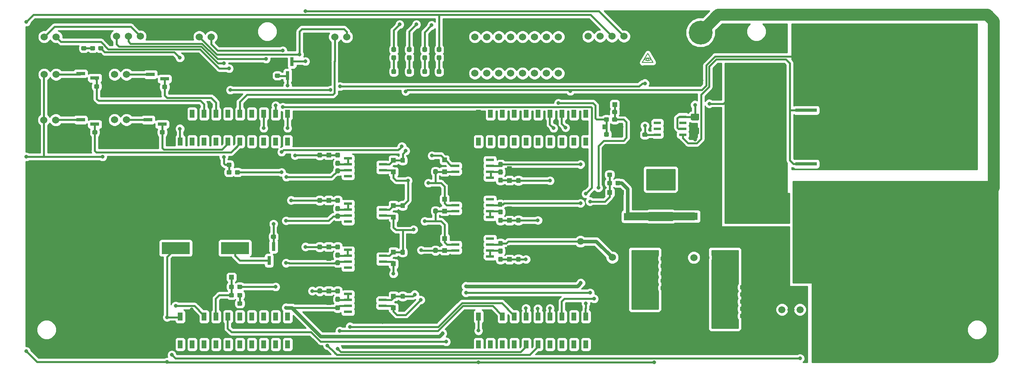
<source format=gbr>
G04 #@! TF.GenerationSoftware,KiCad,Pcbnew,(5.0.0)*
G04 #@! TF.CreationDate,2019-03-04T21:39:05-06:00*
G04 #@! TF.ProjectId,BMS_Hardware,424D535F48617264776172652E6B6963,rev?*
G04 #@! TF.SameCoordinates,Original*
G04 #@! TF.FileFunction,Copper,L1,Top,Signal*
G04 #@! TF.FilePolarity,Positive*
%FSLAX46Y46*%
G04 Gerber Fmt 4.6, Leading zero omitted, Abs format (unit mm)*
G04 Created by KiCad (PCBNEW (5.0.0)) date 03/04/19 21:39:05*
%MOMM*%
%LPD*%
G01*
G04 APERTURE LIST*
G04 #@! TA.AperFunction,EtchedComponent*
%ADD10C,0.150000*%
G04 #@! TD*
G04 #@! TA.AperFunction,SMDPad,CuDef*
%ADD11R,1.000000X1.000000*%
G04 #@! TD*
G04 #@! TA.AperFunction,SMDPad,CuDef*
%ADD12R,1.750000X0.550000*%
G04 #@! TD*
G04 #@! TA.AperFunction,Conductor*
%ADD13C,0.100000*%
G04 #@! TD*
G04 #@! TA.AperFunction,SMDPad,CuDef*
%ADD14C,0.950000*%
G04 #@! TD*
G04 #@! TA.AperFunction,SMDPad,CuDef*
%ADD15R,6.000000X2.500000*%
G04 #@! TD*
G04 #@! TA.AperFunction,ComponentPad*
%ADD16C,1.524000*%
G04 #@! TD*
G04 #@! TA.AperFunction,SMDPad,CuDef*
%ADD17C,1.425000*%
G04 #@! TD*
G04 #@! TA.AperFunction,SMDPad,CuDef*
%ADD18R,1.900000X0.800000*%
G04 #@! TD*
G04 #@! TA.AperFunction,SMDPad,CuDef*
%ADD19R,0.800000X1.900000*%
G04 #@! TD*
G04 #@! TA.AperFunction,SMDPad,CuDef*
%ADD20R,1.550000X0.600000*%
G04 #@! TD*
G04 #@! TA.AperFunction,ComponentPad*
%ADD21C,18.288000*%
G04 #@! TD*
G04 #@! TA.AperFunction,ComponentPad*
%ADD22C,1.600000*%
G04 #@! TD*
G04 #@! TA.AperFunction,ComponentPad*
%ADD23R,1.600000X1.600000*%
G04 #@! TD*
G04 #@! TA.AperFunction,SMDPad,CuDef*
%ADD24C,1.925000*%
G04 #@! TD*
G04 #@! TA.AperFunction,SMDPad,CuDef*
%ADD25R,4.550000X5.250000*%
G04 #@! TD*
G04 #@! TA.AperFunction,SMDPad,CuDef*
%ADD26R,9.400000X10.800000*%
G04 #@! TD*
G04 #@! TA.AperFunction,SMDPad,CuDef*
%ADD27R,4.600000X0.800000*%
G04 #@! TD*
G04 #@! TA.AperFunction,ComponentPad*
%ADD28O,9.144000X5.588000*%
G04 #@! TD*
G04 #@! TA.AperFunction,ComponentPad*
%ADD29C,1.501140*%
G04 #@! TD*
G04 #@! TA.AperFunction,SMDPad,CuDef*
%ADD30R,0.990600X1.778000*%
G04 #@! TD*
G04 #@! TA.AperFunction,ComponentPad*
%ADD31C,5.080000*%
G04 #@! TD*
G04 #@! TA.AperFunction,ViaPad*
%ADD32C,0.800000*%
G04 #@! TD*
G04 #@! TA.AperFunction,ViaPad*
%ADD33C,1.054000*%
G04 #@! TD*
G04 #@! TA.AperFunction,ViaPad*
%ADD34C,1.440180*%
G04 #@! TD*
G04 #@! TA.AperFunction,ViaPad*
%ADD35C,0.799998*%
G04 #@! TD*
G04 #@! TA.AperFunction,Conductor*
%ADD36C,0.381000*%
G04 #@! TD*
G04 #@! TA.AperFunction,Conductor*
%ADD37C,1.651000*%
G04 #@! TD*
G04 #@! TA.AperFunction,Conductor*
%ADD38C,0.762000*%
G04 #@! TD*
G04 #@! TA.AperFunction,Conductor*
%ADD39C,0.254000*%
G04 #@! TD*
G04 #@! TA.AperFunction,Conductor*
%ADD40C,2.540000*%
G04 #@! TD*
G04 APERTURE END LIST*
D10*
G04 #@! TO.C,G\002A\002A\002A*
X174106840Y-64775080D02*
X175260000Y-62809120D01*
X175260000Y-62809120D02*
X176357280Y-64744600D01*
X176357280Y-64744600D02*
X174117000Y-64764920D01*
X175495021Y-64104520D02*
G75*
G03X175495021Y-64104520I-260421J0D01*
G01*
X175970317Y-64103587D02*
G75*
G03X174508160Y-64104520I-730637J-691813D01*
G01*
X174563720Y-64108767D02*
G75*
G03X175961040Y-64094360I691200J730687D01*
G01*
G04 #@! TD*
D11*
G04 #@! TO.P,D12,2*
G04 #@! TO.N,GND*
X165697500Y-73723500D03*
G04 #@! TO.P,D12,1*
G04 #@! TO.N,CELL_1-GND_SENSE*
X168197500Y-73723500D03*
G04 #@! TD*
D12*
G04 #@! TO.P,U3,8*
G04 #@! TO.N,Net-(U3-Pad8)*
X141639000Y-85477739D03*
G04 #@! TO.P,U3,7*
G04 #@! TO.N,LOGIC_PWR*
X141639000Y-86747739D03*
G04 #@! TO.P,U3,6*
G04 #@! TO.N,Net-(R3-Pad2)*
X141639000Y-88017739D03*
G04 #@! TO.P,U3,5*
X141639000Y-89287739D03*
G04 #@! TO.P,U3,4*
G04 #@! TO.N,GND*
X134239000Y-89287739D03*
G04 #@! TO.P,U3,3*
G04 #@! TO.N,CELL_2*
X134239000Y-88017739D03*
G04 #@! TO.P,U3,2*
G04 #@! TO.N,CELL_1*
X134239000Y-86747739D03*
G04 #@! TO.P,U3,1*
G04 #@! TO.N,GND*
X134239000Y-85477739D03*
G04 #@! TD*
D13*
G04 #@! TO.N,GND*
G04 #@! TO.C,C9*
G36*
X123323779Y-86824144D02*
X123346834Y-86827563D01*
X123369443Y-86833227D01*
X123391387Y-86841079D01*
X123412457Y-86851044D01*
X123432448Y-86863026D01*
X123451168Y-86876910D01*
X123468438Y-86892562D01*
X123484090Y-86909832D01*
X123497974Y-86928552D01*
X123509956Y-86948543D01*
X123519921Y-86969613D01*
X123527773Y-86991557D01*
X123533437Y-87014166D01*
X123536856Y-87037221D01*
X123538000Y-87060500D01*
X123538000Y-87635500D01*
X123536856Y-87658779D01*
X123533437Y-87681834D01*
X123527773Y-87704443D01*
X123519921Y-87726387D01*
X123509956Y-87747457D01*
X123497974Y-87767448D01*
X123484090Y-87786168D01*
X123468438Y-87803438D01*
X123451168Y-87819090D01*
X123432448Y-87832974D01*
X123412457Y-87844956D01*
X123391387Y-87854921D01*
X123369443Y-87862773D01*
X123346834Y-87868437D01*
X123323779Y-87871856D01*
X123300500Y-87873000D01*
X122825500Y-87873000D01*
X122802221Y-87871856D01*
X122779166Y-87868437D01*
X122756557Y-87862773D01*
X122734613Y-87854921D01*
X122713543Y-87844956D01*
X122693552Y-87832974D01*
X122674832Y-87819090D01*
X122657562Y-87803438D01*
X122641910Y-87786168D01*
X122628026Y-87767448D01*
X122616044Y-87747457D01*
X122606079Y-87726387D01*
X122598227Y-87704443D01*
X122592563Y-87681834D01*
X122589144Y-87658779D01*
X122588000Y-87635500D01*
X122588000Y-87060500D01*
X122589144Y-87037221D01*
X122592563Y-87014166D01*
X122598227Y-86991557D01*
X122606079Y-86969613D01*
X122616044Y-86948543D01*
X122628026Y-86928552D01*
X122641910Y-86909832D01*
X122657562Y-86892562D01*
X122674832Y-86876910D01*
X122693552Y-86863026D01*
X122713543Y-86851044D01*
X122734613Y-86841079D01*
X122756557Y-86833227D01*
X122779166Y-86827563D01*
X122802221Y-86824144D01*
X122825500Y-86823000D01*
X123300500Y-86823000D01*
X123323779Y-86824144D01*
X123323779Y-86824144D01*
G37*
D14*
G04 #@! TD*
G04 #@! TO.P,C9,2*
G04 #@! TO.N,GND*
X123063000Y-87348000D03*
D13*
G04 #@! TO.N,CELL_8*
G04 #@! TO.C,C9*
G36*
X123323779Y-85074144D02*
X123346834Y-85077563D01*
X123369443Y-85083227D01*
X123391387Y-85091079D01*
X123412457Y-85101044D01*
X123432448Y-85113026D01*
X123451168Y-85126910D01*
X123468438Y-85142562D01*
X123484090Y-85159832D01*
X123497974Y-85178552D01*
X123509956Y-85198543D01*
X123519921Y-85219613D01*
X123527773Y-85241557D01*
X123533437Y-85264166D01*
X123536856Y-85287221D01*
X123538000Y-85310500D01*
X123538000Y-85885500D01*
X123536856Y-85908779D01*
X123533437Y-85931834D01*
X123527773Y-85954443D01*
X123519921Y-85976387D01*
X123509956Y-85997457D01*
X123497974Y-86017448D01*
X123484090Y-86036168D01*
X123468438Y-86053438D01*
X123451168Y-86069090D01*
X123432448Y-86082974D01*
X123412457Y-86094956D01*
X123391387Y-86104921D01*
X123369443Y-86112773D01*
X123346834Y-86118437D01*
X123323779Y-86121856D01*
X123300500Y-86123000D01*
X122825500Y-86123000D01*
X122802221Y-86121856D01*
X122779166Y-86118437D01*
X122756557Y-86112773D01*
X122734613Y-86104921D01*
X122713543Y-86094956D01*
X122693552Y-86082974D01*
X122674832Y-86069090D01*
X122657562Y-86053438D01*
X122641910Y-86036168D01*
X122628026Y-86017448D01*
X122616044Y-85997457D01*
X122606079Y-85976387D01*
X122598227Y-85954443D01*
X122592563Y-85931834D01*
X122589144Y-85908779D01*
X122588000Y-85885500D01*
X122588000Y-85310500D01*
X122589144Y-85287221D01*
X122592563Y-85264166D01*
X122598227Y-85241557D01*
X122606079Y-85219613D01*
X122616044Y-85198543D01*
X122628026Y-85178552D01*
X122641910Y-85159832D01*
X122657562Y-85142562D01*
X122674832Y-85126910D01*
X122693552Y-85113026D01*
X122713543Y-85101044D01*
X122734613Y-85091079D01*
X122756557Y-85083227D01*
X122779166Y-85077563D01*
X122802221Y-85074144D01*
X122825500Y-85073000D01*
X123300500Y-85073000D01*
X123323779Y-85074144D01*
X123323779Y-85074144D01*
G37*
D14*
G04 #@! TD*
G04 #@! TO.P,C9,1*
G04 #@! TO.N,CELL_8*
X123063000Y-85598000D03*
D13*
G04 #@! TO.N,GND*
G04 #@! TO.C,R9*
G36*
X94953779Y-67090144D02*
X94976834Y-67093563D01*
X94999443Y-67099227D01*
X95021387Y-67107079D01*
X95042457Y-67117044D01*
X95062448Y-67129026D01*
X95081168Y-67142910D01*
X95098438Y-67158562D01*
X95114090Y-67175832D01*
X95127974Y-67194552D01*
X95139956Y-67214543D01*
X95149921Y-67235613D01*
X95157773Y-67257557D01*
X95163437Y-67280166D01*
X95166856Y-67303221D01*
X95168000Y-67326500D01*
X95168000Y-67801500D01*
X95166856Y-67824779D01*
X95163437Y-67847834D01*
X95157773Y-67870443D01*
X95149921Y-67892387D01*
X95139956Y-67913457D01*
X95127974Y-67933448D01*
X95114090Y-67952168D01*
X95098438Y-67969438D01*
X95081168Y-67985090D01*
X95062448Y-67998974D01*
X95042457Y-68010956D01*
X95021387Y-68020921D01*
X94999443Y-68028773D01*
X94976834Y-68034437D01*
X94953779Y-68037856D01*
X94930500Y-68039000D01*
X94355500Y-68039000D01*
X94332221Y-68037856D01*
X94309166Y-68034437D01*
X94286557Y-68028773D01*
X94264613Y-68020921D01*
X94243543Y-68010956D01*
X94223552Y-67998974D01*
X94204832Y-67985090D01*
X94187562Y-67969438D01*
X94171910Y-67952168D01*
X94158026Y-67933448D01*
X94146044Y-67913457D01*
X94136079Y-67892387D01*
X94128227Y-67870443D01*
X94122563Y-67847834D01*
X94119144Y-67824779D01*
X94118000Y-67801500D01*
X94118000Y-67326500D01*
X94119144Y-67303221D01*
X94122563Y-67280166D01*
X94128227Y-67257557D01*
X94136079Y-67235613D01*
X94146044Y-67214543D01*
X94158026Y-67194552D01*
X94171910Y-67175832D01*
X94187562Y-67158562D01*
X94204832Y-67142910D01*
X94223552Y-67129026D01*
X94243543Y-67117044D01*
X94264613Y-67107079D01*
X94286557Y-67099227D01*
X94309166Y-67093563D01*
X94332221Y-67090144D01*
X94355500Y-67089000D01*
X94930500Y-67089000D01*
X94953779Y-67090144D01*
X94953779Y-67090144D01*
G37*
D14*
G04 #@! TD*
G04 #@! TO.P,R9,2*
G04 #@! TO.N,GND*
X94643000Y-67564000D03*
D13*
G04 #@! TO.N,LOGIC_SWITCH*
G04 #@! TO.C,R9*
G36*
X96703779Y-67090144D02*
X96726834Y-67093563D01*
X96749443Y-67099227D01*
X96771387Y-67107079D01*
X96792457Y-67117044D01*
X96812448Y-67129026D01*
X96831168Y-67142910D01*
X96848438Y-67158562D01*
X96864090Y-67175832D01*
X96877974Y-67194552D01*
X96889956Y-67214543D01*
X96899921Y-67235613D01*
X96907773Y-67257557D01*
X96913437Y-67280166D01*
X96916856Y-67303221D01*
X96918000Y-67326500D01*
X96918000Y-67801500D01*
X96916856Y-67824779D01*
X96913437Y-67847834D01*
X96907773Y-67870443D01*
X96899921Y-67892387D01*
X96889956Y-67913457D01*
X96877974Y-67933448D01*
X96864090Y-67952168D01*
X96848438Y-67969438D01*
X96831168Y-67985090D01*
X96812448Y-67998974D01*
X96792457Y-68010956D01*
X96771387Y-68020921D01*
X96749443Y-68028773D01*
X96726834Y-68034437D01*
X96703779Y-68037856D01*
X96680500Y-68039000D01*
X96105500Y-68039000D01*
X96082221Y-68037856D01*
X96059166Y-68034437D01*
X96036557Y-68028773D01*
X96014613Y-68020921D01*
X95993543Y-68010956D01*
X95973552Y-67998974D01*
X95954832Y-67985090D01*
X95937562Y-67969438D01*
X95921910Y-67952168D01*
X95908026Y-67933448D01*
X95896044Y-67913457D01*
X95886079Y-67892387D01*
X95878227Y-67870443D01*
X95872563Y-67847834D01*
X95869144Y-67824779D01*
X95868000Y-67801500D01*
X95868000Y-67326500D01*
X95869144Y-67303221D01*
X95872563Y-67280166D01*
X95878227Y-67257557D01*
X95886079Y-67235613D01*
X95896044Y-67214543D01*
X95908026Y-67194552D01*
X95921910Y-67175832D01*
X95937562Y-67158562D01*
X95954832Y-67142910D01*
X95973552Y-67129026D01*
X95993543Y-67117044D01*
X96014613Y-67107079D01*
X96036557Y-67099227D01*
X96059166Y-67093563D01*
X96082221Y-67090144D01*
X96105500Y-67089000D01*
X96680500Y-67089000D01*
X96703779Y-67090144D01*
X96703779Y-67090144D01*
G37*
D14*
G04 #@! TD*
G04 #@! TO.P,R9,1*
G04 #@! TO.N,LOGIC_SWITCH*
X96393000Y-67564000D03*
D15*
G04 #@! TO.P,B1,2*
G04 #@! TO.N,Net-(B1-Pad2)*
X87349000Y-104267000D03*
G04 #@! TO.P,B1,1*
G04 #@! TO.N,+5V*
X74749000Y-104267000D03*
G04 #@! TD*
D16*
G04 #@! TO.P,U18,3*
G04 #@! TO.N,+5V*
X172770800Y-106273600D03*
G04 #@! TO.P,U18,2*
G04 #@! TO.N,GND*
X170230800Y-106273600D03*
G04 #@! TO.P,U18,1*
G04 #@! TO.N,LOGIC_PWR*
X167690800Y-106273600D03*
G04 #@! TD*
G04 #@! TO.P,U16,3*
G04 #@! TO.N,+3V3*
X190119000Y-106299000D03*
G04 #@! TO.P,U16,2*
G04 #@! TO.N,GND*
X187579000Y-106299000D03*
G04 #@! TO.P,U16,1*
G04 #@! TO.N,LOGIC_PWR*
X185039000Y-106299000D03*
G04 #@! TD*
D12*
G04 #@! TO.P,U9,8*
G04 #@! TO.N,Net-(U9-Pad8)*
X141647400Y-93891100D03*
G04 #@! TO.P,U9,7*
G04 #@! TO.N,LOGIC_PWR*
X141647400Y-95161100D03*
G04 #@! TO.P,U9,6*
G04 #@! TO.N,Net-(R4-Pad2)*
X141647400Y-96431100D03*
G04 #@! TO.P,U9,5*
X141647400Y-97701100D03*
G04 #@! TO.P,U9,4*
G04 #@! TO.N,GND*
X134247400Y-97701100D03*
G04 #@! TO.P,U9,3*
G04 #@! TO.N,CELL_3*
X134247400Y-96431100D03*
G04 #@! TO.P,U9,2*
G04 #@! TO.N,CELL_2*
X134247400Y-95161100D03*
G04 #@! TO.P,U9,1*
G04 #@! TO.N,GND*
X134247400Y-93891100D03*
G04 #@! TD*
G04 #@! TO.P,U13,8*
G04 #@! TO.N,Net-(U13-Pad8)*
X141672800Y-102235000D03*
G04 #@! TO.P,U13,7*
G04 #@! TO.N,LOGIC_PWR*
X141672800Y-103505000D03*
G04 #@! TO.P,U13,6*
G04 #@! TO.N,Net-(R5-Pad2)*
X141672800Y-104775000D03*
G04 #@! TO.P,U13,5*
X141672800Y-106045000D03*
G04 #@! TO.P,U13,4*
G04 #@! TO.N,GND*
X134272800Y-106045000D03*
G04 #@! TO.P,U13,3*
G04 #@! TO.N,CELL_4*
X134272800Y-104775000D03*
G04 #@! TO.P,U13,2*
G04 #@! TO.N,CELL_3*
X134272800Y-103505000D03*
G04 #@! TO.P,U13,1*
G04 #@! TO.N,GND*
X134272800Y-102235000D03*
G04 #@! TD*
G04 #@! TO.P,U14,8*
G04 #@! TO.N,Net-(U14-Pad8)*
X111404857Y-117870409D03*
G04 #@! TO.P,U14,7*
G04 #@! TO.N,LOGIC_PWR*
X111404857Y-116600409D03*
G04 #@! TO.P,U14,6*
G04 #@! TO.N,Net-(R6-Pad2)*
X111404857Y-115330409D03*
G04 #@! TO.P,U14,5*
X111404857Y-114060409D03*
G04 #@! TO.P,U14,4*
G04 #@! TO.N,GND*
X118804857Y-114060409D03*
G04 #@! TO.P,U14,3*
G04 #@! TO.N,CELL_5*
X118804857Y-115330409D03*
G04 #@! TO.P,U14,2*
G04 #@! TO.N,CELL_4*
X118804857Y-116600409D03*
G04 #@! TO.P,U14,1*
G04 #@! TO.N,GND*
X118804857Y-117870409D03*
G04 #@! TD*
G04 #@! TO.P,U15,8*
G04 #@! TO.N,Net-(U15-Pad8)*
X111425500Y-108483400D03*
G04 #@! TO.P,U15,7*
G04 #@! TO.N,LOGIC_PWR*
X111425500Y-107213400D03*
G04 #@! TO.P,U15,6*
G04 #@! TO.N,Net-(R7-Pad2)*
X111425500Y-105943400D03*
G04 #@! TO.P,U15,5*
X111425500Y-104673400D03*
G04 #@! TO.P,U15,4*
G04 #@! TO.N,GND*
X118825500Y-104673400D03*
G04 #@! TO.P,U15,3*
G04 #@! TO.N,CELL_6*
X118825500Y-105943400D03*
G04 #@! TO.P,U15,2*
G04 #@! TO.N,CELL_5*
X118825500Y-107213400D03*
G04 #@! TO.P,U15,1*
G04 #@! TO.N,GND*
X118825500Y-108483400D03*
G04 #@! TD*
G04 #@! TO.P,U19,8*
G04 #@! TO.N,Net-(U19-Pad8)*
X111425500Y-98590100D03*
G04 #@! TO.P,U19,7*
G04 #@! TO.N,LOGIC_PWR*
X111425500Y-97320100D03*
G04 #@! TO.P,U19,6*
G04 #@! TO.N,Net-(R8-Pad2)*
X111425500Y-96050100D03*
G04 #@! TO.P,U19,5*
X111425500Y-94780100D03*
G04 #@! TO.P,U19,4*
G04 #@! TO.N,GND*
X118825500Y-94780100D03*
G04 #@! TO.P,U19,3*
G04 #@! TO.N,CELL_7*
X118825500Y-96050100D03*
G04 #@! TO.P,U19,2*
G04 #@! TO.N,CELL_6*
X118825500Y-97320100D03*
G04 #@! TO.P,U19,1*
G04 #@! TO.N,GND*
X118825500Y-98590100D03*
G04 #@! TD*
G04 #@! TO.P,U20,8*
G04 #@! TO.N,Net-(U20-Pad8)*
X111425500Y-88963500D03*
G04 #@! TO.P,U20,7*
G04 #@! TO.N,LOGIC_PWR*
X111425500Y-87693500D03*
G04 #@! TO.P,U20,6*
G04 #@! TO.N,Net-(R16-Pad2)*
X111425500Y-86423500D03*
G04 #@! TO.P,U20,5*
X111425500Y-85153500D03*
G04 #@! TO.P,U20,4*
G04 #@! TO.N,GND*
X118825500Y-85153500D03*
G04 #@! TO.P,U20,3*
G04 #@! TO.N,CELL_8*
X118825500Y-86423500D03*
G04 #@! TO.P,U20,2*
G04 #@! TO.N,CELL_7*
X118825500Y-87693500D03*
G04 #@! TO.P,U20,1*
G04 #@! TO.N,GND*
X118825500Y-88963500D03*
G04 #@! TD*
D16*
G04 #@! TO.P,Conn2,9*
G04 #@! TO.N,GND*
X135890000Y-59309000D03*
G04 #@! TO.P,Conn2,8*
G04 #@! TO.N,CELL_8*
X138430000Y-59309000D03*
G04 #@! TO.P,Conn2,7*
G04 #@! TO.N,CELL_7*
X140970000Y-59309000D03*
G04 #@! TO.P,Conn2,6*
G04 #@! TO.N,CELL_6*
X143510000Y-59309000D03*
G04 #@! TO.P,Conn2,5*
G04 #@! TO.N,CELL_5*
X146050000Y-59309000D03*
G04 #@! TO.P,Conn2,4*
G04 #@! TO.N,CELL_4*
X148590000Y-59309000D03*
G04 #@! TO.P,Conn2,3*
G04 #@! TO.N,CELL_3*
X151130000Y-59309000D03*
G04 #@! TO.P,Conn2,2*
G04 #@! TO.N,CELL_2*
X153670000Y-59309000D03*
G04 #@! TO.P,Conn2,1*
G04 #@! TO.N,CELL_1*
X156210000Y-59309000D03*
G04 #@! TD*
G04 #@! TO.P,Conn1,9*
G04 #@! TO.N,GND*
X135890000Y-67056000D03*
G04 #@! TO.P,Conn1,8*
G04 #@! TO.N,CELL_8*
X138430000Y-67056000D03*
G04 #@! TO.P,Conn1,7*
G04 #@! TO.N,CELL_7*
X140970000Y-67056000D03*
G04 #@! TO.P,Conn1,6*
G04 #@! TO.N,CELL_6*
X143510000Y-67056000D03*
G04 #@! TO.P,Conn1,5*
G04 #@! TO.N,CELL_5*
X146050000Y-67056000D03*
G04 #@! TO.P,Conn1,4*
G04 #@! TO.N,CELL_4*
X148590000Y-67056000D03*
G04 #@! TO.P,Conn1,3*
G04 #@! TO.N,CELL_3*
X151130000Y-67056000D03*
G04 #@! TO.P,Conn1,2*
G04 #@! TO.N,CELL_2*
X153670000Y-67056000D03*
G04 #@! TO.P,Conn1,1*
G04 #@! TO.N,CELL_1*
X156210000Y-67056000D03*
G04 #@! TD*
G04 #@! TO.P,U2,2*
G04 #@! TO.N,Net-(Q1-Pad3)*
X49276000Y-67310000D03*
G04 #@! TO.P,U2,1*
G04 #@! TO.N,+5V*
X46736000Y-67310000D03*
G04 #@! TD*
G04 #@! TO.P,U4,2*
G04 #@! TO.N,Net-(Q4-Pad3)*
X64262000Y-67310000D03*
G04 #@! TO.P,U4,1*
G04 #@! TO.N,+5V*
X61722000Y-67310000D03*
G04 #@! TD*
G04 #@! TO.P,U7,2*
G04 #@! TO.N,Net-(U10-Pad1)*
X46736000Y-59309000D03*
G04 #@! TO.P,U7,1*
G04 #@! TO.N,Net-(R13-Pad1)*
X49276000Y-59309000D03*
G04 #@! TD*
G04 #@! TO.P,U8,2*
G04 #@! TO.N,Net-(Q5-Pad3)*
X49225200Y-77012800D03*
G04 #@! TO.P,U8,1*
G04 #@! TO.N,+5V*
X46685200Y-77012800D03*
G04 #@! TD*
G04 #@! TO.P,U12,2*
G04 #@! TO.N,Net-(Q8-Pad3)*
X64262000Y-76962000D03*
G04 #@! TO.P,U12,1*
G04 #@! TO.N,+5V*
X61722000Y-76962000D03*
G04 #@! TD*
D13*
G04 #@! TO.N,GND*
G04 #@! TO.C,C10*
G36*
X185942504Y-78627204D02*
X185966773Y-78630804D01*
X185990571Y-78636765D01*
X186013671Y-78645030D01*
X186035849Y-78655520D01*
X186056893Y-78668133D01*
X186076598Y-78682747D01*
X186094777Y-78699223D01*
X186111253Y-78717402D01*
X186125867Y-78737107D01*
X186138480Y-78758151D01*
X186148970Y-78780329D01*
X186157235Y-78803429D01*
X186163196Y-78827227D01*
X186166796Y-78851496D01*
X186168000Y-78876000D01*
X186168000Y-79801000D01*
X186166796Y-79825504D01*
X186163196Y-79849773D01*
X186157235Y-79873571D01*
X186148970Y-79896671D01*
X186138480Y-79918849D01*
X186125867Y-79939893D01*
X186111253Y-79959598D01*
X186094777Y-79977777D01*
X186076598Y-79994253D01*
X186056893Y-80008867D01*
X186035849Y-80021480D01*
X186013671Y-80031970D01*
X185990571Y-80040235D01*
X185966773Y-80046196D01*
X185942504Y-80049796D01*
X185918000Y-80051000D01*
X184668000Y-80051000D01*
X184643496Y-80049796D01*
X184619227Y-80046196D01*
X184595429Y-80040235D01*
X184572329Y-80031970D01*
X184550151Y-80021480D01*
X184529107Y-80008867D01*
X184509402Y-79994253D01*
X184491223Y-79977777D01*
X184474747Y-79959598D01*
X184460133Y-79939893D01*
X184447520Y-79918849D01*
X184437030Y-79896671D01*
X184428765Y-79873571D01*
X184422804Y-79849773D01*
X184419204Y-79825504D01*
X184418000Y-79801000D01*
X184418000Y-78876000D01*
X184419204Y-78851496D01*
X184422804Y-78827227D01*
X184428765Y-78803429D01*
X184437030Y-78780329D01*
X184447520Y-78758151D01*
X184460133Y-78737107D01*
X184474747Y-78717402D01*
X184491223Y-78699223D01*
X184509402Y-78682747D01*
X184529107Y-78668133D01*
X184550151Y-78655520D01*
X184572329Y-78645030D01*
X184595429Y-78636765D01*
X184619227Y-78630804D01*
X184643496Y-78627204D01*
X184668000Y-78626000D01*
X185918000Y-78626000D01*
X185942504Y-78627204D01*
X185942504Y-78627204D01*
G37*
D17*
G04 #@! TD*
G04 #@! TO.P,C10,2*
G04 #@! TO.N,GND*
X185293000Y-79338500D03*
D13*
G04 #@! TO.N,Net-(C10-Pad1)*
G04 #@! TO.C,C10*
G36*
X185942504Y-75652204D02*
X185966773Y-75655804D01*
X185990571Y-75661765D01*
X186013671Y-75670030D01*
X186035849Y-75680520D01*
X186056893Y-75693133D01*
X186076598Y-75707747D01*
X186094777Y-75724223D01*
X186111253Y-75742402D01*
X186125867Y-75762107D01*
X186138480Y-75783151D01*
X186148970Y-75805329D01*
X186157235Y-75828429D01*
X186163196Y-75852227D01*
X186166796Y-75876496D01*
X186168000Y-75901000D01*
X186168000Y-76826000D01*
X186166796Y-76850504D01*
X186163196Y-76874773D01*
X186157235Y-76898571D01*
X186148970Y-76921671D01*
X186138480Y-76943849D01*
X186125867Y-76964893D01*
X186111253Y-76984598D01*
X186094777Y-77002777D01*
X186076598Y-77019253D01*
X186056893Y-77033867D01*
X186035849Y-77046480D01*
X186013671Y-77056970D01*
X185990571Y-77065235D01*
X185966773Y-77071196D01*
X185942504Y-77074796D01*
X185918000Y-77076000D01*
X184668000Y-77076000D01*
X184643496Y-77074796D01*
X184619227Y-77071196D01*
X184595429Y-77065235D01*
X184572329Y-77056970D01*
X184550151Y-77046480D01*
X184529107Y-77033867D01*
X184509402Y-77019253D01*
X184491223Y-77002777D01*
X184474747Y-76984598D01*
X184460133Y-76964893D01*
X184447520Y-76943849D01*
X184437030Y-76921671D01*
X184428765Y-76898571D01*
X184422804Y-76874773D01*
X184419204Y-76850504D01*
X184418000Y-76826000D01*
X184418000Y-75901000D01*
X184419204Y-75876496D01*
X184422804Y-75852227D01*
X184428765Y-75828429D01*
X184437030Y-75805329D01*
X184447520Y-75783151D01*
X184460133Y-75762107D01*
X184474747Y-75742402D01*
X184491223Y-75724223D01*
X184509402Y-75707747D01*
X184529107Y-75693133D01*
X184550151Y-75680520D01*
X184572329Y-75670030D01*
X184595429Y-75661765D01*
X184619227Y-75655804D01*
X184643496Y-75652204D01*
X184668000Y-75651000D01*
X185918000Y-75651000D01*
X185942504Y-75652204D01*
X185942504Y-75652204D01*
G37*
D17*
G04 #@! TD*
G04 #@! TO.P,C10,1*
G04 #@! TO.N,Net-(C10-Pad1)*
X185293000Y-76363500D03*
D13*
G04 #@! TO.N,Net-(R8-Pad2)*
G04 #@! TO.C,R8*
G36*
X109480779Y-95347144D02*
X109503834Y-95350563D01*
X109526443Y-95356227D01*
X109548387Y-95364079D01*
X109569457Y-95374044D01*
X109589448Y-95386026D01*
X109608168Y-95399910D01*
X109625438Y-95415562D01*
X109641090Y-95432832D01*
X109654974Y-95451552D01*
X109666956Y-95471543D01*
X109676921Y-95492613D01*
X109684773Y-95514557D01*
X109690437Y-95537166D01*
X109693856Y-95560221D01*
X109695000Y-95583500D01*
X109695000Y-96158500D01*
X109693856Y-96181779D01*
X109690437Y-96204834D01*
X109684773Y-96227443D01*
X109676921Y-96249387D01*
X109666956Y-96270457D01*
X109654974Y-96290448D01*
X109641090Y-96309168D01*
X109625438Y-96326438D01*
X109608168Y-96342090D01*
X109589448Y-96355974D01*
X109569457Y-96367956D01*
X109548387Y-96377921D01*
X109526443Y-96385773D01*
X109503834Y-96391437D01*
X109480779Y-96394856D01*
X109457500Y-96396000D01*
X108982500Y-96396000D01*
X108959221Y-96394856D01*
X108936166Y-96391437D01*
X108913557Y-96385773D01*
X108891613Y-96377921D01*
X108870543Y-96367956D01*
X108850552Y-96355974D01*
X108831832Y-96342090D01*
X108814562Y-96326438D01*
X108798910Y-96309168D01*
X108785026Y-96290448D01*
X108773044Y-96270457D01*
X108763079Y-96249387D01*
X108755227Y-96227443D01*
X108749563Y-96204834D01*
X108746144Y-96181779D01*
X108745000Y-96158500D01*
X108745000Y-95583500D01*
X108746144Y-95560221D01*
X108749563Y-95537166D01*
X108755227Y-95514557D01*
X108763079Y-95492613D01*
X108773044Y-95471543D01*
X108785026Y-95451552D01*
X108798910Y-95432832D01*
X108814562Y-95415562D01*
X108831832Y-95399910D01*
X108850552Y-95386026D01*
X108870543Y-95374044D01*
X108891613Y-95364079D01*
X108913557Y-95356227D01*
X108936166Y-95350563D01*
X108959221Y-95347144D01*
X108982500Y-95346000D01*
X109457500Y-95346000D01*
X109480779Y-95347144D01*
X109480779Y-95347144D01*
G37*
D14*
G04 #@! TD*
G04 #@! TO.P,R8,2*
G04 #@! TO.N,Net-(R8-Pad2)*
X109220000Y-95871000D03*
D13*
G04 #@! TO.N,CELL_7-6_SENSE*
G04 #@! TO.C,R8*
G36*
X109480779Y-93597144D02*
X109503834Y-93600563D01*
X109526443Y-93606227D01*
X109548387Y-93614079D01*
X109569457Y-93624044D01*
X109589448Y-93636026D01*
X109608168Y-93649910D01*
X109625438Y-93665562D01*
X109641090Y-93682832D01*
X109654974Y-93701552D01*
X109666956Y-93721543D01*
X109676921Y-93742613D01*
X109684773Y-93764557D01*
X109690437Y-93787166D01*
X109693856Y-93810221D01*
X109695000Y-93833500D01*
X109695000Y-94408500D01*
X109693856Y-94431779D01*
X109690437Y-94454834D01*
X109684773Y-94477443D01*
X109676921Y-94499387D01*
X109666956Y-94520457D01*
X109654974Y-94540448D01*
X109641090Y-94559168D01*
X109625438Y-94576438D01*
X109608168Y-94592090D01*
X109589448Y-94605974D01*
X109569457Y-94617956D01*
X109548387Y-94627921D01*
X109526443Y-94635773D01*
X109503834Y-94641437D01*
X109480779Y-94644856D01*
X109457500Y-94646000D01*
X108982500Y-94646000D01*
X108959221Y-94644856D01*
X108936166Y-94641437D01*
X108913557Y-94635773D01*
X108891613Y-94627921D01*
X108870543Y-94617956D01*
X108850552Y-94605974D01*
X108831832Y-94592090D01*
X108814562Y-94576438D01*
X108798910Y-94559168D01*
X108785026Y-94540448D01*
X108773044Y-94520457D01*
X108763079Y-94499387D01*
X108755227Y-94477443D01*
X108749563Y-94454834D01*
X108746144Y-94431779D01*
X108745000Y-94408500D01*
X108745000Y-93833500D01*
X108746144Y-93810221D01*
X108749563Y-93787166D01*
X108755227Y-93764557D01*
X108763079Y-93742613D01*
X108773044Y-93721543D01*
X108785026Y-93701552D01*
X108798910Y-93682832D01*
X108814562Y-93665562D01*
X108831832Y-93649910D01*
X108850552Y-93636026D01*
X108870543Y-93624044D01*
X108891613Y-93614079D01*
X108913557Y-93606227D01*
X108936166Y-93600563D01*
X108959221Y-93597144D01*
X108982500Y-93596000D01*
X109457500Y-93596000D01*
X109480779Y-93597144D01*
X109480779Y-93597144D01*
G37*
D14*
G04 #@! TD*
G04 #@! TO.P,R8,1*
G04 #@! TO.N,CELL_7-6_SENSE*
X109220000Y-94121000D03*
D11*
G04 #@! TO.P,D14,2*
G04 #@! TO.N,GND*
X107315000Y-96627000D03*
G04 #@! TO.P,D14,1*
G04 #@! TO.N,CELL_7-6_SENSE*
X107315000Y-94127000D03*
G04 #@! TD*
G04 #@! TO.P,D15,2*
G04 #@! TO.N,GND*
X107315000Y-106513000D03*
G04 #@! TO.P,D15,1*
G04 #@! TO.N,CELL_6-5_SENSE*
X107315000Y-104013000D03*
G04 #@! TD*
G04 #@! TO.P,D16,2*
G04 #@! TO.N,GND*
X107315000Y-115911000D03*
G04 #@! TO.P,D16,1*
G04 #@! TO.N,CELL_5-4_SENSE*
X107315000Y-113411000D03*
G04 #@! TD*
G04 #@! TO.P,D17,2*
G04 #@! TO.N,GND*
X145796000Y-104180000D03*
G04 #@! TO.P,D17,1*
G04 #@! TO.N,CELL_4-3_SENSE*
X145796000Y-106680000D03*
G04 #@! TD*
G04 #@! TO.P,D18,2*
G04 #@! TO.N,GND*
X145796000Y-95905000D03*
G04 #@! TO.P,D18,1*
G04 #@! TO.N,CELL_3-2_SENSE*
X145796000Y-98405000D03*
G04 #@! TD*
G04 #@! TO.P,D19,2*
G04 #@! TO.N,GND*
X145796000Y-87396000D03*
G04 #@! TO.P,D19,1*
G04 #@! TO.N,CELL_2-1_SENSE*
X145796000Y-89896000D03*
G04 #@! TD*
G04 #@! TO.P,D20,2*
G04 #@! TO.N,GND*
X169652000Y-92456000D03*
G04 #@! TO.P,D20,1*
G04 #@! TO.N,V_LOG_SENSE*
X167152000Y-92456000D03*
G04 #@! TD*
D13*
G04 #@! TO.N,V_OUT_SENSE*
G04 #@! TO.C,R23*
G36*
X86924779Y-113826144D02*
X86947834Y-113829563D01*
X86970443Y-113835227D01*
X86992387Y-113843079D01*
X87013457Y-113853044D01*
X87033448Y-113865026D01*
X87052168Y-113878910D01*
X87069438Y-113894562D01*
X87085090Y-113911832D01*
X87098974Y-113930552D01*
X87110956Y-113950543D01*
X87120921Y-113971613D01*
X87128773Y-113993557D01*
X87134437Y-114016166D01*
X87137856Y-114039221D01*
X87139000Y-114062500D01*
X87139000Y-114537500D01*
X87137856Y-114560779D01*
X87134437Y-114583834D01*
X87128773Y-114606443D01*
X87120921Y-114628387D01*
X87110956Y-114649457D01*
X87098974Y-114669448D01*
X87085090Y-114688168D01*
X87069438Y-114705438D01*
X87052168Y-114721090D01*
X87033448Y-114734974D01*
X87013457Y-114746956D01*
X86992387Y-114756921D01*
X86970443Y-114764773D01*
X86947834Y-114770437D01*
X86924779Y-114773856D01*
X86901500Y-114775000D01*
X86326500Y-114775000D01*
X86303221Y-114773856D01*
X86280166Y-114770437D01*
X86257557Y-114764773D01*
X86235613Y-114756921D01*
X86214543Y-114746956D01*
X86194552Y-114734974D01*
X86175832Y-114721090D01*
X86158562Y-114705438D01*
X86142910Y-114688168D01*
X86129026Y-114669448D01*
X86117044Y-114649457D01*
X86107079Y-114628387D01*
X86099227Y-114606443D01*
X86093563Y-114583834D01*
X86090144Y-114560779D01*
X86089000Y-114537500D01*
X86089000Y-114062500D01*
X86090144Y-114039221D01*
X86093563Y-114016166D01*
X86099227Y-113993557D01*
X86107079Y-113971613D01*
X86117044Y-113950543D01*
X86129026Y-113930552D01*
X86142910Y-113911832D01*
X86158562Y-113894562D01*
X86175832Y-113878910D01*
X86194552Y-113865026D01*
X86214543Y-113853044D01*
X86235613Y-113843079D01*
X86257557Y-113835227D01*
X86280166Y-113829563D01*
X86303221Y-113826144D01*
X86326500Y-113825000D01*
X86901500Y-113825000D01*
X86924779Y-113826144D01*
X86924779Y-113826144D01*
G37*
D14*
G04 #@! TD*
G04 #@! TO.P,R23,2*
G04 #@! TO.N,V_OUT_SENSE*
X86614000Y-114300000D03*
D13*
G04 #@! TO.N,Net-(R23-Pad1)*
G04 #@! TO.C,R23*
G36*
X88674779Y-113826144D02*
X88697834Y-113829563D01*
X88720443Y-113835227D01*
X88742387Y-113843079D01*
X88763457Y-113853044D01*
X88783448Y-113865026D01*
X88802168Y-113878910D01*
X88819438Y-113894562D01*
X88835090Y-113911832D01*
X88848974Y-113930552D01*
X88860956Y-113950543D01*
X88870921Y-113971613D01*
X88878773Y-113993557D01*
X88884437Y-114016166D01*
X88887856Y-114039221D01*
X88889000Y-114062500D01*
X88889000Y-114537500D01*
X88887856Y-114560779D01*
X88884437Y-114583834D01*
X88878773Y-114606443D01*
X88870921Y-114628387D01*
X88860956Y-114649457D01*
X88848974Y-114669448D01*
X88835090Y-114688168D01*
X88819438Y-114705438D01*
X88802168Y-114721090D01*
X88783448Y-114734974D01*
X88763457Y-114746956D01*
X88742387Y-114756921D01*
X88720443Y-114764773D01*
X88697834Y-114770437D01*
X88674779Y-114773856D01*
X88651500Y-114775000D01*
X88076500Y-114775000D01*
X88053221Y-114773856D01*
X88030166Y-114770437D01*
X88007557Y-114764773D01*
X87985613Y-114756921D01*
X87964543Y-114746956D01*
X87944552Y-114734974D01*
X87925832Y-114721090D01*
X87908562Y-114705438D01*
X87892910Y-114688168D01*
X87879026Y-114669448D01*
X87867044Y-114649457D01*
X87857079Y-114628387D01*
X87849227Y-114606443D01*
X87843563Y-114583834D01*
X87840144Y-114560779D01*
X87839000Y-114537500D01*
X87839000Y-114062500D01*
X87840144Y-114039221D01*
X87843563Y-114016166D01*
X87849227Y-113993557D01*
X87857079Y-113971613D01*
X87867044Y-113950543D01*
X87879026Y-113930552D01*
X87892910Y-113911832D01*
X87908562Y-113894562D01*
X87925832Y-113878910D01*
X87944552Y-113865026D01*
X87964543Y-113853044D01*
X87985613Y-113843079D01*
X88007557Y-113835227D01*
X88030166Y-113829563D01*
X88053221Y-113826144D01*
X88076500Y-113825000D01*
X88651500Y-113825000D01*
X88674779Y-113826144D01*
X88674779Y-113826144D01*
G37*
D14*
G04 #@! TD*
G04 #@! TO.P,R23,1*
G04 #@! TO.N,Net-(R23-Pad1)*
X88364000Y-114300000D03*
D18*
G04 #@! TO.P,Q1,3*
G04 #@! TO.N,Net-(Q1-Pad3)*
X54507000Y-67119500D03*
G04 #@! TO.P,Q1,2*
G04 #@! TO.N,GND*
X57507000Y-66169500D03*
G04 #@! TO.P,Q1,1*
G04 #@! TO.N,FAN_CTL_1*
X57507000Y-68069500D03*
G04 #@! TD*
D19*
G04 #@! TO.P,Q2,3*
G04 #@! TO.N,Net-(Q2-Pad3)*
X99502000Y-64564000D03*
G04 #@! TO.P,Q2,2*
G04 #@! TO.N,GND*
X100452000Y-67564000D03*
G04 #@! TO.P,Q2,1*
G04 #@! TO.N,LOGIC_SWITCH*
X98552000Y-67564000D03*
G04 #@! TD*
G04 #@! TO.P,Q3,3*
G04 #@! TO.N,Net-(B1-Pad2)*
X94615000Y-106935400D03*
G04 #@! TO.P,Q3,2*
G04 #@! TO.N,GND*
X93665000Y-103935400D03*
G04 #@! TO.P,Q3,1*
G04 #@! TO.N,BUZZER*
X95565000Y-103935400D03*
G04 #@! TD*
D18*
G04 #@! TO.P,Q4,3*
G04 #@! TO.N,Net-(Q4-Pad3)*
X69366000Y-67310000D03*
G04 #@! TO.P,Q4,2*
G04 #@! TO.N,GND*
X72366000Y-66360000D03*
G04 #@! TO.P,Q4,1*
G04 #@! TO.N,FAN_CTL_2*
X72366000Y-68260000D03*
G04 #@! TD*
G04 #@! TO.P,Q5,3*
G04 #@! TO.N,Net-(Q5-Pad3)*
X54507000Y-76962000D03*
G04 #@! TO.P,Q5,2*
G04 #@! TO.N,GND*
X57507000Y-76012000D03*
G04 #@! TO.P,Q5,1*
G04 #@! TO.N,FAN_CTL_3*
X57507000Y-77912000D03*
G04 #@! TD*
G04 #@! TO.P,Q8,3*
G04 #@! TO.N,Net-(Q8-Pad3)*
X68858000Y-76962000D03*
G04 #@! TO.P,Q8,2*
G04 #@! TO.N,GND*
X71858000Y-76012000D03*
G04 #@! TO.P,Q8,1*
G04 #@! TO.N,FAN_CTL_4*
X71858000Y-77912000D03*
G04 #@! TD*
D16*
G04 #@! TO.P,U5,4*
G04 #@! TO.N,Net-(F1-Pad2)*
X162560000Y-59182000D03*
X162560000Y-59182000D03*
G04 #@! TO.P,U5,3*
G04 #@! TO.N,Net-(C10-Pad1)*
X165100000Y-59182000D03*
G04 #@! TO.P,U5,2*
G04 #@! TO.N,+5V*
X167640000Y-59182000D03*
G04 #@! TO.P,U5,1*
G04 #@! TO.N,Net-(Q2-Pad3)*
X170180000Y-59182000D03*
G04 #@! TD*
D20*
G04 #@! TO.P,U6,8*
G04 #@! TO.N,Net-(C10-Pad1)*
X182697100Y-76314300D03*
G04 #@! TO.P,U6,7*
G04 #@! TO.N,N/C*
X182697100Y-77584300D03*
G04 #@! TO.P,U6,6*
G04 #@! TO.N,Net-(C10-Pad1)*
X182697100Y-78854300D03*
G04 #@! TO.P,U6,5*
G04 #@! TO.N,E-Stop_Gate*
X182697100Y-80124300D03*
G04 #@! TO.P,U6,4*
G04 #@! TO.N,Net-(R13-Pad1)*
X177297100Y-80124300D03*
G04 #@! TO.P,U6,3*
G04 #@! TO.N,Net-(U6-Pad3)*
X177297100Y-78854300D03*
G04 #@! TO.P,U6,2*
G04 #@! TO.N,Net-(U6-Pad2)*
X177297100Y-77584300D03*
G04 #@! TO.P,U6,1*
G04 #@! TO.N,GND*
X177297100Y-76314300D03*
G04 #@! TD*
D16*
G04 #@! TO.P,U10,4*
G04 #@! TO.N,GND*
X59563000Y-59182000D03*
X59563000Y-59182000D03*
G04 #@! TO.P,U10,3*
G04 #@! TO.N,Net-(R18-Pad1)*
X62103000Y-59182000D03*
G04 #@! TO.P,U10,2*
G04 #@! TO.N,PACK_GATE*
X64643000Y-59182000D03*
G04 #@! TO.P,U10,1*
G04 #@! TO.N,Net-(U10-Pad1)*
X67183000Y-59182000D03*
G04 #@! TD*
G04 #@! TO.P,U11,3*
G04 #@! TO.N,GND*
X106045000Y-59309000D03*
G04 #@! TO.P,U11,2*
G04 #@! TO.N,TEMP_D_OUT*
X108585000Y-59309000D03*
G04 #@! TO.P,U11,1*
G04 #@! TO.N,+3V3*
X111125000Y-59309000D03*
G04 #@! TD*
G04 #@! TO.P,U17,3*
G04 #@! TO.N,GND*
X77216000Y-59309000D03*
G04 #@! TO.P,U17,2*
G04 #@! TO.N,+3V3*
X79756000Y-59309000D03*
G04 #@! TO.P,U17,1*
G04 #@! TO.N,SER_TX_IND*
X82296000Y-59309000D03*
G04 #@! TD*
D21*
G04 #@! TO.P,V1,1*
G04 #@! TO.N,GND*
X59944000Y-100711000D03*
G04 #@! TD*
G04 #@! TO.P,V2,1*
G04 #@! TO.N,/V_IN*
X232664000Y-100711000D03*
G04 #@! TD*
G04 #@! TO.P,V3,1*
G04 #@! TO.N,V_OUT*
X232664000Y-65786000D03*
G04 #@! TD*
D13*
G04 #@! TO.N,CELL_1*
G04 #@! TO.C,C1*
G36*
X166758279Y-79599644D02*
X166781334Y-79603063D01*
X166803943Y-79608727D01*
X166825887Y-79616579D01*
X166846957Y-79626544D01*
X166866948Y-79638526D01*
X166885668Y-79652410D01*
X166902938Y-79668062D01*
X166918590Y-79685332D01*
X166932474Y-79704052D01*
X166944456Y-79724043D01*
X166954421Y-79745113D01*
X166962273Y-79767057D01*
X166967937Y-79789666D01*
X166971356Y-79812721D01*
X166972500Y-79836000D01*
X166972500Y-80311000D01*
X166971356Y-80334279D01*
X166967937Y-80357334D01*
X166962273Y-80379943D01*
X166954421Y-80401887D01*
X166944456Y-80422957D01*
X166932474Y-80442948D01*
X166918590Y-80461668D01*
X166902938Y-80478938D01*
X166885668Y-80494590D01*
X166866948Y-80508474D01*
X166846957Y-80520456D01*
X166825887Y-80530421D01*
X166803943Y-80538273D01*
X166781334Y-80543937D01*
X166758279Y-80547356D01*
X166735000Y-80548500D01*
X166160000Y-80548500D01*
X166136721Y-80547356D01*
X166113666Y-80543937D01*
X166091057Y-80538273D01*
X166069113Y-80530421D01*
X166048043Y-80520456D01*
X166028052Y-80508474D01*
X166009332Y-80494590D01*
X165992062Y-80478938D01*
X165976410Y-80461668D01*
X165962526Y-80442948D01*
X165950544Y-80422957D01*
X165940579Y-80401887D01*
X165932727Y-80379943D01*
X165927063Y-80357334D01*
X165923644Y-80334279D01*
X165922500Y-80311000D01*
X165922500Y-79836000D01*
X165923644Y-79812721D01*
X165927063Y-79789666D01*
X165932727Y-79767057D01*
X165940579Y-79745113D01*
X165950544Y-79724043D01*
X165962526Y-79704052D01*
X165976410Y-79685332D01*
X165992062Y-79668062D01*
X166009332Y-79652410D01*
X166028052Y-79638526D01*
X166048043Y-79626544D01*
X166069113Y-79616579D01*
X166091057Y-79608727D01*
X166113666Y-79603063D01*
X166136721Y-79599644D01*
X166160000Y-79598500D01*
X166735000Y-79598500D01*
X166758279Y-79599644D01*
X166758279Y-79599644D01*
G37*
D14*
G04 #@! TD*
G04 #@! TO.P,C1,2*
G04 #@! TO.N,CELL_1*
X166447500Y-80073500D03*
D13*
G04 #@! TO.N,GND*
G04 #@! TO.C,C1*
G36*
X168508279Y-79599644D02*
X168531334Y-79603063D01*
X168553943Y-79608727D01*
X168575887Y-79616579D01*
X168596957Y-79626544D01*
X168616948Y-79638526D01*
X168635668Y-79652410D01*
X168652938Y-79668062D01*
X168668590Y-79685332D01*
X168682474Y-79704052D01*
X168694456Y-79724043D01*
X168704421Y-79745113D01*
X168712273Y-79767057D01*
X168717937Y-79789666D01*
X168721356Y-79812721D01*
X168722500Y-79836000D01*
X168722500Y-80311000D01*
X168721356Y-80334279D01*
X168717937Y-80357334D01*
X168712273Y-80379943D01*
X168704421Y-80401887D01*
X168694456Y-80422957D01*
X168682474Y-80442948D01*
X168668590Y-80461668D01*
X168652938Y-80478938D01*
X168635668Y-80494590D01*
X168616948Y-80508474D01*
X168596957Y-80520456D01*
X168575887Y-80530421D01*
X168553943Y-80538273D01*
X168531334Y-80543937D01*
X168508279Y-80547356D01*
X168485000Y-80548500D01*
X167910000Y-80548500D01*
X167886721Y-80547356D01*
X167863666Y-80543937D01*
X167841057Y-80538273D01*
X167819113Y-80530421D01*
X167798043Y-80520456D01*
X167778052Y-80508474D01*
X167759332Y-80494590D01*
X167742062Y-80478938D01*
X167726410Y-80461668D01*
X167712526Y-80442948D01*
X167700544Y-80422957D01*
X167690579Y-80401887D01*
X167682727Y-80379943D01*
X167677063Y-80357334D01*
X167673644Y-80334279D01*
X167672500Y-80311000D01*
X167672500Y-79836000D01*
X167673644Y-79812721D01*
X167677063Y-79789666D01*
X167682727Y-79767057D01*
X167690579Y-79745113D01*
X167700544Y-79724043D01*
X167712526Y-79704052D01*
X167726410Y-79685332D01*
X167742062Y-79668062D01*
X167759332Y-79652410D01*
X167778052Y-79638526D01*
X167798043Y-79626544D01*
X167819113Y-79616579D01*
X167841057Y-79608727D01*
X167863666Y-79603063D01*
X167886721Y-79599644D01*
X167910000Y-79598500D01*
X168485000Y-79598500D01*
X168508279Y-79599644D01*
X168508279Y-79599644D01*
G37*
D14*
G04 #@! TD*
G04 #@! TO.P,C1,1*
G04 #@! TO.N,GND*
X168197500Y-80073500D03*
D13*
G04 #@! TO.N,LOGIC_PWR*
G04 #@! TO.C,C2*
G36*
X144151779Y-85949144D02*
X144174834Y-85952563D01*
X144197443Y-85958227D01*
X144219387Y-85966079D01*
X144240457Y-85976044D01*
X144260448Y-85988026D01*
X144279168Y-86001910D01*
X144296438Y-86017562D01*
X144312090Y-86034832D01*
X144325974Y-86053552D01*
X144337956Y-86073543D01*
X144347921Y-86094613D01*
X144355773Y-86116557D01*
X144361437Y-86139166D01*
X144364856Y-86162221D01*
X144366000Y-86185500D01*
X144366000Y-86760500D01*
X144364856Y-86783779D01*
X144361437Y-86806834D01*
X144355773Y-86829443D01*
X144347921Y-86851387D01*
X144337956Y-86872457D01*
X144325974Y-86892448D01*
X144312090Y-86911168D01*
X144296438Y-86928438D01*
X144279168Y-86944090D01*
X144260448Y-86957974D01*
X144240457Y-86969956D01*
X144219387Y-86979921D01*
X144197443Y-86987773D01*
X144174834Y-86993437D01*
X144151779Y-86996856D01*
X144128500Y-86998000D01*
X143653500Y-86998000D01*
X143630221Y-86996856D01*
X143607166Y-86993437D01*
X143584557Y-86987773D01*
X143562613Y-86979921D01*
X143541543Y-86969956D01*
X143521552Y-86957974D01*
X143502832Y-86944090D01*
X143485562Y-86928438D01*
X143469910Y-86911168D01*
X143456026Y-86892448D01*
X143444044Y-86872457D01*
X143434079Y-86851387D01*
X143426227Y-86829443D01*
X143420563Y-86806834D01*
X143417144Y-86783779D01*
X143416000Y-86760500D01*
X143416000Y-86185500D01*
X143417144Y-86162221D01*
X143420563Y-86139166D01*
X143426227Y-86116557D01*
X143434079Y-86094613D01*
X143444044Y-86073543D01*
X143456026Y-86053552D01*
X143469910Y-86034832D01*
X143485562Y-86017562D01*
X143502832Y-86001910D01*
X143521552Y-85988026D01*
X143541543Y-85976044D01*
X143562613Y-85966079D01*
X143584557Y-85958227D01*
X143607166Y-85952563D01*
X143630221Y-85949144D01*
X143653500Y-85948000D01*
X144128500Y-85948000D01*
X144151779Y-85949144D01*
X144151779Y-85949144D01*
G37*
D14*
G04 #@! TD*
G04 #@! TO.P,C2,2*
G04 #@! TO.N,LOGIC_PWR*
X143891000Y-86473000D03*
D13*
G04 #@! TO.N,GND*
G04 #@! TO.C,C2*
G36*
X144151779Y-84199144D02*
X144174834Y-84202563D01*
X144197443Y-84208227D01*
X144219387Y-84216079D01*
X144240457Y-84226044D01*
X144260448Y-84238026D01*
X144279168Y-84251910D01*
X144296438Y-84267562D01*
X144312090Y-84284832D01*
X144325974Y-84303552D01*
X144337956Y-84323543D01*
X144347921Y-84344613D01*
X144355773Y-84366557D01*
X144361437Y-84389166D01*
X144364856Y-84412221D01*
X144366000Y-84435500D01*
X144366000Y-85010500D01*
X144364856Y-85033779D01*
X144361437Y-85056834D01*
X144355773Y-85079443D01*
X144347921Y-85101387D01*
X144337956Y-85122457D01*
X144325974Y-85142448D01*
X144312090Y-85161168D01*
X144296438Y-85178438D01*
X144279168Y-85194090D01*
X144260448Y-85207974D01*
X144240457Y-85219956D01*
X144219387Y-85229921D01*
X144197443Y-85237773D01*
X144174834Y-85243437D01*
X144151779Y-85246856D01*
X144128500Y-85248000D01*
X143653500Y-85248000D01*
X143630221Y-85246856D01*
X143607166Y-85243437D01*
X143584557Y-85237773D01*
X143562613Y-85229921D01*
X143541543Y-85219956D01*
X143521552Y-85207974D01*
X143502832Y-85194090D01*
X143485562Y-85178438D01*
X143469910Y-85161168D01*
X143456026Y-85142448D01*
X143444044Y-85122457D01*
X143434079Y-85101387D01*
X143426227Y-85079443D01*
X143420563Y-85056834D01*
X143417144Y-85033779D01*
X143416000Y-85010500D01*
X143416000Y-84435500D01*
X143417144Y-84412221D01*
X143420563Y-84389166D01*
X143426227Y-84366557D01*
X143434079Y-84344613D01*
X143444044Y-84323543D01*
X143456026Y-84303552D01*
X143469910Y-84284832D01*
X143485562Y-84267562D01*
X143502832Y-84251910D01*
X143521552Y-84238026D01*
X143541543Y-84226044D01*
X143562613Y-84216079D01*
X143584557Y-84208227D01*
X143607166Y-84202563D01*
X143630221Y-84199144D01*
X143653500Y-84198000D01*
X144128500Y-84198000D01*
X144151779Y-84199144D01*
X144151779Y-84199144D01*
G37*
D14*
G04 #@! TD*
G04 #@! TO.P,C2,1*
G04 #@! TO.N,GND*
X143891000Y-84723000D03*
D13*
G04 #@! TO.N,LOGIC_PWR*
G04 #@! TO.C,C3*
G36*
X144088279Y-94458144D02*
X144111334Y-94461563D01*
X144133943Y-94467227D01*
X144155887Y-94475079D01*
X144176957Y-94485044D01*
X144196948Y-94497026D01*
X144215668Y-94510910D01*
X144232938Y-94526562D01*
X144248590Y-94543832D01*
X144262474Y-94562552D01*
X144274456Y-94582543D01*
X144284421Y-94603613D01*
X144292273Y-94625557D01*
X144297937Y-94648166D01*
X144301356Y-94671221D01*
X144302500Y-94694500D01*
X144302500Y-95269500D01*
X144301356Y-95292779D01*
X144297937Y-95315834D01*
X144292273Y-95338443D01*
X144284421Y-95360387D01*
X144274456Y-95381457D01*
X144262474Y-95401448D01*
X144248590Y-95420168D01*
X144232938Y-95437438D01*
X144215668Y-95453090D01*
X144196948Y-95466974D01*
X144176957Y-95478956D01*
X144155887Y-95488921D01*
X144133943Y-95496773D01*
X144111334Y-95502437D01*
X144088279Y-95505856D01*
X144065000Y-95507000D01*
X143590000Y-95507000D01*
X143566721Y-95505856D01*
X143543666Y-95502437D01*
X143521057Y-95496773D01*
X143499113Y-95488921D01*
X143478043Y-95478956D01*
X143458052Y-95466974D01*
X143439332Y-95453090D01*
X143422062Y-95437438D01*
X143406410Y-95420168D01*
X143392526Y-95401448D01*
X143380544Y-95381457D01*
X143370579Y-95360387D01*
X143362727Y-95338443D01*
X143357063Y-95315834D01*
X143353644Y-95292779D01*
X143352500Y-95269500D01*
X143352500Y-94694500D01*
X143353644Y-94671221D01*
X143357063Y-94648166D01*
X143362727Y-94625557D01*
X143370579Y-94603613D01*
X143380544Y-94582543D01*
X143392526Y-94562552D01*
X143406410Y-94543832D01*
X143422062Y-94526562D01*
X143439332Y-94510910D01*
X143458052Y-94497026D01*
X143478043Y-94485044D01*
X143499113Y-94475079D01*
X143521057Y-94467227D01*
X143543666Y-94461563D01*
X143566721Y-94458144D01*
X143590000Y-94457000D01*
X144065000Y-94457000D01*
X144088279Y-94458144D01*
X144088279Y-94458144D01*
G37*
D14*
G04 #@! TD*
G04 #@! TO.P,C3,2*
G04 #@! TO.N,LOGIC_PWR*
X143827500Y-94982000D03*
D13*
G04 #@! TO.N,GND*
G04 #@! TO.C,C3*
G36*
X144088279Y-92708144D02*
X144111334Y-92711563D01*
X144133943Y-92717227D01*
X144155887Y-92725079D01*
X144176957Y-92735044D01*
X144196948Y-92747026D01*
X144215668Y-92760910D01*
X144232938Y-92776562D01*
X144248590Y-92793832D01*
X144262474Y-92812552D01*
X144274456Y-92832543D01*
X144284421Y-92853613D01*
X144292273Y-92875557D01*
X144297937Y-92898166D01*
X144301356Y-92921221D01*
X144302500Y-92944500D01*
X144302500Y-93519500D01*
X144301356Y-93542779D01*
X144297937Y-93565834D01*
X144292273Y-93588443D01*
X144284421Y-93610387D01*
X144274456Y-93631457D01*
X144262474Y-93651448D01*
X144248590Y-93670168D01*
X144232938Y-93687438D01*
X144215668Y-93703090D01*
X144196948Y-93716974D01*
X144176957Y-93728956D01*
X144155887Y-93738921D01*
X144133943Y-93746773D01*
X144111334Y-93752437D01*
X144088279Y-93755856D01*
X144065000Y-93757000D01*
X143590000Y-93757000D01*
X143566721Y-93755856D01*
X143543666Y-93752437D01*
X143521057Y-93746773D01*
X143499113Y-93738921D01*
X143478043Y-93728956D01*
X143458052Y-93716974D01*
X143439332Y-93703090D01*
X143422062Y-93687438D01*
X143406410Y-93670168D01*
X143392526Y-93651448D01*
X143380544Y-93631457D01*
X143370579Y-93610387D01*
X143362727Y-93588443D01*
X143357063Y-93565834D01*
X143353644Y-93542779D01*
X143352500Y-93519500D01*
X143352500Y-92944500D01*
X143353644Y-92921221D01*
X143357063Y-92898166D01*
X143362727Y-92875557D01*
X143370579Y-92853613D01*
X143380544Y-92832543D01*
X143392526Y-92812552D01*
X143406410Y-92793832D01*
X143422062Y-92776562D01*
X143439332Y-92760910D01*
X143458052Y-92747026D01*
X143478043Y-92735044D01*
X143499113Y-92725079D01*
X143521057Y-92717227D01*
X143543666Y-92711563D01*
X143566721Y-92708144D01*
X143590000Y-92707000D01*
X144065000Y-92707000D01*
X144088279Y-92708144D01*
X144088279Y-92708144D01*
G37*
D14*
G04 #@! TD*
G04 #@! TO.P,C3,1*
G04 #@! TO.N,GND*
X143827500Y-93232000D03*
D13*
G04 #@! TO.N,LOGIC_PWR*
G04 #@! TO.C,C4*
G36*
X144151779Y-102776644D02*
X144174834Y-102780063D01*
X144197443Y-102785727D01*
X144219387Y-102793579D01*
X144240457Y-102803544D01*
X144260448Y-102815526D01*
X144279168Y-102829410D01*
X144296438Y-102845062D01*
X144312090Y-102862332D01*
X144325974Y-102881052D01*
X144337956Y-102901043D01*
X144347921Y-102922113D01*
X144355773Y-102944057D01*
X144361437Y-102966666D01*
X144364856Y-102989721D01*
X144366000Y-103013000D01*
X144366000Y-103588000D01*
X144364856Y-103611279D01*
X144361437Y-103634334D01*
X144355773Y-103656943D01*
X144347921Y-103678887D01*
X144337956Y-103699957D01*
X144325974Y-103719948D01*
X144312090Y-103738668D01*
X144296438Y-103755938D01*
X144279168Y-103771590D01*
X144260448Y-103785474D01*
X144240457Y-103797456D01*
X144219387Y-103807421D01*
X144197443Y-103815273D01*
X144174834Y-103820937D01*
X144151779Y-103824356D01*
X144128500Y-103825500D01*
X143653500Y-103825500D01*
X143630221Y-103824356D01*
X143607166Y-103820937D01*
X143584557Y-103815273D01*
X143562613Y-103807421D01*
X143541543Y-103797456D01*
X143521552Y-103785474D01*
X143502832Y-103771590D01*
X143485562Y-103755938D01*
X143469910Y-103738668D01*
X143456026Y-103719948D01*
X143444044Y-103699957D01*
X143434079Y-103678887D01*
X143426227Y-103656943D01*
X143420563Y-103634334D01*
X143417144Y-103611279D01*
X143416000Y-103588000D01*
X143416000Y-103013000D01*
X143417144Y-102989721D01*
X143420563Y-102966666D01*
X143426227Y-102944057D01*
X143434079Y-102922113D01*
X143444044Y-102901043D01*
X143456026Y-102881052D01*
X143469910Y-102862332D01*
X143485562Y-102845062D01*
X143502832Y-102829410D01*
X143521552Y-102815526D01*
X143541543Y-102803544D01*
X143562613Y-102793579D01*
X143584557Y-102785727D01*
X143607166Y-102780063D01*
X143630221Y-102776644D01*
X143653500Y-102775500D01*
X144128500Y-102775500D01*
X144151779Y-102776644D01*
X144151779Y-102776644D01*
G37*
D14*
G04 #@! TD*
G04 #@! TO.P,C4,2*
G04 #@! TO.N,LOGIC_PWR*
X143891000Y-103300500D03*
D13*
G04 #@! TO.N,GND*
G04 #@! TO.C,C4*
G36*
X144151779Y-101026644D02*
X144174834Y-101030063D01*
X144197443Y-101035727D01*
X144219387Y-101043579D01*
X144240457Y-101053544D01*
X144260448Y-101065526D01*
X144279168Y-101079410D01*
X144296438Y-101095062D01*
X144312090Y-101112332D01*
X144325974Y-101131052D01*
X144337956Y-101151043D01*
X144347921Y-101172113D01*
X144355773Y-101194057D01*
X144361437Y-101216666D01*
X144364856Y-101239721D01*
X144366000Y-101263000D01*
X144366000Y-101838000D01*
X144364856Y-101861279D01*
X144361437Y-101884334D01*
X144355773Y-101906943D01*
X144347921Y-101928887D01*
X144337956Y-101949957D01*
X144325974Y-101969948D01*
X144312090Y-101988668D01*
X144296438Y-102005938D01*
X144279168Y-102021590D01*
X144260448Y-102035474D01*
X144240457Y-102047456D01*
X144219387Y-102057421D01*
X144197443Y-102065273D01*
X144174834Y-102070937D01*
X144151779Y-102074356D01*
X144128500Y-102075500D01*
X143653500Y-102075500D01*
X143630221Y-102074356D01*
X143607166Y-102070937D01*
X143584557Y-102065273D01*
X143562613Y-102057421D01*
X143541543Y-102047456D01*
X143521552Y-102035474D01*
X143502832Y-102021590D01*
X143485562Y-102005938D01*
X143469910Y-101988668D01*
X143456026Y-101969948D01*
X143444044Y-101949957D01*
X143434079Y-101928887D01*
X143426227Y-101906943D01*
X143420563Y-101884334D01*
X143417144Y-101861279D01*
X143416000Y-101838000D01*
X143416000Y-101263000D01*
X143417144Y-101239721D01*
X143420563Y-101216666D01*
X143426227Y-101194057D01*
X143434079Y-101172113D01*
X143444044Y-101151043D01*
X143456026Y-101131052D01*
X143469910Y-101112332D01*
X143485562Y-101095062D01*
X143502832Y-101079410D01*
X143521552Y-101065526D01*
X143541543Y-101053544D01*
X143562613Y-101043579D01*
X143584557Y-101035727D01*
X143607166Y-101030063D01*
X143630221Y-101026644D01*
X143653500Y-101025500D01*
X144128500Y-101025500D01*
X144151779Y-101026644D01*
X144151779Y-101026644D01*
G37*
D14*
G04 #@! TD*
G04 #@! TO.P,C4,1*
G04 #@! TO.N,GND*
X143891000Y-101550500D03*
D13*
G04 #@! TO.N,LOGIC_PWR*
G04 #@! TO.C,C5*
G36*
X109480779Y-116457144D02*
X109503834Y-116460563D01*
X109526443Y-116466227D01*
X109548387Y-116474079D01*
X109569457Y-116484044D01*
X109589448Y-116496026D01*
X109608168Y-116509910D01*
X109625438Y-116525562D01*
X109641090Y-116542832D01*
X109654974Y-116561552D01*
X109666956Y-116581543D01*
X109676921Y-116602613D01*
X109684773Y-116624557D01*
X109690437Y-116647166D01*
X109693856Y-116670221D01*
X109695000Y-116693500D01*
X109695000Y-117268500D01*
X109693856Y-117291779D01*
X109690437Y-117314834D01*
X109684773Y-117337443D01*
X109676921Y-117359387D01*
X109666956Y-117380457D01*
X109654974Y-117400448D01*
X109641090Y-117419168D01*
X109625438Y-117436438D01*
X109608168Y-117452090D01*
X109589448Y-117465974D01*
X109569457Y-117477956D01*
X109548387Y-117487921D01*
X109526443Y-117495773D01*
X109503834Y-117501437D01*
X109480779Y-117504856D01*
X109457500Y-117506000D01*
X108982500Y-117506000D01*
X108959221Y-117504856D01*
X108936166Y-117501437D01*
X108913557Y-117495773D01*
X108891613Y-117487921D01*
X108870543Y-117477956D01*
X108850552Y-117465974D01*
X108831832Y-117452090D01*
X108814562Y-117436438D01*
X108798910Y-117419168D01*
X108785026Y-117400448D01*
X108773044Y-117380457D01*
X108763079Y-117359387D01*
X108755227Y-117337443D01*
X108749563Y-117314834D01*
X108746144Y-117291779D01*
X108745000Y-117268500D01*
X108745000Y-116693500D01*
X108746144Y-116670221D01*
X108749563Y-116647166D01*
X108755227Y-116624557D01*
X108763079Y-116602613D01*
X108773044Y-116581543D01*
X108785026Y-116561552D01*
X108798910Y-116542832D01*
X108814562Y-116525562D01*
X108831832Y-116509910D01*
X108850552Y-116496026D01*
X108870543Y-116484044D01*
X108891613Y-116474079D01*
X108913557Y-116466227D01*
X108936166Y-116460563D01*
X108959221Y-116457144D01*
X108982500Y-116456000D01*
X109457500Y-116456000D01*
X109480779Y-116457144D01*
X109480779Y-116457144D01*
G37*
D14*
G04 #@! TD*
G04 #@! TO.P,C5,2*
G04 #@! TO.N,LOGIC_PWR*
X109220000Y-116981000D03*
D13*
G04 #@! TO.N,GND*
G04 #@! TO.C,C5*
G36*
X109480779Y-118207144D02*
X109503834Y-118210563D01*
X109526443Y-118216227D01*
X109548387Y-118224079D01*
X109569457Y-118234044D01*
X109589448Y-118246026D01*
X109608168Y-118259910D01*
X109625438Y-118275562D01*
X109641090Y-118292832D01*
X109654974Y-118311552D01*
X109666956Y-118331543D01*
X109676921Y-118352613D01*
X109684773Y-118374557D01*
X109690437Y-118397166D01*
X109693856Y-118420221D01*
X109695000Y-118443500D01*
X109695000Y-119018500D01*
X109693856Y-119041779D01*
X109690437Y-119064834D01*
X109684773Y-119087443D01*
X109676921Y-119109387D01*
X109666956Y-119130457D01*
X109654974Y-119150448D01*
X109641090Y-119169168D01*
X109625438Y-119186438D01*
X109608168Y-119202090D01*
X109589448Y-119215974D01*
X109569457Y-119227956D01*
X109548387Y-119237921D01*
X109526443Y-119245773D01*
X109503834Y-119251437D01*
X109480779Y-119254856D01*
X109457500Y-119256000D01*
X108982500Y-119256000D01*
X108959221Y-119254856D01*
X108936166Y-119251437D01*
X108913557Y-119245773D01*
X108891613Y-119237921D01*
X108870543Y-119227956D01*
X108850552Y-119215974D01*
X108831832Y-119202090D01*
X108814562Y-119186438D01*
X108798910Y-119169168D01*
X108785026Y-119150448D01*
X108773044Y-119130457D01*
X108763079Y-119109387D01*
X108755227Y-119087443D01*
X108749563Y-119064834D01*
X108746144Y-119041779D01*
X108745000Y-119018500D01*
X108745000Y-118443500D01*
X108746144Y-118420221D01*
X108749563Y-118397166D01*
X108755227Y-118374557D01*
X108763079Y-118352613D01*
X108773044Y-118331543D01*
X108785026Y-118311552D01*
X108798910Y-118292832D01*
X108814562Y-118275562D01*
X108831832Y-118259910D01*
X108850552Y-118246026D01*
X108870543Y-118234044D01*
X108891613Y-118224079D01*
X108913557Y-118216227D01*
X108936166Y-118210563D01*
X108959221Y-118207144D01*
X108982500Y-118206000D01*
X109457500Y-118206000D01*
X109480779Y-118207144D01*
X109480779Y-118207144D01*
G37*
D14*
G04 #@! TD*
G04 #@! TO.P,C5,1*
G04 #@! TO.N,GND*
X109220000Y-118731000D03*
D13*
G04 #@! TO.N,LOGIC_PWR*
G04 #@! TO.C,C6*
G36*
X109480779Y-106868644D02*
X109503834Y-106872063D01*
X109526443Y-106877727D01*
X109548387Y-106885579D01*
X109569457Y-106895544D01*
X109589448Y-106907526D01*
X109608168Y-106921410D01*
X109625438Y-106937062D01*
X109641090Y-106954332D01*
X109654974Y-106973052D01*
X109666956Y-106993043D01*
X109676921Y-107014113D01*
X109684773Y-107036057D01*
X109690437Y-107058666D01*
X109693856Y-107081721D01*
X109695000Y-107105000D01*
X109695000Y-107680000D01*
X109693856Y-107703279D01*
X109690437Y-107726334D01*
X109684773Y-107748943D01*
X109676921Y-107770887D01*
X109666956Y-107791957D01*
X109654974Y-107811948D01*
X109641090Y-107830668D01*
X109625438Y-107847938D01*
X109608168Y-107863590D01*
X109589448Y-107877474D01*
X109569457Y-107889456D01*
X109548387Y-107899421D01*
X109526443Y-107907273D01*
X109503834Y-107912937D01*
X109480779Y-107916356D01*
X109457500Y-107917500D01*
X108982500Y-107917500D01*
X108959221Y-107916356D01*
X108936166Y-107912937D01*
X108913557Y-107907273D01*
X108891613Y-107899421D01*
X108870543Y-107889456D01*
X108850552Y-107877474D01*
X108831832Y-107863590D01*
X108814562Y-107847938D01*
X108798910Y-107830668D01*
X108785026Y-107811948D01*
X108773044Y-107791957D01*
X108763079Y-107770887D01*
X108755227Y-107748943D01*
X108749563Y-107726334D01*
X108746144Y-107703279D01*
X108745000Y-107680000D01*
X108745000Y-107105000D01*
X108746144Y-107081721D01*
X108749563Y-107058666D01*
X108755227Y-107036057D01*
X108763079Y-107014113D01*
X108773044Y-106993043D01*
X108785026Y-106973052D01*
X108798910Y-106954332D01*
X108814562Y-106937062D01*
X108831832Y-106921410D01*
X108850552Y-106907526D01*
X108870543Y-106895544D01*
X108891613Y-106885579D01*
X108913557Y-106877727D01*
X108936166Y-106872063D01*
X108959221Y-106868644D01*
X108982500Y-106867500D01*
X109457500Y-106867500D01*
X109480779Y-106868644D01*
X109480779Y-106868644D01*
G37*
D14*
G04 #@! TD*
G04 #@! TO.P,C6,2*
G04 #@! TO.N,LOGIC_PWR*
X109220000Y-107392500D03*
D13*
G04 #@! TO.N,GND*
G04 #@! TO.C,C6*
G36*
X109480779Y-108618644D02*
X109503834Y-108622063D01*
X109526443Y-108627727D01*
X109548387Y-108635579D01*
X109569457Y-108645544D01*
X109589448Y-108657526D01*
X109608168Y-108671410D01*
X109625438Y-108687062D01*
X109641090Y-108704332D01*
X109654974Y-108723052D01*
X109666956Y-108743043D01*
X109676921Y-108764113D01*
X109684773Y-108786057D01*
X109690437Y-108808666D01*
X109693856Y-108831721D01*
X109695000Y-108855000D01*
X109695000Y-109430000D01*
X109693856Y-109453279D01*
X109690437Y-109476334D01*
X109684773Y-109498943D01*
X109676921Y-109520887D01*
X109666956Y-109541957D01*
X109654974Y-109561948D01*
X109641090Y-109580668D01*
X109625438Y-109597938D01*
X109608168Y-109613590D01*
X109589448Y-109627474D01*
X109569457Y-109639456D01*
X109548387Y-109649421D01*
X109526443Y-109657273D01*
X109503834Y-109662937D01*
X109480779Y-109666356D01*
X109457500Y-109667500D01*
X108982500Y-109667500D01*
X108959221Y-109666356D01*
X108936166Y-109662937D01*
X108913557Y-109657273D01*
X108891613Y-109649421D01*
X108870543Y-109639456D01*
X108850552Y-109627474D01*
X108831832Y-109613590D01*
X108814562Y-109597938D01*
X108798910Y-109580668D01*
X108785026Y-109561948D01*
X108773044Y-109541957D01*
X108763079Y-109520887D01*
X108755227Y-109498943D01*
X108749563Y-109476334D01*
X108746144Y-109453279D01*
X108745000Y-109430000D01*
X108745000Y-108855000D01*
X108746144Y-108831721D01*
X108749563Y-108808666D01*
X108755227Y-108786057D01*
X108763079Y-108764113D01*
X108773044Y-108743043D01*
X108785026Y-108723052D01*
X108798910Y-108704332D01*
X108814562Y-108687062D01*
X108831832Y-108671410D01*
X108850552Y-108657526D01*
X108870543Y-108645544D01*
X108891613Y-108635579D01*
X108913557Y-108627727D01*
X108936166Y-108622063D01*
X108959221Y-108618644D01*
X108982500Y-108617500D01*
X109457500Y-108617500D01*
X109480779Y-108618644D01*
X109480779Y-108618644D01*
G37*
D14*
G04 #@! TD*
G04 #@! TO.P,C6,1*
G04 #@! TO.N,GND*
X109220000Y-109142500D03*
D13*
G04 #@! TO.N,LOGIC_PWR*
G04 #@! TO.C,C7*
G36*
X109480779Y-96962644D02*
X109503834Y-96966063D01*
X109526443Y-96971727D01*
X109548387Y-96979579D01*
X109569457Y-96989544D01*
X109589448Y-97001526D01*
X109608168Y-97015410D01*
X109625438Y-97031062D01*
X109641090Y-97048332D01*
X109654974Y-97067052D01*
X109666956Y-97087043D01*
X109676921Y-97108113D01*
X109684773Y-97130057D01*
X109690437Y-97152666D01*
X109693856Y-97175721D01*
X109695000Y-97199000D01*
X109695000Y-97774000D01*
X109693856Y-97797279D01*
X109690437Y-97820334D01*
X109684773Y-97842943D01*
X109676921Y-97864887D01*
X109666956Y-97885957D01*
X109654974Y-97905948D01*
X109641090Y-97924668D01*
X109625438Y-97941938D01*
X109608168Y-97957590D01*
X109589448Y-97971474D01*
X109569457Y-97983456D01*
X109548387Y-97993421D01*
X109526443Y-98001273D01*
X109503834Y-98006937D01*
X109480779Y-98010356D01*
X109457500Y-98011500D01*
X108982500Y-98011500D01*
X108959221Y-98010356D01*
X108936166Y-98006937D01*
X108913557Y-98001273D01*
X108891613Y-97993421D01*
X108870543Y-97983456D01*
X108850552Y-97971474D01*
X108831832Y-97957590D01*
X108814562Y-97941938D01*
X108798910Y-97924668D01*
X108785026Y-97905948D01*
X108773044Y-97885957D01*
X108763079Y-97864887D01*
X108755227Y-97842943D01*
X108749563Y-97820334D01*
X108746144Y-97797279D01*
X108745000Y-97774000D01*
X108745000Y-97199000D01*
X108746144Y-97175721D01*
X108749563Y-97152666D01*
X108755227Y-97130057D01*
X108763079Y-97108113D01*
X108773044Y-97087043D01*
X108785026Y-97067052D01*
X108798910Y-97048332D01*
X108814562Y-97031062D01*
X108831832Y-97015410D01*
X108850552Y-97001526D01*
X108870543Y-96989544D01*
X108891613Y-96979579D01*
X108913557Y-96971727D01*
X108936166Y-96966063D01*
X108959221Y-96962644D01*
X108982500Y-96961500D01*
X109457500Y-96961500D01*
X109480779Y-96962644D01*
X109480779Y-96962644D01*
G37*
D14*
G04 #@! TD*
G04 #@! TO.P,C7,2*
G04 #@! TO.N,LOGIC_PWR*
X109220000Y-97486500D03*
D13*
G04 #@! TO.N,GND*
G04 #@! TO.C,C7*
G36*
X109480779Y-98712644D02*
X109503834Y-98716063D01*
X109526443Y-98721727D01*
X109548387Y-98729579D01*
X109569457Y-98739544D01*
X109589448Y-98751526D01*
X109608168Y-98765410D01*
X109625438Y-98781062D01*
X109641090Y-98798332D01*
X109654974Y-98817052D01*
X109666956Y-98837043D01*
X109676921Y-98858113D01*
X109684773Y-98880057D01*
X109690437Y-98902666D01*
X109693856Y-98925721D01*
X109695000Y-98949000D01*
X109695000Y-99524000D01*
X109693856Y-99547279D01*
X109690437Y-99570334D01*
X109684773Y-99592943D01*
X109676921Y-99614887D01*
X109666956Y-99635957D01*
X109654974Y-99655948D01*
X109641090Y-99674668D01*
X109625438Y-99691938D01*
X109608168Y-99707590D01*
X109589448Y-99721474D01*
X109569457Y-99733456D01*
X109548387Y-99743421D01*
X109526443Y-99751273D01*
X109503834Y-99756937D01*
X109480779Y-99760356D01*
X109457500Y-99761500D01*
X108982500Y-99761500D01*
X108959221Y-99760356D01*
X108936166Y-99756937D01*
X108913557Y-99751273D01*
X108891613Y-99743421D01*
X108870543Y-99733456D01*
X108850552Y-99721474D01*
X108831832Y-99707590D01*
X108814562Y-99691938D01*
X108798910Y-99674668D01*
X108785026Y-99655948D01*
X108773044Y-99635957D01*
X108763079Y-99614887D01*
X108755227Y-99592943D01*
X108749563Y-99570334D01*
X108746144Y-99547279D01*
X108745000Y-99524000D01*
X108745000Y-98949000D01*
X108746144Y-98925721D01*
X108749563Y-98902666D01*
X108755227Y-98880057D01*
X108763079Y-98858113D01*
X108773044Y-98837043D01*
X108785026Y-98817052D01*
X108798910Y-98798332D01*
X108814562Y-98781062D01*
X108831832Y-98765410D01*
X108850552Y-98751526D01*
X108870543Y-98739544D01*
X108891613Y-98729579D01*
X108913557Y-98721727D01*
X108936166Y-98716063D01*
X108959221Y-98712644D01*
X108982500Y-98711500D01*
X109457500Y-98711500D01*
X109480779Y-98712644D01*
X109480779Y-98712644D01*
G37*
D14*
G04 #@! TD*
G04 #@! TO.P,C7,1*
G04 #@! TO.N,GND*
X109220000Y-99236500D03*
D13*
G04 #@! TO.N,GND*
G04 #@! TO.C,C8*
G36*
X109480779Y-89060644D02*
X109503834Y-89064063D01*
X109526443Y-89069727D01*
X109548387Y-89077579D01*
X109569457Y-89087544D01*
X109589448Y-89099526D01*
X109608168Y-89113410D01*
X109625438Y-89129062D01*
X109641090Y-89146332D01*
X109654974Y-89165052D01*
X109666956Y-89185043D01*
X109676921Y-89206113D01*
X109684773Y-89228057D01*
X109690437Y-89250666D01*
X109693856Y-89273721D01*
X109695000Y-89297000D01*
X109695000Y-89872000D01*
X109693856Y-89895279D01*
X109690437Y-89918334D01*
X109684773Y-89940943D01*
X109676921Y-89962887D01*
X109666956Y-89983957D01*
X109654974Y-90003948D01*
X109641090Y-90022668D01*
X109625438Y-90039938D01*
X109608168Y-90055590D01*
X109589448Y-90069474D01*
X109569457Y-90081456D01*
X109548387Y-90091421D01*
X109526443Y-90099273D01*
X109503834Y-90104937D01*
X109480779Y-90108356D01*
X109457500Y-90109500D01*
X108982500Y-90109500D01*
X108959221Y-90108356D01*
X108936166Y-90104937D01*
X108913557Y-90099273D01*
X108891613Y-90091421D01*
X108870543Y-90081456D01*
X108850552Y-90069474D01*
X108831832Y-90055590D01*
X108814562Y-90039938D01*
X108798910Y-90022668D01*
X108785026Y-90003948D01*
X108773044Y-89983957D01*
X108763079Y-89962887D01*
X108755227Y-89940943D01*
X108749563Y-89918334D01*
X108746144Y-89895279D01*
X108745000Y-89872000D01*
X108745000Y-89297000D01*
X108746144Y-89273721D01*
X108749563Y-89250666D01*
X108755227Y-89228057D01*
X108763079Y-89206113D01*
X108773044Y-89185043D01*
X108785026Y-89165052D01*
X108798910Y-89146332D01*
X108814562Y-89129062D01*
X108831832Y-89113410D01*
X108850552Y-89099526D01*
X108870543Y-89087544D01*
X108891613Y-89077579D01*
X108913557Y-89069727D01*
X108936166Y-89064063D01*
X108959221Y-89060644D01*
X108982500Y-89059500D01*
X109457500Y-89059500D01*
X109480779Y-89060644D01*
X109480779Y-89060644D01*
G37*
D14*
G04 #@! TD*
G04 #@! TO.P,C8,2*
G04 #@! TO.N,GND*
X109220000Y-89584500D03*
D13*
G04 #@! TO.N,LOGIC_PWR*
G04 #@! TO.C,C8*
G36*
X109480779Y-87310644D02*
X109503834Y-87314063D01*
X109526443Y-87319727D01*
X109548387Y-87327579D01*
X109569457Y-87337544D01*
X109589448Y-87349526D01*
X109608168Y-87363410D01*
X109625438Y-87379062D01*
X109641090Y-87396332D01*
X109654974Y-87415052D01*
X109666956Y-87435043D01*
X109676921Y-87456113D01*
X109684773Y-87478057D01*
X109690437Y-87500666D01*
X109693856Y-87523721D01*
X109695000Y-87547000D01*
X109695000Y-88122000D01*
X109693856Y-88145279D01*
X109690437Y-88168334D01*
X109684773Y-88190943D01*
X109676921Y-88212887D01*
X109666956Y-88233957D01*
X109654974Y-88253948D01*
X109641090Y-88272668D01*
X109625438Y-88289938D01*
X109608168Y-88305590D01*
X109589448Y-88319474D01*
X109569457Y-88331456D01*
X109548387Y-88341421D01*
X109526443Y-88349273D01*
X109503834Y-88354937D01*
X109480779Y-88358356D01*
X109457500Y-88359500D01*
X108982500Y-88359500D01*
X108959221Y-88358356D01*
X108936166Y-88354937D01*
X108913557Y-88349273D01*
X108891613Y-88341421D01*
X108870543Y-88331456D01*
X108850552Y-88319474D01*
X108831832Y-88305590D01*
X108814562Y-88289938D01*
X108798910Y-88272668D01*
X108785026Y-88253948D01*
X108773044Y-88233957D01*
X108763079Y-88212887D01*
X108755227Y-88190943D01*
X108749563Y-88168334D01*
X108746144Y-88145279D01*
X108745000Y-88122000D01*
X108745000Y-87547000D01*
X108746144Y-87523721D01*
X108749563Y-87500666D01*
X108755227Y-87478057D01*
X108763079Y-87456113D01*
X108773044Y-87435043D01*
X108785026Y-87415052D01*
X108798910Y-87396332D01*
X108814562Y-87379062D01*
X108831832Y-87363410D01*
X108850552Y-87349526D01*
X108870543Y-87337544D01*
X108891613Y-87327579D01*
X108913557Y-87319727D01*
X108936166Y-87314063D01*
X108959221Y-87310644D01*
X108982500Y-87309500D01*
X109457500Y-87309500D01*
X109480779Y-87310644D01*
X109480779Y-87310644D01*
G37*
D14*
G04 #@! TD*
G04 #@! TO.P,C8,1*
G04 #@! TO.N,LOGIC_PWR*
X109220000Y-87834500D03*
D13*
G04 #@! TO.N,CELL_7*
G04 #@! TO.C,C11*
G36*
X123323779Y-94726144D02*
X123346834Y-94729563D01*
X123369443Y-94735227D01*
X123391387Y-94743079D01*
X123412457Y-94753044D01*
X123432448Y-94765026D01*
X123451168Y-94778910D01*
X123468438Y-94794562D01*
X123484090Y-94811832D01*
X123497974Y-94830552D01*
X123509956Y-94850543D01*
X123519921Y-94871613D01*
X123527773Y-94893557D01*
X123533437Y-94916166D01*
X123536856Y-94939221D01*
X123538000Y-94962500D01*
X123538000Y-95537500D01*
X123536856Y-95560779D01*
X123533437Y-95583834D01*
X123527773Y-95606443D01*
X123519921Y-95628387D01*
X123509956Y-95649457D01*
X123497974Y-95669448D01*
X123484090Y-95688168D01*
X123468438Y-95705438D01*
X123451168Y-95721090D01*
X123432448Y-95734974D01*
X123412457Y-95746956D01*
X123391387Y-95756921D01*
X123369443Y-95764773D01*
X123346834Y-95770437D01*
X123323779Y-95773856D01*
X123300500Y-95775000D01*
X122825500Y-95775000D01*
X122802221Y-95773856D01*
X122779166Y-95770437D01*
X122756557Y-95764773D01*
X122734613Y-95756921D01*
X122713543Y-95746956D01*
X122693552Y-95734974D01*
X122674832Y-95721090D01*
X122657562Y-95705438D01*
X122641910Y-95688168D01*
X122628026Y-95669448D01*
X122616044Y-95649457D01*
X122606079Y-95628387D01*
X122598227Y-95606443D01*
X122592563Y-95583834D01*
X122589144Y-95560779D01*
X122588000Y-95537500D01*
X122588000Y-94962500D01*
X122589144Y-94939221D01*
X122592563Y-94916166D01*
X122598227Y-94893557D01*
X122606079Y-94871613D01*
X122616044Y-94850543D01*
X122628026Y-94830552D01*
X122641910Y-94811832D01*
X122657562Y-94794562D01*
X122674832Y-94778910D01*
X122693552Y-94765026D01*
X122713543Y-94753044D01*
X122734613Y-94743079D01*
X122756557Y-94735227D01*
X122779166Y-94729563D01*
X122802221Y-94726144D01*
X122825500Y-94725000D01*
X123300500Y-94725000D01*
X123323779Y-94726144D01*
X123323779Y-94726144D01*
G37*
D14*
G04 #@! TD*
G04 #@! TO.P,C11,2*
G04 #@! TO.N,CELL_7*
X123063000Y-95250000D03*
D13*
G04 #@! TO.N,GND*
G04 #@! TO.C,C11*
G36*
X123323779Y-96476144D02*
X123346834Y-96479563D01*
X123369443Y-96485227D01*
X123391387Y-96493079D01*
X123412457Y-96503044D01*
X123432448Y-96515026D01*
X123451168Y-96528910D01*
X123468438Y-96544562D01*
X123484090Y-96561832D01*
X123497974Y-96580552D01*
X123509956Y-96600543D01*
X123519921Y-96621613D01*
X123527773Y-96643557D01*
X123533437Y-96666166D01*
X123536856Y-96689221D01*
X123538000Y-96712500D01*
X123538000Y-97287500D01*
X123536856Y-97310779D01*
X123533437Y-97333834D01*
X123527773Y-97356443D01*
X123519921Y-97378387D01*
X123509956Y-97399457D01*
X123497974Y-97419448D01*
X123484090Y-97438168D01*
X123468438Y-97455438D01*
X123451168Y-97471090D01*
X123432448Y-97484974D01*
X123412457Y-97496956D01*
X123391387Y-97506921D01*
X123369443Y-97514773D01*
X123346834Y-97520437D01*
X123323779Y-97523856D01*
X123300500Y-97525000D01*
X122825500Y-97525000D01*
X122802221Y-97523856D01*
X122779166Y-97520437D01*
X122756557Y-97514773D01*
X122734613Y-97506921D01*
X122713543Y-97496956D01*
X122693552Y-97484974D01*
X122674832Y-97471090D01*
X122657562Y-97455438D01*
X122641910Y-97438168D01*
X122628026Y-97419448D01*
X122616044Y-97399457D01*
X122606079Y-97378387D01*
X122598227Y-97356443D01*
X122592563Y-97333834D01*
X122589144Y-97310779D01*
X122588000Y-97287500D01*
X122588000Y-96712500D01*
X122589144Y-96689221D01*
X122592563Y-96666166D01*
X122598227Y-96643557D01*
X122606079Y-96621613D01*
X122616044Y-96600543D01*
X122628026Y-96580552D01*
X122641910Y-96561832D01*
X122657562Y-96544562D01*
X122674832Y-96528910D01*
X122693552Y-96515026D01*
X122713543Y-96503044D01*
X122734613Y-96493079D01*
X122756557Y-96485227D01*
X122779166Y-96479563D01*
X122802221Y-96476144D01*
X122825500Y-96475000D01*
X123300500Y-96475000D01*
X123323779Y-96476144D01*
X123323779Y-96476144D01*
G37*
D14*
G04 #@! TD*
G04 #@! TO.P,C11,1*
G04 #@! TO.N,GND*
X123063000Y-97000000D03*
D13*
G04 #@! TO.N,GND*
G04 #@! TO.C,C12*
G36*
X123323779Y-106396144D02*
X123346834Y-106399563D01*
X123369443Y-106405227D01*
X123391387Y-106413079D01*
X123412457Y-106423044D01*
X123432448Y-106435026D01*
X123451168Y-106448910D01*
X123468438Y-106464562D01*
X123484090Y-106481832D01*
X123497974Y-106500552D01*
X123509956Y-106520543D01*
X123519921Y-106541613D01*
X123527773Y-106563557D01*
X123533437Y-106586166D01*
X123536856Y-106609221D01*
X123538000Y-106632500D01*
X123538000Y-107207500D01*
X123536856Y-107230779D01*
X123533437Y-107253834D01*
X123527773Y-107276443D01*
X123519921Y-107298387D01*
X123509956Y-107319457D01*
X123497974Y-107339448D01*
X123484090Y-107358168D01*
X123468438Y-107375438D01*
X123451168Y-107391090D01*
X123432448Y-107404974D01*
X123412457Y-107416956D01*
X123391387Y-107426921D01*
X123369443Y-107434773D01*
X123346834Y-107440437D01*
X123323779Y-107443856D01*
X123300500Y-107445000D01*
X122825500Y-107445000D01*
X122802221Y-107443856D01*
X122779166Y-107440437D01*
X122756557Y-107434773D01*
X122734613Y-107426921D01*
X122713543Y-107416956D01*
X122693552Y-107404974D01*
X122674832Y-107391090D01*
X122657562Y-107375438D01*
X122641910Y-107358168D01*
X122628026Y-107339448D01*
X122616044Y-107319457D01*
X122606079Y-107298387D01*
X122598227Y-107276443D01*
X122592563Y-107253834D01*
X122589144Y-107230779D01*
X122588000Y-107207500D01*
X122588000Y-106632500D01*
X122589144Y-106609221D01*
X122592563Y-106586166D01*
X122598227Y-106563557D01*
X122606079Y-106541613D01*
X122616044Y-106520543D01*
X122628026Y-106500552D01*
X122641910Y-106481832D01*
X122657562Y-106464562D01*
X122674832Y-106448910D01*
X122693552Y-106435026D01*
X122713543Y-106423044D01*
X122734613Y-106413079D01*
X122756557Y-106405227D01*
X122779166Y-106399563D01*
X122802221Y-106396144D01*
X122825500Y-106395000D01*
X123300500Y-106395000D01*
X123323779Y-106396144D01*
X123323779Y-106396144D01*
G37*
D14*
G04 #@! TD*
G04 #@! TO.P,C12,2*
G04 #@! TO.N,GND*
X123063000Y-106920000D03*
D13*
G04 #@! TO.N,CELL_6*
G04 #@! TO.C,C12*
G36*
X123323779Y-104646144D02*
X123346834Y-104649563D01*
X123369443Y-104655227D01*
X123391387Y-104663079D01*
X123412457Y-104673044D01*
X123432448Y-104685026D01*
X123451168Y-104698910D01*
X123468438Y-104714562D01*
X123484090Y-104731832D01*
X123497974Y-104750552D01*
X123509956Y-104770543D01*
X123519921Y-104791613D01*
X123527773Y-104813557D01*
X123533437Y-104836166D01*
X123536856Y-104859221D01*
X123538000Y-104882500D01*
X123538000Y-105457500D01*
X123536856Y-105480779D01*
X123533437Y-105503834D01*
X123527773Y-105526443D01*
X123519921Y-105548387D01*
X123509956Y-105569457D01*
X123497974Y-105589448D01*
X123484090Y-105608168D01*
X123468438Y-105625438D01*
X123451168Y-105641090D01*
X123432448Y-105654974D01*
X123412457Y-105666956D01*
X123391387Y-105676921D01*
X123369443Y-105684773D01*
X123346834Y-105690437D01*
X123323779Y-105693856D01*
X123300500Y-105695000D01*
X122825500Y-105695000D01*
X122802221Y-105693856D01*
X122779166Y-105690437D01*
X122756557Y-105684773D01*
X122734613Y-105676921D01*
X122713543Y-105666956D01*
X122693552Y-105654974D01*
X122674832Y-105641090D01*
X122657562Y-105625438D01*
X122641910Y-105608168D01*
X122628026Y-105589448D01*
X122616044Y-105569457D01*
X122606079Y-105548387D01*
X122598227Y-105526443D01*
X122592563Y-105503834D01*
X122589144Y-105480779D01*
X122588000Y-105457500D01*
X122588000Y-104882500D01*
X122589144Y-104859221D01*
X122592563Y-104836166D01*
X122598227Y-104813557D01*
X122606079Y-104791613D01*
X122616044Y-104770543D01*
X122628026Y-104750552D01*
X122641910Y-104731832D01*
X122657562Y-104714562D01*
X122674832Y-104698910D01*
X122693552Y-104685026D01*
X122713543Y-104673044D01*
X122734613Y-104663079D01*
X122756557Y-104655227D01*
X122779166Y-104649563D01*
X122802221Y-104646144D01*
X122825500Y-104645000D01*
X123300500Y-104645000D01*
X123323779Y-104646144D01*
X123323779Y-104646144D01*
G37*
D14*
G04 #@! TD*
G04 #@! TO.P,C12,1*
G04 #@! TO.N,CELL_6*
X123063000Y-105170000D03*
D13*
G04 #@! TO.N,GND*
G04 #@! TO.C,C13*
G36*
X123323779Y-115780144D02*
X123346834Y-115783563D01*
X123369443Y-115789227D01*
X123391387Y-115797079D01*
X123412457Y-115807044D01*
X123432448Y-115819026D01*
X123451168Y-115832910D01*
X123468438Y-115848562D01*
X123484090Y-115865832D01*
X123497974Y-115884552D01*
X123509956Y-115904543D01*
X123519921Y-115925613D01*
X123527773Y-115947557D01*
X123533437Y-115970166D01*
X123536856Y-115993221D01*
X123538000Y-116016500D01*
X123538000Y-116591500D01*
X123536856Y-116614779D01*
X123533437Y-116637834D01*
X123527773Y-116660443D01*
X123519921Y-116682387D01*
X123509956Y-116703457D01*
X123497974Y-116723448D01*
X123484090Y-116742168D01*
X123468438Y-116759438D01*
X123451168Y-116775090D01*
X123432448Y-116788974D01*
X123412457Y-116800956D01*
X123391387Y-116810921D01*
X123369443Y-116818773D01*
X123346834Y-116824437D01*
X123323779Y-116827856D01*
X123300500Y-116829000D01*
X122825500Y-116829000D01*
X122802221Y-116827856D01*
X122779166Y-116824437D01*
X122756557Y-116818773D01*
X122734613Y-116810921D01*
X122713543Y-116800956D01*
X122693552Y-116788974D01*
X122674832Y-116775090D01*
X122657562Y-116759438D01*
X122641910Y-116742168D01*
X122628026Y-116723448D01*
X122616044Y-116703457D01*
X122606079Y-116682387D01*
X122598227Y-116660443D01*
X122592563Y-116637834D01*
X122589144Y-116614779D01*
X122588000Y-116591500D01*
X122588000Y-116016500D01*
X122589144Y-115993221D01*
X122592563Y-115970166D01*
X122598227Y-115947557D01*
X122606079Y-115925613D01*
X122616044Y-115904543D01*
X122628026Y-115884552D01*
X122641910Y-115865832D01*
X122657562Y-115848562D01*
X122674832Y-115832910D01*
X122693552Y-115819026D01*
X122713543Y-115807044D01*
X122734613Y-115797079D01*
X122756557Y-115789227D01*
X122779166Y-115783563D01*
X122802221Y-115780144D01*
X122825500Y-115779000D01*
X123300500Y-115779000D01*
X123323779Y-115780144D01*
X123323779Y-115780144D01*
G37*
D14*
G04 #@! TD*
G04 #@! TO.P,C13,2*
G04 #@! TO.N,GND*
X123063000Y-116304000D03*
D13*
G04 #@! TO.N,CELL_5*
G04 #@! TO.C,C13*
G36*
X123323779Y-114030144D02*
X123346834Y-114033563D01*
X123369443Y-114039227D01*
X123391387Y-114047079D01*
X123412457Y-114057044D01*
X123432448Y-114069026D01*
X123451168Y-114082910D01*
X123468438Y-114098562D01*
X123484090Y-114115832D01*
X123497974Y-114134552D01*
X123509956Y-114154543D01*
X123519921Y-114175613D01*
X123527773Y-114197557D01*
X123533437Y-114220166D01*
X123536856Y-114243221D01*
X123538000Y-114266500D01*
X123538000Y-114841500D01*
X123536856Y-114864779D01*
X123533437Y-114887834D01*
X123527773Y-114910443D01*
X123519921Y-114932387D01*
X123509956Y-114953457D01*
X123497974Y-114973448D01*
X123484090Y-114992168D01*
X123468438Y-115009438D01*
X123451168Y-115025090D01*
X123432448Y-115038974D01*
X123412457Y-115050956D01*
X123391387Y-115060921D01*
X123369443Y-115068773D01*
X123346834Y-115074437D01*
X123323779Y-115077856D01*
X123300500Y-115079000D01*
X122825500Y-115079000D01*
X122802221Y-115077856D01*
X122779166Y-115074437D01*
X122756557Y-115068773D01*
X122734613Y-115060921D01*
X122713543Y-115050956D01*
X122693552Y-115038974D01*
X122674832Y-115025090D01*
X122657562Y-115009438D01*
X122641910Y-114992168D01*
X122628026Y-114973448D01*
X122616044Y-114953457D01*
X122606079Y-114932387D01*
X122598227Y-114910443D01*
X122592563Y-114887834D01*
X122589144Y-114864779D01*
X122588000Y-114841500D01*
X122588000Y-114266500D01*
X122589144Y-114243221D01*
X122592563Y-114220166D01*
X122598227Y-114197557D01*
X122606079Y-114175613D01*
X122616044Y-114154543D01*
X122628026Y-114134552D01*
X122641910Y-114115832D01*
X122657562Y-114098562D01*
X122674832Y-114082910D01*
X122693552Y-114069026D01*
X122713543Y-114057044D01*
X122734613Y-114047079D01*
X122756557Y-114039227D01*
X122779166Y-114033563D01*
X122802221Y-114030144D01*
X122825500Y-114029000D01*
X123300500Y-114029000D01*
X123323779Y-114030144D01*
X123323779Y-114030144D01*
G37*
D14*
G04 #@! TD*
G04 #@! TO.P,C13,1*
G04 #@! TO.N,CELL_5*
X123063000Y-114554000D03*
D13*
G04 #@! TO.N,GND*
G04 #@! TO.C,C14*
G36*
X130308779Y-102501144D02*
X130331834Y-102504563D01*
X130354443Y-102510227D01*
X130376387Y-102518079D01*
X130397457Y-102528044D01*
X130417448Y-102540026D01*
X130436168Y-102553910D01*
X130453438Y-102569562D01*
X130469090Y-102586832D01*
X130482974Y-102605552D01*
X130494956Y-102625543D01*
X130504921Y-102646613D01*
X130512773Y-102668557D01*
X130518437Y-102691166D01*
X130521856Y-102714221D01*
X130523000Y-102737500D01*
X130523000Y-103312500D01*
X130521856Y-103335779D01*
X130518437Y-103358834D01*
X130512773Y-103381443D01*
X130504921Y-103403387D01*
X130494956Y-103424457D01*
X130482974Y-103444448D01*
X130469090Y-103463168D01*
X130453438Y-103480438D01*
X130436168Y-103496090D01*
X130417448Y-103509974D01*
X130397457Y-103521956D01*
X130376387Y-103531921D01*
X130354443Y-103539773D01*
X130331834Y-103545437D01*
X130308779Y-103548856D01*
X130285500Y-103550000D01*
X129810500Y-103550000D01*
X129787221Y-103548856D01*
X129764166Y-103545437D01*
X129741557Y-103539773D01*
X129719613Y-103531921D01*
X129698543Y-103521956D01*
X129678552Y-103509974D01*
X129659832Y-103496090D01*
X129642562Y-103480438D01*
X129626910Y-103463168D01*
X129613026Y-103444448D01*
X129601044Y-103424457D01*
X129591079Y-103403387D01*
X129583227Y-103381443D01*
X129577563Y-103358834D01*
X129574144Y-103335779D01*
X129573000Y-103312500D01*
X129573000Y-102737500D01*
X129574144Y-102714221D01*
X129577563Y-102691166D01*
X129583227Y-102668557D01*
X129591079Y-102646613D01*
X129601044Y-102625543D01*
X129613026Y-102605552D01*
X129626910Y-102586832D01*
X129642562Y-102569562D01*
X129659832Y-102553910D01*
X129678552Y-102540026D01*
X129698543Y-102528044D01*
X129719613Y-102518079D01*
X129741557Y-102510227D01*
X129764166Y-102504563D01*
X129787221Y-102501144D01*
X129810500Y-102500000D01*
X130285500Y-102500000D01*
X130308779Y-102501144D01*
X130308779Y-102501144D01*
G37*
D14*
G04 #@! TD*
G04 #@! TO.P,C14,2*
G04 #@! TO.N,GND*
X130048000Y-103025000D03*
D13*
G04 #@! TO.N,CELL_4*
G04 #@! TO.C,C14*
G36*
X130308779Y-104251144D02*
X130331834Y-104254563D01*
X130354443Y-104260227D01*
X130376387Y-104268079D01*
X130397457Y-104278044D01*
X130417448Y-104290026D01*
X130436168Y-104303910D01*
X130453438Y-104319562D01*
X130469090Y-104336832D01*
X130482974Y-104355552D01*
X130494956Y-104375543D01*
X130504921Y-104396613D01*
X130512773Y-104418557D01*
X130518437Y-104441166D01*
X130521856Y-104464221D01*
X130523000Y-104487500D01*
X130523000Y-105062500D01*
X130521856Y-105085779D01*
X130518437Y-105108834D01*
X130512773Y-105131443D01*
X130504921Y-105153387D01*
X130494956Y-105174457D01*
X130482974Y-105194448D01*
X130469090Y-105213168D01*
X130453438Y-105230438D01*
X130436168Y-105246090D01*
X130417448Y-105259974D01*
X130397457Y-105271956D01*
X130376387Y-105281921D01*
X130354443Y-105289773D01*
X130331834Y-105295437D01*
X130308779Y-105298856D01*
X130285500Y-105300000D01*
X129810500Y-105300000D01*
X129787221Y-105298856D01*
X129764166Y-105295437D01*
X129741557Y-105289773D01*
X129719613Y-105281921D01*
X129698543Y-105271956D01*
X129678552Y-105259974D01*
X129659832Y-105246090D01*
X129642562Y-105230438D01*
X129626910Y-105213168D01*
X129613026Y-105194448D01*
X129601044Y-105174457D01*
X129591079Y-105153387D01*
X129583227Y-105131443D01*
X129577563Y-105108834D01*
X129574144Y-105085779D01*
X129573000Y-105062500D01*
X129573000Y-104487500D01*
X129574144Y-104464221D01*
X129577563Y-104441166D01*
X129583227Y-104418557D01*
X129591079Y-104396613D01*
X129601044Y-104375543D01*
X129613026Y-104355552D01*
X129626910Y-104336832D01*
X129642562Y-104319562D01*
X129659832Y-104303910D01*
X129678552Y-104290026D01*
X129698543Y-104278044D01*
X129719613Y-104268079D01*
X129741557Y-104260227D01*
X129764166Y-104254563D01*
X129787221Y-104251144D01*
X129810500Y-104250000D01*
X130285500Y-104250000D01*
X130308779Y-104251144D01*
X130308779Y-104251144D01*
G37*
D14*
G04 #@! TD*
G04 #@! TO.P,C14,1*
G04 #@! TO.N,CELL_4*
X130048000Y-104775000D03*
D13*
G04 #@! TO.N,GND*
G04 #@! TO.C,C15*
G36*
X130308779Y-94119144D02*
X130331834Y-94122563D01*
X130354443Y-94128227D01*
X130376387Y-94136079D01*
X130397457Y-94146044D01*
X130417448Y-94158026D01*
X130436168Y-94171910D01*
X130453438Y-94187562D01*
X130469090Y-94204832D01*
X130482974Y-94223552D01*
X130494956Y-94243543D01*
X130504921Y-94264613D01*
X130512773Y-94286557D01*
X130518437Y-94309166D01*
X130521856Y-94332221D01*
X130523000Y-94355500D01*
X130523000Y-94930500D01*
X130521856Y-94953779D01*
X130518437Y-94976834D01*
X130512773Y-94999443D01*
X130504921Y-95021387D01*
X130494956Y-95042457D01*
X130482974Y-95062448D01*
X130469090Y-95081168D01*
X130453438Y-95098438D01*
X130436168Y-95114090D01*
X130417448Y-95127974D01*
X130397457Y-95139956D01*
X130376387Y-95149921D01*
X130354443Y-95157773D01*
X130331834Y-95163437D01*
X130308779Y-95166856D01*
X130285500Y-95168000D01*
X129810500Y-95168000D01*
X129787221Y-95166856D01*
X129764166Y-95163437D01*
X129741557Y-95157773D01*
X129719613Y-95149921D01*
X129698543Y-95139956D01*
X129678552Y-95127974D01*
X129659832Y-95114090D01*
X129642562Y-95098438D01*
X129626910Y-95081168D01*
X129613026Y-95062448D01*
X129601044Y-95042457D01*
X129591079Y-95021387D01*
X129583227Y-94999443D01*
X129577563Y-94976834D01*
X129574144Y-94953779D01*
X129573000Y-94930500D01*
X129573000Y-94355500D01*
X129574144Y-94332221D01*
X129577563Y-94309166D01*
X129583227Y-94286557D01*
X129591079Y-94264613D01*
X129601044Y-94243543D01*
X129613026Y-94223552D01*
X129626910Y-94204832D01*
X129642562Y-94187562D01*
X129659832Y-94171910D01*
X129678552Y-94158026D01*
X129698543Y-94146044D01*
X129719613Y-94136079D01*
X129741557Y-94128227D01*
X129764166Y-94122563D01*
X129787221Y-94119144D01*
X129810500Y-94118000D01*
X130285500Y-94118000D01*
X130308779Y-94119144D01*
X130308779Y-94119144D01*
G37*
D14*
G04 #@! TD*
G04 #@! TO.P,C15,2*
G04 #@! TO.N,GND*
X130048000Y-94643000D03*
D13*
G04 #@! TO.N,CELL_3*
G04 #@! TO.C,C15*
G36*
X130308779Y-95869144D02*
X130331834Y-95872563D01*
X130354443Y-95878227D01*
X130376387Y-95886079D01*
X130397457Y-95896044D01*
X130417448Y-95908026D01*
X130436168Y-95921910D01*
X130453438Y-95937562D01*
X130469090Y-95954832D01*
X130482974Y-95973552D01*
X130494956Y-95993543D01*
X130504921Y-96014613D01*
X130512773Y-96036557D01*
X130518437Y-96059166D01*
X130521856Y-96082221D01*
X130523000Y-96105500D01*
X130523000Y-96680500D01*
X130521856Y-96703779D01*
X130518437Y-96726834D01*
X130512773Y-96749443D01*
X130504921Y-96771387D01*
X130494956Y-96792457D01*
X130482974Y-96812448D01*
X130469090Y-96831168D01*
X130453438Y-96848438D01*
X130436168Y-96864090D01*
X130417448Y-96877974D01*
X130397457Y-96889956D01*
X130376387Y-96899921D01*
X130354443Y-96907773D01*
X130331834Y-96913437D01*
X130308779Y-96916856D01*
X130285500Y-96918000D01*
X129810500Y-96918000D01*
X129787221Y-96916856D01*
X129764166Y-96913437D01*
X129741557Y-96907773D01*
X129719613Y-96899921D01*
X129698543Y-96889956D01*
X129678552Y-96877974D01*
X129659832Y-96864090D01*
X129642562Y-96848438D01*
X129626910Y-96831168D01*
X129613026Y-96812448D01*
X129601044Y-96792457D01*
X129591079Y-96771387D01*
X129583227Y-96749443D01*
X129577563Y-96726834D01*
X129574144Y-96703779D01*
X129573000Y-96680500D01*
X129573000Y-96105500D01*
X129574144Y-96082221D01*
X129577563Y-96059166D01*
X129583227Y-96036557D01*
X129591079Y-96014613D01*
X129601044Y-95993543D01*
X129613026Y-95973552D01*
X129626910Y-95954832D01*
X129642562Y-95937562D01*
X129659832Y-95921910D01*
X129678552Y-95908026D01*
X129698543Y-95896044D01*
X129719613Y-95886079D01*
X129741557Y-95878227D01*
X129764166Y-95872563D01*
X129787221Y-95869144D01*
X129810500Y-95868000D01*
X130285500Y-95868000D01*
X130308779Y-95869144D01*
X130308779Y-95869144D01*
G37*
D14*
G04 #@! TD*
G04 #@! TO.P,C15,1*
G04 #@! TO.N,CELL_3*
X130048000Y-96393000D03*
D13*
G04 #@! TO.N,GND*
G04 #@! TO.C,C16*
G36*
X130308779Y-85737144D02*
X130331834Y-85740563D01*
X130354443Y-85746227D01*
X130376387Y-85754079D01*
X130397457Y-85764044D01*
X130417448Y-85776026D01*
X130436168Y-85789910D01*
X130453438Y-85805562D01*
X130469090Y-85822832D01*
X130482974Y-85841552D01*
X130494956Y-85861543D01*
X130504921Y-85882613D01*
X130512773Y-85904557D01*
X130518437Y-85927166D01*
X130521856Y-85950221D01*
X130523000Y-85973500D01*
X130523000Y-86548500D01*
X130521856Y-86571779D01*
X130518437Y-86594834D01*
X130512773Y-86617443D01*
X130504921Y-86639387D01*
X130494956Y-86660457D01*
X130482974Y-86680448D01*
X130469090Y-86699168D01*
X130453438Y-86716438D01*
X130436168Y-86732090D01*
X130417448Y-86745974D01*
X130397457Y-86757956D01*
X130376387Y-86767921D01*
X130354443Y-86775773D01*
X130331834Y-86781437D01*
X130308779Y-86784856D01*
X130285500Y-86786000D01*
X129810500Y-86786000D01*
X129787221Y-86784856D01*
X129764166Y-86781437D01*
X129741557Y-86775773D01*
X129719613Y-86767921D01*
X129698543Y-86757956D01*
X129678552Y-86745974D01*
X129659832Y-86732090D01*
X129642562Y-86716438D01*
X129626910Y-86699168D01*
X129613026Y-86680448D01*
X129601044Y-86660457D01*
X129591079Y-86639387D01*
X129583227Y-86617443D01*
X129577563Y-86594834D01*
X129574144Y-86571779D01*
X129573000Y-86548500D01*
X129573000Y-85973500D01*
X129574144Y-85950221D01*
X129577563Y-85927166D01*
X129583227Y-85904557D01*
X129591079Y-85882613D01*
X129601044Y-85861543D01*
X129613026Y-85841552D01*
X129626910Y-85822832D01*
X129642562Y-85805562D01*
X129659832Y-85789910D01*
X129678552Y-85776026D01*
X129698543Y-85764044D01*
X129719613Y-85754079D01*
X129741557Y-85746227D01*
X129764166Y-85740563D01*
X129787221Y-85737144D01*
X129810500Y-85736000D01*
X130285500Y-85736000D01*
X130308779Y-85737144D01*
X130308779Y-85737144D01*
G37*
D14*
G04 #@! TD*
G04 #@! TO.P,C16,2*
G04 #@! TO.N,GND*
X130048000Y-86261000D03*
D13*
G04 #@! TO.N,CELL_2*
G04 #@! TO.C,C16*
G36*
X130308779Y-87487144D02*
X130331834Y-87490563D01*
X130354443Y-87496227D01*
X130376387Y-87504079D01*
X130397457Y-87514044D01*
X130417448Y-87526026D01*
X130436168Y-87539910D01*
X130453438Y-87555562D01*
X130469090Y-87572832D01*
X130482974Y-87591552D01*
X130494956Y-87611543D01*
X130504921Y-87632613D01*
X130512773Y-87654557D01*
X130518437Y-87677166D01*
X130521856Y-87700221D01*
X130523000Y-87723500D01*
X130523000Y-88298500D01*
X130521856Y-88321779D01*
X130518437Y-88344834D01*
X130512773Y-88367443D01*
X130504921Y-88389387D01*
X130494956Y-88410457D01*
X130482974Y-88430448D01*
X130469090Y-88449168D01*
X130453438Y-88466438D01*
X130436168Y-88482090D01*
X130417448Y-88495974D01*
X130397457Y-88507956D01*
X130376387Y-88517921D01*
X130354443Y-88525773D01*
X130331834Y-88531437D01*
X130308779Y-88534856D01*
X130285500Y-88536000D01*
X129810500Y-88536000D01*
X129787221Y-88534856D01*
X129764166Y-88531437D01*
X129741557Y-88525773D01*
X129719613Y-88517921D01*
X129698543Y-88507956D01*
X129678552Y-88495974D01*
X129659832Y-88482090D01*
X129642562Y-88466438D01*
X129626910Y-88449168D01*
X129613026Y-88430448D01*
X129601044Y-88410457D01*
X129591079Y-88389387D01*
X129583227Y-88367443D01*
X129577563Y-88344834D01*
X129574144Y-88321779D01*
X129573000Y-88298500D01*
X129573000Y-87723500D01*
X129574144Y-87700221D01*
X129577563Y-87677166D01*
X129583227Y-87654557D01*
X129591079Y-87632613D01*
X129601044Y-87611543D01*
X129613026Y-87591552D01*
X129626910Y-87572832D01*
X129642562Y-87555562D01*
X129659832Y-87539910D01*
X129678552Y-87526026D01*
X129698543Y-87514044D01*
X129719613Y-87504079D01*
X129741557Y-87496227D01*
X129764166Y-87490563D01*
X129787221Y-87487144D01*
X129810500Y-87486000D01*
X130285500Y-87486000D01*
X130308779Y-87487144D01*
X130308779Y-87487144D01*
G37*
D14*
G04 #@! TD*
G04 #@! TO.P,C16,1*
G04 #@! TO.N,CELL_2*
X130048000Y-88011000D03*
D22*
G04 #@! TO.P,C26,2*
G04 #@! TO.N,GND*
X168442000Y-97599500D03*
D23*
G04 #@! TO.P,C26,1*
G04 #@! TO.N,LOGIC_PWR*
X170942000Y-97599500D03*
G04 #@! TD*
D13*
G04 #@! TO.N,GND*
G04 #@! TO.C,C27*
G36*
X178795279Y-112302144D02*
X178818334Y-112305563D01*
X178840943Y-112311227D01*
X178862887Y-112319079D01*
X178883957Y-112329044D01*
X178903948Y-112341026D01*
X178922668Y-112354910D01*
X178939938Y-112370562D01*
X178955590Y-112387832D01*
X178969474Y-112406552D01*
X178981456Y-112426543D01*
X178991421Y-112447613D01*
X178999273Y-112469557D01*
X179004937Y-112492166D01*
X179008356Y-112515221D01*
X179009500Y-112538500D01*
X179009500Y-113013500D01*
X179008356Y-113036779D01*
X179004937Y-113059834D01*
X178999273Y-113082443D01*
X178991421Y-113104387D01*
X178981456Y-113125457D01*
X178969474Y-113145448D01*
X178955590Y-113164168D01*
X178939938Y-113181438D01*
X178922668Y-113197090D01*
X178903948Y-113210974D01*
X178883957Y-113222956D01*
X178862887Y-113232921D01*
X178840943Y-113240773D01*
X178818334Y-113246437D01*
X178795279Y-113249856D01*
X178772000Y-113251000D01*
X178197000Y-113251000D01*
X178173721Y-113249856D01*
X178150666Y-113246437D01*
X178128057Y-113240773D01*
X178106113Y-113232921D01*
X178085043Y-113222956D01*
X178065052Y-113210974D01*
X178046332Y-113197090D01*
X178029062Y-113181438D01*
X178013410Y-113164168D01*
X177999526Y-113145448D01*
X177987544Y-113125457D01*
X177977579Y-113104387D01*
X177969727Y-113082443D01*
X177964063Y-113059834D01*
X177960644Y-113036779D01*
X177959500Y-113013500D01*
X177959500Y-112538500D01*
X177960644Y-112515221D01*
X177964063Y-112492166D01*
X177969727Y-112469557D01*
X177977579Y-112447613D01*
X177987544Y-112426543D01*
X177999526Y-112406552D01*
X178013410Y-112387832D01*
X178029062Y-112370562D01*
X178046332Y-112354910D01*
X178065052Y-112341026D01*
X178085043Y-112329044D01*
X178106113Y-112319079D01*
X178128057Y-112311227D01*
X178150666Y-112305563D01*
X178173721Y-112302144D01*
X178197000Y-112301000D01*
X178772000Y-112301000D01*
X178795279Y-112302144D01*
X178795279Y-112302144D01*
G37*
D14*
G04 #@! TD*
G04 #@! TO.P,C27,2*
G04 #@! TO.N,GND*
X178484500Y-112776000D03*
D13*
G04 #@! TO.N,+5V*
G04 #@! TO.C,C27*
G36*
X177045279Y-112302144D02*
X177068334Y-112305563D01*
X177090943Y-112311227D01*
X177112887Y-112319079D01*
X177133957Y-112329044D01*
X177153948Y-112341026D01*
X177172668Y-112354910D01*
X177189938Y-112370562D01*
X177205590Y-112387832D01*
X177219474Y-112406552D01*
X177231456Y-112426543D01*
X177241421Y-112447613D01*
X177249273Y-112469557D01*
X177254937Y-112492166D01*
X177258356Y-112515221D01*
X177259500Y-112538500D01*
X177259500Y-113013500D01*
X177258356Y-113036779D01*
X177254937Y-113059834D01*
X177249273Y-113082443D01*
X177241421Y-113104387D01*
X177231456Y-113125457D01*
X177219474Y-113145448D01*
X177205590Y-113164168D01*
X177189938Y-113181438D01*
X177172668Y-113197090D01*
X177153948Y-113210974D01*
X177133957Y-113222956D01*
X177112887Y-113232921D01*
X177090943Y-113240773D01*
X177068334Y-113246437D01*
X177045279Y-113249856D01*
X177022000Y-113251000D01*
X176447000Y-113251000D01*
X176423721Y-113249856D01*
X176400666Y-113246437D01*
X176378057Y-113240773D01*
X176356113Y-113232921D01*
X176335043Y-113222956D01*
X176315052Y-113210974D01*
X176296332Y-113197090D01*
X176279062Y-113181438D01*
X176263410Y-113164168D01*
X176249526Y-113145448D01*
X176237544Y-113125457D01*
X176227579Y-113104387D01*
X176219727Y-113082443D01*
X176214063Y-113059834D01*
X176210644Y-113036779D01*
X176209500Y-113013500D01*
X176209500Y-112538500D01*
X176210644Y-112515221D01*
X176214063Y-112492166D01*
X176219727Y-112469557D01*
X176227579Y-112447613D01*
X176237544Y-112426543D01*
X176249526Y-112406552D01*
X176263410Y-112387832D01*
X176279062Y-112370562D01*
X176296332Y-112354910D01*
X176315052Y-112341026D01*
X176335043Y-112329044D01*
X176356113Y-112319079D01*
X176378057Y-112311227D01*
X176400666Y-112305563D01*
X176423721Y-112302144D01*
X176447000Y-112301000D01*
X177022000Y-112301000D01*
X177045279Y-112302144D01*
X177045279Y-112302144D01*
G37*
D14*
G04 #@! TD*
G04 #@! TO.P,C27,1*
G04 #@! TO.N,+5V*
X176734500Y-112776000D03*
D13*
G04 #@! TO.N,GND*
G04 #@! TO.C,C28*
G36*
X178795279Y-110752744D02*
X178818334Y-110756163D01*
X178840943Y-110761827D01*
X178862887Y-110769679D01*
X178883957Y-110779644D01*
X178903948Y-110791626D01*
X178922668Y-110805510D01*
X178939938Y-110821162D01*
X178955590Y-110838432D01*
X178969474Y-110857152D01*
X178981456Y-110877143D01*
X178991421Y-110898213D01*
X178999273Y-110920157D01*
X179004937Y-110942766D01*
X179008356Y-110965821D01*
X179009500Y-110989100D01*
X179009500Y-111464100D01*
X179008356Y-111487379D01*
X179004937Y-111510434D01*
X178999273Y-111533043D01*
X178991421Y-111554987D01*
X178981456Y-111576057D01*
X178969474Y-111596048D01*
X178955590Y-111614768D01*
X178939938Y-111632038D01*
X178922668Y-111647690D01*
X178903948Y-111661574D01*
X178883957Y-111673556D01*
X178862887Y-111683521D01*
X178840943Y-111691373D01*
X178818334Y-111697037D01*
X178795279Y-111700456D01*
X178772000Y-111701600D01*
X178197000Y-111701600D01*
X178173721Y-111700456D01*
X178150666Y-111697037D01*
X178128057Y-111691373D01*
X178106113Y-111683521D01*
X178085043Y-111673556D01*
X178065052Y-111661574D01*
X178046332Y-111647690D01*
X178029062Y-111632038D01*
X178013410Y-111614768D01*
X177999526Y-111596048D01*
X177987544Y-111576057D01*
X177977579Y-111554987D01*
X177969727Y-111533043D01*
X177964063Y-111510434D01*
X177960644Y-111487379D01*
X177959500Y-111464100D01*
X177959500Y-110989100D01*
X177960644Y-110965821D01*
X177964063Y-110942766D01*
X177969727Y-110920157D01*
X177977579Y-110898213D01*
X177987544Y-110877143D01*
X177999526Y-110857152D01*
X178013410Y-110838432D01*
X178029062Y-110821162D01*
X178046332Y-110805510D01*
X178065052Y-110791626D01*
X178085043Y-110779644D01*
X178106113Y-110769679D01*
X178128057Y-110761827D01*
X178150666Y-110756163D01*
X178173721Y-110752744D01*
X178197000Y-110751600D01*
X178772000Y-110751600D01*
X178795279Y-110752744D01*
X178795279Y-110752744D01*
G37*
D14*
G04 #@! TD*
G04 #@! TO.P,C28,2*
G04 #@! TO.N,GND*
X178484500Y-111226600D03*
D13*
G04 #@! TO.N,+5V*
G04 #@! TO.C,C28*
G36*
X177045279Y-110752744D02*
X177068334Y-110756163D01*
X177090943Y-110761827D01*
X177112887Y-110769679D01*
X177133957Y-110779644D01*
X177153948Y-110791626D01*
X177172668Y-110805510D01*
X177189938Y-110821162D01*
X177205590Y-110838432D01*
X177219474Y-110857152D01*
X177231456Y-110877143D01*
X177241421Y-110898213D01*
X177249273Y-110920157D01*
X177254937Y-110942766D01*
X177258356Y-110965821D01*
X177259500Y-110989100D01*
X177259500Y-111464100D01*
X177258356Y-111487379D01*
X177254937Y-111510434D01*
X177249273Y-111533043D01*
X177241421Y-111554987D01*
X177231456Y-111576057D01*
X177219474Y-111596048D01*
X177205590Y-111614768D01*
X177189938Y-111632038D01*
X177172668Y-111647690D01*
X177153948Y-111661574D01*
X177133957Y-111673556D01*
X177112887Y-111683521D01*
X177090943Y-111691373D01*
X177068334Y-111697037D01*
X177045279Y-111700456D01*
X177022000Y-111701600D01*
X176447000Y-111701600D01*
X176423721Y-111700456D01*
X176400666Y-111697037D01*
X176378057Y-111691373D01*
X176356113Y-111683521D01*
X176335043Y-111673556D01*
X176315052Y-111661574D01*
X176296332Y-111647690D01*
X176279062Y-111632038D01*
X176263410Y-111614768D01*
X176249526Y-111596048D01*
X176237544Y-111576057D01*
X176227579Y-111554987D01*
X176219727Y-111533043D01*
X176214063Y-111510434D01*
X176210644Y-111487379D01*
X176209500Y-111464100D01*
X176209500Y-110989100D01*
X176210644Y-110965821D01*
X176214063Y-110942766D01*
X176219727Y-110920157D01*
X176227579Y-110898213D01*
X176237544Y-110877143D01*
X176249526Y-110857152D01*
X176263410Y-110838432D01*
X176279062Y-110821162D01*
X176296332Y-110805510D01*
X176315052Y-110791626D01*
X176335043Y-110779644D01*
X176356113Y-110769679D01*
X176378057Y-110761827D01*
X176400666Y-110756163D01*
X176423721Y-110752744D01*
X176447000Y-110751600D01*
X177022000Y-110751600D01*
X177045279Y-110752744D01*
X177045279Y-110752744D01*
G37*
D14*
G04 #@! TD*
G04 #@! TO.P,C28,1*
G04 #@! TO.N,+5V*
X176734500Y-111226600D03*
D13*
G04 #@! TO.N,GND*
G04 #@! TO.C,C29*
G36*
X178795279Y-109190644D02*
X178818334Y-109194063D01*
X178840943Y-109199727D01*
X178862887Y-109207579D01*
X178883957Y-109217544D01*
X178903948Y-109229526D01*
X178922668Y-109243410D01*
X178939938Y-109259062D01*
X178955590Y-109276332D01*
X178969474Y-109295052D01*
X178981456Y-109315043D01*
X178991421Y-109336113D01*
X178999273Y-109358057D01*
X179004937Y-109380666D01*
X179008356Y-109403721D01*
X179009500Y-109427000D01*
X179009500Y-109902000D01*
X179008356Y-109925279D01*
X179004937Y-109948334D01*
X178999273Y-109970943D01*
X178991421Y-109992887D01*
X178981456Y-110013957D01*
X178969474Y-110033948D01*
X178955590Y-110052668D01*
X178939938Y-110069938D01*
X178922668Y-110085590D01*
X178903948Y-110099474D01*
X178883957Y-110111456D01*
X178862887Y-110121421D01*
X178840943Y-110129273D01*
X178818334Y-110134937D01*
X178795279Y-110138356D01*
X178772000Y-110139500D01*
X178197000Y-110139500D01*
X178173721Y-110138356D01*
X178150666Y-110134937D01*
X178128057Y-110129273D01*
X178106113Y-110121421D01*
X178085043Y-110111456D01*
X178065052Y-110099474D01*
X178046332Y-110085590D01*
X178029062Y-110069938D01*
X178013410Y-110052668D01*
X177999526Y-110033948D01*
X177987544Y-110013957D01*
X177977579Y-109992887D01*
X177969727Y-109970943D01*
X177964063Y-109948334D01*
X177960644Y-109925279D01*
X177959500Y-109902000D01*
X177959500Y-109427000D01*
X177960644Y-109403721D01*
X177964063Y-109380666D01*
X177969727Y-109358057D01*
X177977579Y-109336113D01*
X177987544Y-109315043D01*
X177999526Y-109295052D01*
X178013410Y-109276332D01*
X178029062Y-109259062D01*
X178046332Y-109243410D01*
X178065052Y-109229526D01*
X178085043Y-109217544D01*
X178106113Y-109207579D01*
X178128057Y-109199727D01*
X178150666Y-109194063D01*
X178173721Y-109190644D01*
X178197000Y-109189500D01*
X178772000Y-109189500D01*
X178795279Y-109190644D01*
X178795279Y-109190644D01*
G37*
D14*
G04 #@! TD*
G04 #@! TO.P,C29,2*
G04 #@! TO.N,GND*
X178484500Y-109664500D03*
D13*
G04 #@! TO.N,+5V*
G04 #@! TO.C,C29*
G36*
X177045279Y-109190644D02*
X177068334Y-109194063D01*
X177090943Y-109199727D01*
X177112887Y-109207579D01*
X177133957Y-109217544D01*
X177153948Y-109229526D01*
X177172668Y-109243410D01*
X177189938Y-109259062D01*
X177205590Y-109276332D01*
X177219474Y-109295052D01*
X177231456Y-109315043D01*
X177241421Y-109336113D01*
X177249273Y-109358057D01*
X177254937Y-109380666D01*
X177258356Y-109403721D01*
X177259500Y-109427000D01*
X177259500Y-109902000D01*
X177258356Y-109925279D01*
X177254937Y-109948334D01*
X177249273Y-109970943D01*
X177241421Y-109992887D01*
X177231456Y-110013957D01*
X177219474Y-110033948D01*
X177205590Y-110052668D01*
X177189938Y-110069938D01*
X177172668Y-110085590D01*
X177153948Y-110099474D01*
X177133957Y-110111456D01*
X177112887Y-110121421D01*
X177090943Y-110129273D01*
X177068334Y-110134937D01*
X177045279Y-110138356D01*
X177022000Y-110139500D01*
X176447000Y-110139500D01*
X176423721Y-110138356D01*
X176400666Y-110134937D01*
X176378057Y-110129273D01*
X176356113Y-110121421D01*
X176335043Y-110111456D01*
X176315052Y-110099474D01*
X176296332Y-110085590D01*
X176279062Y-110069938D01*
X176263410Y-110052668D01*
X176249526Y-110033948D01*
X176237544Y-110013957D01*
X176227579Y-109992887D01*
X176219727Y-109970943D01*
X176214063Y-109948334D01*
X176210644Y-109925279D01*
X176209500Y-109902000D01*
X176209500Y-109427000D01*
X176210644Y-109403721D01*
X176214063Y-109380666D01*
X176219727Y-109358057D01*
X176227579Y-109336113D01*
X176237544Y-109315043D01*
X176249526Y-109295052D01*
X176263410Y-109276332D01*
X176279062Y-109259062D01*
X176296332Y-109243410D01*
X176315052Y-109229526D01*
X176335043Y-109217544D01*
X176356113Y-109207579D01*
X176378057Y-109199727D01*
X176400666Y-109194063D01*
X176423721Y-109190644D01*
X176447000Y-109189500D01*
X177022000Y-109189500D01*
X177045279Y-109190644D01*
X177045279Y-109190644D01*
G37*
D14*
G04 #@! TD*
G04 #@! TO.P,C29,1*
G04 #@! TO.N,+5V*
X176734500Y-109664500D03*
D13*
G04 #@! TO.N,GND*
G04 #@! TO.C,C30*
G36*
X178795279Y-107603144D02*
X178818334Y-107606563D01*
X178840943Y-107612227D01*
X178862887Y-107620079D01*
X178883957Y-107630044D01*
X178903948Y-107642026D01*
X178922668Y-107655910D01*
X178939938Y-107671562D01*
X178955590Y-107688832D01*
X178969474Y-107707552D01*
X178981456Y-107727543D01*
X178991421Y-107748613D01*
X178999273Y-107770557D01*
X179004937Y-107793166D01*
X179008356Y-107816221D01*
X179009500Y-107839500D01*
X179009500Y-108314500D01*
X179008356Y-108337779D01*
X179004937Y-108360834D01*
X178999273Y-108383443D01*
X178991421Y-108405387D01*
X178981456Y-108426457D01*
X178969474Y-108446448D01*
X178955590Y-108465168D01*
X178939938Y-108482438D01*
X178922668Y-108498090D01*
X178903948Y-108511974D01*
X178883957Y-108523956D01*
X178862887Y-108533921D01*
X178840943Y-108541773D01*
X178818334Y-108547437D01*
X178795279Y-108550856D01*
X178772000Y-108552000D01*
X178197000Y-108552000D01*
X178173721Y-108550856D01*
X178150666Y-108547437D01*
X178128057Y-108541773D01*
X178106113Y-108533921D01*
X178085043Y-108523956D01*
X178065052Y-108511974D01*
X178046332Y-108498090D01*
X178029062Y-108482438D01*
X178013410Y-108465168D01*
X177999526Y-108446448D01*
X177987544Y-108426457D01*
X177977579Y-108405387D01*
X177969727Y-108383443D01*
X177964063Y-108360834D01*
X177960644Y-108337779D01*
X177959500Y-108314500D01*
X177959500Y-107839500D01*
X177960644Y-107816221D01*
X177964063Y-107793166D01*
X177969727Y-107770557D01*
X177977579Y-107748613D01*
X177987544Y-107727543D01*
X177999526Y-107707552D01*
X178013410Y-107688832D01*
X178029062Y-107671562D01*
X178046332Y-107655910D01*
X178065052Y-107642026D01*
X178085043Y-107630044D01*
X178106113Y-107620079D01*
X178128057Y-107612227D01*
X178150666Y-107606563D01*
X178173721Y-107603144D01*
X178197000Y-107602000D01*
X178772000Y-107602000D01*
X178795279Y-107603144D01*
X178795279Y-107603144D01*
G37*
D14*
G04 #@! TD*
G04 #@! TO.P,C30,2*
G04 #@! TO.N,GND*
X178484500Y-108077000D03*
D13*
G04 #@! TO.N,+5V*
G04 #@! TO.C,C30*
G36*
X177045279Y-107603144D02*
X177068334Y-107606563D01*
X177090943Y-107612227D01*
X177112887Y-107620079D01*
X177133957Y-107630044D01*
X177153948Y-107642026D01*
X177172668Y-107655910D01*
X177189938Y-107671562D01*
X177205590Y-107688832D01*
X177219474Y-107707552D01*
X177231456Y-107727543D01*
X177241421Y-107748613D01*
X177249273Y-107770557D01*
X177254937Y-107793166D01*
X177258356Y-107816221D01*
X177259500Y-107839500D01*
X177259500Y-108314500D01*
X177258356Y-108337779D01*
X177254937Y-108360834D01*
X177249273Y-108383443D01*
X177241421Y-108405387D01*
X177231456Y-108426457D01*
X177219474Y-108446448D01*
X177205590Y-108465168D01*
X177189938Y-108482438D01*
X177172668Y-108498090D01*
X177153948Y-108511974D01*
X177133957Y-108523956D01*
X177112887Y-108533921D01*
X177090943Y-108541773D01*
X177068334Y-108547437D01*
X177045279Y-108550856D01*
X177022000Y-108552000D01*
X176447000Y-108552000D01*
X176423721Y-108550856D01*
X176400666Y-108547437D01*
X176378057Y-108541773D01*
X176356113Y-108533921D01*
X176335043Y-108523956D01*
X176315052Y-108511974D01*
X176296332Y-108498090D01*
X176279062Y-108482438D01*
X176263410Y-108465168D01*
X176249526Y-108446448D01*
X176237544Y-108426457D01*
X176227579Y-108405387D01*
X176219727Y-108383443D01*
X176214063Y-108360834D01*
X176210644Y-108337779D01*
X176209500Y-108314500D01*
X176209500Y-107839500D01*
X176210644Y-107816221D01*
X176214063Y-107793166D01*
X176219727Y-107770557D01*
X176227579Y-107748613D01*
X176237544Y-107727543D01*
X176249526Y-107707552D01*
X176263410Y-107688832D01*
X176279062Y-107671562D01*
X176296332Y-107655910D01*
X176315052Y-107642026D01*
X176335043Y-107630044D01*
X176356113Y-107620079D01*
X176378057Y-107612227D01*
X176400666Y-107606563D01*
X176423721Y-107603144D01*
X176447000Y-107602000D01*
X177022000Y-107602000D01*
X177045279Y-107603144D01*
X177045279Y-107603144D01*
G37*
D14*
G04 #@! TD*
G04 #@! TO.P,C30,1*
G04 #@! TO.N,+5V*
X176734500Y-108077000D03*
D13*
G04 #@! TO.N,GND*
G04 #@! TO.C,C31*
G36*
X178795279Y-106015644D02*
X178818334Y-106019063D01*
X178840943Y-106024727D01*
X178862887Y-106032579D01*
X178883957Y-106042544D01*
X178903948Y-106054526D01*
X178922668Y-106068410D01*
X178939938Y-106084062D01*
X178955590Y-106101332D01*
X178969474Y-106120052D01*
X178981456Y-106140043D01*
X178991421Y-106161113D01*
X178999273Y-106183057D01*
X179004937Y-106205666D01*
X179008356Y-106228721D01*
X179009500Y-106252000D01*
X179009500Y-106727000D01*
X179008356Y-106750279D01*
X179004937Y-106773334D01*
X178999273Y-106795943D01*
X178991421Y-106817887D01*
X178981456Y-106838957D01*
X178969474Y-106858948D01*
X178955590Y-106877668D01*
X178939938Y-106894938D01*
X178922668Y-106910590D01*
X178903948Y-106924474D01*
X178883957Y-106936456D01*
X178862887Y-106946421D01*
X178840943Y-106954273D01*
X178818334Y-106959937D01*
X178795279Y-106963356D01*
X178772000Y-106964500D01*
X178197000Y-106964500D01*
X178173721Y-106963356D01*
X178150666Y-106959937D01*
X178128057Y-106954273D01*
X178106113Y-106946421D01*
X178085043Y-106936456D01*
X178065052Y-106924474D01*
X178046332Y-106910590D01*
X178029062Y-106894938D01*
X178013410Y-106877668D01*
X177999526Y-106858948D01*
X177987544Y-106838957D01*
X177977579Y-106817887D01*
X177969727Y-106795943D01*
X177964063Y-106773334D01*
X177960644Y-106750279D01*
X177959500Y-106727000D01*
X177959500Y-106252000D01*
X177960644Y-106228721D01*
X177964063Y-106205666D01*
X177969727Y-106183057D01*
X177977579Y-106161113D01*
X177987544Y-106140043D01*
X177999526Y-106120052D01*
X178013410Y-106101332D01*
X178029062Y-106084062D01*
X178046332Y-106068410D01*
X178065052Y-106054526D01*
X178085043Y-106042544D01*
X178106113Y-106032579D01*
X178128057Y-106024727D01*
X178150666Y-106019063D01*
X178173721Y-106015644D01*
X178197000Y-106014500D01*
X178772000Y-106014500D01*
X178795279Y-106015644D01*
X178795279Y-106015644D01*
G37*
D14*
G04 #@! TD*
G04 #@! TO.P,C31,2*
G04 #@! TO.N,GND*
X178484500Y-106489500D03*
D13*
G04 #@! TO.N,+5V*
G04 #@! TO.C,C31*
G36*
X177045279Y-106015644D02*
X177068334Y-106019063D01*
X177090943Y-106024727D01*
X177112887Y-106032579D01*
X177133957Y-106042544D01*
X177153948Y-106054526D01*
X177172668Y-106068410D01*
X177189938Y-106084062D01*
X177205590Y-106101332D01*
X177219474Y-106120052D01*
X177231456Y-106140043D01*
X177241421Y-106161113D01*
X177249273Y-106183057D01*
X177254937Y-106205666D01*
X177258356Y-106228721D01*
X177259500Y-106252000D01*
X177259500Y-106727000D01*
X177258356Y-106750279D01*
X177254937Y-106773334D01*
X177249273Y-106795943D01*
X177241421Y-106817887D01*
X177231456Y-106838957D01*
X177219474Y-106858948D01*
X177205590Y-106877668D01*
X177189938Y-106894938D01*
X177172668Y-106910590D01*
X177153948Y-106924474D01*
X177133957Y-106936456D01*
X177112887Y-106946421D01*
X177090943Y-106954273D01*
X177068334Y-106959937D01*
X177045279Y-106963356D01*
X177022000Y-106964500D01*
X176447000Y-106964500D01*
X176423721Y-106963356D01*
X176400666Y-106959937D01*
X176378057Y-106954273D01*
X176356113Y-106946421D01*
X176335043Y-106936456D01*
X176315052Y-106924474D01*
X176296332Y-106910590D01*
X176279062Y-106894938D01*
X176263410Y-106877668D01*
X176249526Y-106858948D01*
X176237544Y-106838957D01*
X176227579Y-106817887D01*
X176219727Y-106795943D01*
X176214063Y-106773334D01*
X176210644Y-106750279D01*
X176209500Y-106727000D01*
X176209500Y-106252000D01*
X176210644Y-106228721D01*
X176214063Y-106205666D01*
X176219727Y-106183057D01*
X176227579Y-106161113D01*
X176237544Y-106140043D01*
X176249526Y-106120052D01*
X176263410Y-106101332D01*
X176279062Y-106084062D01*
X176296332Y-106068410D01*
X176315052Y-106054526D01*
X176335043Y-106042544D01*
X176356113Y-106032579D01*
X176378057Y-106024727D01*
X176400666Y-106019063D01*
X176423721Y-106015644D01*
X176447000Y-106014500D01*
X177022000Y-106014500D01*
X177045279Y-106015644D01*
X177045279Y-106015644D01*
G37*
D14*
G04 #@! TD*
G04 #@! TO.P,C31,1*
G04 #@! TO.N,+5V*
X176734500Y-106489500D03*
D13*
G04 #@! TO.N,+5V*
G04 #@! TO.C,D9*
G36*
X131070779Y-61466144D02*
X131093834Y-61469563D01*
X131116443Y-61475227D01*
X131138387Y-61483079D01*
X131159457Y-61493044D01*
X131179448Y-61505026D01*
X131198168Y-61518910D01*
X131215438Y-61534562D01*
X131231090Y-61551832D01*
X131244974Y-61570552D01*
X131256956Y-61590543D01*
X131266921Y-61611613D01*
X131274773Y-61633557D01*
X131280437Y-61656166D01*
X131283856Y-61679221D01*
X131285000Y-61702500D01*
X131285000Y-62277500D01*
X131283856Y-62300779D01*
X131280437Y-62323834D01*
X131274773Y-62346443D01*
X131266921Y-62368387D01*
X131256956Y-62389457D01*
X131244974Y-62409448D01*
X131231090Y-62428168D01*
X131215438Y-62445438D01*
X131198168Y-62461090D01*
X131179448Y-62474974D01*
X131159457Y-62486956D01*
X131138387Y-62496921D01*
X131116443Y-62504773D01*
X131093834Y-62510437D01*
X131070779Y-62513856D01*
X131047500Y-62515000D01*
X130572500Y-62515000D01*
X130549221Y-62513856D01*
X130526166Y-62510437D01*
X130503557Y-62504773D01*
X130481613Y-62496921D01*
X130460543Y-62486956D01*
X130440552Y-62474974D01*
X130421832Y-62461090D01*
X130404562Y-62445438D01*
X130388910Y-62428168D01*
X130375026Y-62409448D01*
X130363044Y-62389457D01*
X130353079Y-62368387D01*
X130345227Y-62346443D01*
X130339563Y-62323834D01*
X130336144Y-62300779D01*
X130335000Y-62277500D01*
X130335000Y-61702500D01*
X130336144Y-61679221D01*
X130339563Y-61656166D01*
X130345227Y-61633557D01*
X130353079Y-61611613D01*
X130363044Y-61590543D01*
X130375026Y-61570552D01*
X130388910Y-61551832D01*
X130404562Y-61534562D01*
X130421832Y-61518910D01*
X130440552Y-61505026D01*
X130460543Y-61493044D01*
X130481613Y-61483079D01*
X130503557Y-61475227D01*
X130526166Y-61469563D01*
X130549221Y-61466144D01*
X130572500Y-61465000D01*
X131047500Y-61465000D01*
X131070779Y-61466144D01*
X131070779Y-61466144D01*
G37*
D14*
G04 #@! TD*
G04 #@! TO.P,D9,2*
G04 #@! TO.N,+5V*
X130810000Y-61990000D03*
D13*
G04 #@! TO.N,Net-(D9-Pad1)*
G04 #@! TO.C,D9*
G36*
X131070779Y-63216144D02*
X131093834Y-63219563D01*
X131116443Y-63225227D01*
X131138387Y-63233079D01*
X131159457Y-63243044D01*
X131179448Y-63255026D01*
X131198168Y-63268910D01*
X131215438Y-63284562D01*
X131231090Y-63301832D01*
X131244974Y-63320552D01*
X131256956Y-63340543D01*
X131266921Y-63361613D01*
X131274773Y-63383557D01*
X131280437Y-63406166D01*
X131283856Y-63429221D01*
X131285000Y-63452500D01*
X131285000Y-64027500D01*
X131283856Y-64050779D01*
X131280437Y-64073834D01*
X131274773Y-64096443D01*
X131266921Y-64118387D01*
X131256956Y-64139457D01*
X131244974Y-64159448D01*
X131231090Y-64178168D01*
X131215438Y-64195438D01*
X131198168Y-64211090D01*
X131179448Y-64224974D01*
X131159457Y-64236956D01*
X131138387Y-64246921D01*
X131116443Y-64254773D01*
X131093834Y-64260437D01*
X131070779Y-64263856D01*
X131047500Y-64265000D01*
X130572500Y-64265000D01*
X130549221Y-64263856D01*
X130526166Y-64260437D01*
X130503557Y-64254773D01*
X130481613Y-64246921D01*
X130460543Y-64236956D01*
X130440552Y-64224974D01*
X130421832Y-64211090D01*
X130404562Y-64195438D01*
X130388910Y-64178168D01*
X130375026Y-64159448D01*
X130363044Y-64139457D01*
X130353079Y-64118387D01*
X130345227Y-64096443D01*
X130339563Y-64073834D01*
X130336144Y-64050779D01*
X130335000Y-64027500D01*
X130335000Y-63452500D01*
X130336144Y-63429221D01*
X130339563Y-63406166D01*
X130345227Y-63383557D01*
X130353079Y-63361613D01*
X130363044Y-63340543D01*
X130375026Y-63320552D01*
X130388910Y-63301832D01*
X130404562Y-63284562D01*
X130421832Y-63268910D01*
X130440552Y-63255026D01*
X130460543Y-63243044D01*
X130481613Y-63233079D01*
X130503557Y-63225227D01*
X130526166Y-63219563D01*
X130549221Y-63216144D01*
X130572500Y-63215000D01*
X131047500Y-63215000D01*
X131070779Y-63216144D01*
X131070779Y-63216144D01*
G37*
D14*
G04 #@! TD*
G04 #@! TO.P,D9,1*
G04 #@! TO.N,Net-(D9-Pad1)*
X130810000Y-63740000D03*
D13*
G04 #@! TO.N,V_OUT*
G04 #@! TO.C,D10*
G36*
X128022779Y-61466144D02*
X128045834Y-61469563D01*
X128068443Y-61475227D01*
X128090387Y-61483079D01*
X128111457Y-61493044D01*
X128131448Y-61505026D01*
X128150168Y-61518910D01*
X128167438Y-61534562D01*
X128183090Y-61551832D01*
X128196974Y-61570552D01*
X128208956Y-61590543D01*
X128218921Y-61611613D01*
X128226773Y-61633557D01*
X128232437Y-61656166D01*
X128235856Y-61679221D01*
X128237000Y-61702500D01*
X128237000Y-62277500D01*
X128235856Y-62300779D01*
X128232437Y-62323834D01*
X128226773Y-62346443D01*
X128218921Y-62368387D01*
X128208956Y-62389457D01*
X128196974Y-62409448D01*
X128183090Y-62428168D01*
X128167438Y-62445438D01*
X128150168Y-62461090D01*
X128131448Y-62474974D01*
X128111457Y-62486956D01*
X128090387Y-62496921D01*
X128068443Y-62504773D01*
X128045834Y-62510437D01*
X128022779Y-62513856D01*
X127999500Y-62515000D01*
X127524500Y-62515000D01*
X127501221Y-62513856D01*
X127478166Y-62510437D01*
X127455557Y-62504773D01*
X127433613Y-62496921D01*
X127412543Y-62486956D01*
X127392552Y-62474974D01*
X127373832Y-62461090D01*
X127356562Y-62445438D01*
X127340910Y-62428168D01*
X127327026Y-62409448D01*
X127315044Y-62389457D01*
X127305079Y-62368387D01*
X127297227Y-62346443D01*
X127291563Y-62323834D01*
X127288144Y-62300779D01*
X127287000Y-62277500D01*
X127287000Y-61702500D01*
X127288144Y-61679221D01*
X127291563Y-61656166D01*
X127297227Y-61633557D01*
X127305079Y-61611613D01*
X127315044Y-61590543D01*
X127327026Y-61570552D01*
X127340910Y-61551832D01*
X127356562Y-61534562D01*
X127373832Y-61518910D01*
X127392552Y-61505026D01*
X127412543Y-61493044D01*
X127433613Y-61483079D01*
X127455557Y-61475227D01*
X127478166Y-61469563D01*
X127501221Y-61466144D01*
X127524500Y-61465000D01*
X127999500Y-61465000D01*
X128022779Y-61466144D01*
X128022779Y-61466144D01*
G37*
D14*
G04 #@! TD*
G04 #@! TO.P,D10,2*
G04 #@! TO.N,V_OUT*
X127762000Y-61990000D03*
D13*
G04 #@! TO.N,Net-(D10-Pad1)*
G04 #@! TO.C,D10*
G36*
X128022779Y-63216144D02*
X128045834Y-63219563D01*
X128068443Y-63225227D01*
X128090387Y-63233079D01*
X128111457Y-63243044D01*
X128131448Y-63255026D01*
X128150168Y-63268910D01*
X128167438Y-63284562D01*
X128183090Y-63301832D01*
X128196974Y-63320552D01*
X128208956Y-63340543D01*
X128218921Y-63361613D01*
X128226773Y-63383557D01*
X128232437Y-63406166D01*
X128235856Y-63429221D01*
X128237000Y-63452500D01*
X128237000Y-64027500D01*
X128235856Y-64050779D01*
X128232437Y-64073834D01*
X128226773Y-64096443D01*
X128218921Y-64118387D01*
X128208956Y-64139457D01*
X128196974Y-64159448D01*
X128183090Y-64178168D01*
X128167438Y-64195438D01*
X128150168Y-64211090D01*
X128131448Y-64224974D01*
X128111457Y-64236956D01*
X128090387Y-64246921D01*
X128068443Y-64254773D01*
X128045834Y-64260437D01*
X128022779Y-64263856D01*
X127999500Y-64265000D01*
X127524500Y-64265000D01*
X127501221Y-64263856D01*
X127478166Y-64260437D01*
X127455557Y-64254773D01*
X127433613Y-64246921D01*
X127412543Y-64236956D01*
X127392552Y-64224974D01*
X127373832Y-64211090D01*
X127356562Y-64195438D01*
X127340910Y-64178168D01*
X127327026Y-64159448D01*
X127315044Y-64139457D01*
X127305079Y-64118387D01*
X127297227Y-64096443D01*
X127291563Y-64073834D01*
X127288144Y-64050779D01*
X127287000Y-64027500D01*
X127287000Y-63452500D01*
X127288144Y-63429221D01*
X127291563Y-63406166D01*
X127297227Y-63383557D01*
X127305079Y-63361613D01*
X127315044Y-63340543D01*
X127327026Y-63320552D01*
X127340910Y-63301832D01*
X127356562Y-63284562D01*
X127373832Y-63268910D01*
X127392552Y-63255026D01*
X127412543Y-63243044D01*
X127433613Y-63233079D01*
X127455557Y-63225227D01*
X127478166Y-63219563D01*
X127501221Y-63216144D01*
X127524500Y-63215000D01*
X127999500Y-63215000D01*
X128022779Y-63216144D01*
X128022779Y-63216144D01*
G37*
D14*
G04 #@! TD*
G04 #@! TO.P,D10,1*
G04 #@! TO.N,Net-(D10-Pad1)*
X127762000Y-63740000D03*
D13*
G04 #@! TO.N,Net-(F1-Pad2)*
G04 #@! TO.C,F1*
G36*
X180490005Y-89821704D02*
X180514273Y-89825304D01*
X180538072Y-89831265D01*
X180561171Y-89839530D01*
X180583350Y-89850020D01*
X180604393Y-89862632D01*
X180624099Y-89877247D01*
X180642277Y-89893723D01*
X180658753Y-89911901D01*
X180673368Y-89931607D01*
X180685980Y-89952650D01*
X180696470Y-89974829D01*
X180704735Y-89997928D01*
X180710696Y-90021727D01*
X180714296Y-90045995D01*
X180715500Y-90070499D01*
X180715500Y-91495501D01*
X180714296Y-91520005D01*
X180710696Y-91544273D01*
X180704735Y-91568072D01*
X180696470Y-91591171D01*
X180685980Y-91613350D01*
X180673368Y-91634393D01*
X180658753Y-91654099D01*
X180642277Y-91672277D01*
X180624099Y-91688753D01*
X180604393Y-91703368D01*
X180583350Y-91715980D01*
X180561171Y-91726470D01*
X180538072Y-91734735D01*
X180514273Y-91740696D01*
X180490005Y-91744296D01*
X180465501Y-91745500D01*
X175515499Y-91745500D01*
X175490995Y-91744296D01*
X175466727Y-91740696D01*
X175442928Y-91734735D01*
X175419829Y-91726470D01*
X175397650Y-91715980D01*
X175376607Y-91703368D01*
X175356901Y-91688753D01*
X175338723Y-91672277D01*
X175322247Y-91654099D01*
X175307632Y-91634393D01*
X175295020Y-91613350D01*
X175284530Y-91591171D01*
X175276265Y-91568072D01*
X175270304Y-91544273D01*
X175266704Y-91520005D01*
X175265500Y-91495501D01*
X175265500Y-90070499D01*
X175266704Y-90045995D01*
X175270304Y-90021727D01*
X175276265Y-89997928D01*
X175284530Y-89974829D01*
X175295020Y-89952650D01*
X175307632Y-89931607D01*
X175322247Y-89911901D01*
X175338723Y-89893723D01*
X175356901Y-89877247D01*
X175376607Y-89862632D01*
X175397650Y-89850020D01*
X175419829Y-89839530D01*
X175442928Y-89831265D01*
X175466727Y-89825304D01*
X175490995Y-89821704D01*
X175515499Y-89820500D01*
X180465501Y-89820500D01*
X180490005Y-89821704D01*
X180490005Y-89821704D01*
G37*
D24*
G04 #@! TD*
G04 #@! TO.P,F1,2*
G04 #@! TO.N,Net-(F1-Pad2)*
X177990500Y-90783000D03*
D13*
G04 #@! TO.N,LOGIC_PWR*
G04 #@! TO.C,F1*
G36*
X180490005Y-96596704D02*
X180514273Y-96600304D01*
X180538072Y-96606265D01*
X180561171Y-96614530D01*
X180583350Y-96625020D01*
X180604393Y-96637632D01*
X180624099Y-96652247D01*
X180642277Y-96668723D01*
X180658753Y-96686901D01*
X180673368Y-96706607D01*
X180685980Y-96727650D01*
X180696470Y-96749829D01*
X180704735Y-96772928D01*
X180710696Y-96796727D01*
X180714296Y-96820995D01*
X180715500Y-96845499D01*
X180715500Y-98270501D01*
X180714296Y-98295005D01*
X180710696Y-98319273D01*
X180704735Y-98343072D01*
X180696470Y-98366171D01*
X180685980Y-98388350D01*
X180673368Y-98409393D01*
X180658753Y-98429099D01*
X180642277Y-98447277D01*
X180624099Y-98463753D01*
X180604393Y-98478368D01*
X180583350Y-98490980D01*
X180561171Y-98501470D01*
X180538072Y-98509735D01*
X180514273Y-98515696D01*
X180490005Y-98519296D01*
X180465501Y-98520500D01*
X175515499Y-98520500D01*
X175490995Y-98519296D01*
X175466727Y-98515696D01*
X175442928Y-98509735D01*
X175419829Y-98501470D01*
X175397650Y-98490980D01*
X175376607Y-98478368D01*
X175356901Y-98463753D01*
X175338723Y-98447277D01*
X175322247Y-98429099D01*
X175307632Y-98409393D01*
X175295020Y-98388350D01*
X175284530Y-98366171D01*
X175276265Y-98343072D01*
X175270304Y-98319273D01*
X175266704Y-98295005D01*
X175265500Y-98270501D01*
X175265500Y-96845499D01*
X175266704Y-96820995D01*
X175270304Y-96796727D01*
X175276265Y-96772928D01*
X175284530Y-96749829D01*
X175295020Y-96727650D01*
X175307632Y-96706607D01*
X175322247Y-96686901D01*
X175338723Y-96668723D01*
X175356901Y-96652247D01*
X175376607Y-96637632D01*
X175397650Y-96625020D01*
X175419829Y-96614530D01*
X175442928Y-96606265D01*
X175466727Y-96600304D01*
X175490995Y-96596704D01*
X175515499Y-96595500D01*
X180465501Y-96595500D01*
X180490005Y-96596704D01*
X180490005Y-96596704D01*
G37*
D24*
G04 #@! TD*
G04 #@! TO.P,F1,1*
G04 #@! TO.N,LOGIC_PWR*
X177990500Y-97558000D03*
D25*
G04 #@! TO.P,Q6,2*
G04 #@! TO.N,Net-(C10-Pad1)*
X202250000Y-68345000D03*
X197400000Y-73895000D03*
X202250000Y-73895000D03*
X197400000Y-68345000D03*
D26*
X199825000Y-71120000D03*
D27*
G04 #@! TO.P,Q6,3*
G04 #@! TO.N,V_OUT*
X208975000Y-67310000D03*
X208975000Y-68580000D03*
X208975000Y-69850000D03*
X208975000Y-72390000D03*
X208975000Y-73660000D03*
G04 #@! TO.P,Q6,1*
G04 #@! TO.N,E-Stop_Gate*
X208975000Y-74930000D03*
G04 #@! TD*
D25*
G04 #@! TO.P,Q7,2*
G04 #@! TO.N,Net-(C10-Pad1)*
X202250000Y-79775000D03*
X197400000Y-85325000D03*
X202250000Y-85325000D03*
X197400000Y-79775000D03*
D26*
X199825000Y-82550000D03*
D27*
G04 #@! TO.P,Q7,3*
G04 #@! TO.N,V_OUT*
X208975000Y-78740000D03*
X208975000Y-80010000D03*
X208975000Y-81280000D03*
X208975000Y-83820000D03*
X208975000Y-85090000D03*
G04 #@! TO.P,Q7,1*
G04 #@! TO.N,E-Stop_Gate*
X208975000Y-86360000D03*
G04 #@! TD*
D13*
G04 #@! TO.N,CELL_1*
G04 #@! TO.C,R1*
G36*
X166758279Y-76424644D02*
X166781334Y-76428063D01*
X166803943Y-76433727D01*
X166825887Y-76441579D01*
X166846957Y-76451544D01*
X166866948Y-76463526D01*
X166885668Y-76477410D01*
X166902938Y-76493062D01*
X166918590Y-76510332D01*
X166932474Y-76529052D01*
X166944456Y-76549043D01*
X166954421Y-76570113D01*
X166962273Y-76592057D01*
X166967937Y-76614666D01*
X166971356Y-76637721D01*
X166972500Y-76661000D01*
X166972500Y-77136000D01*
X166971356Y-77159279D01*
X166967937Y-77182334D01*
X166962273Y-77204943D01*
X166954421Y-77226887D01*
X166944456Y-77247957D01*
X166932474Y-77267948D01*
X166918590Y-77286668D01*
X166902938Y-77303938D01*
X166885668Y-77319590D01*
X166866948Y-77333474D01*
X166846957Y-77345456D01*
X166825887Y-77355421D01*
X166803943Y-77363273D01*
X166781334Y-77368937D01*
X166758279Y-77372356D01*
X166735000Y-77373500D01*
X166160000Y-77373500D01*
X166136721Y-77372356D01*
X166113666Y-77368937D01*
X166091057Y-77363273D01*
X166069113Y-77355421D01*
X166048043Y-77345456D01*
X166028052Y-77333474D01*
X166009332Y-77319590D01*
X165992062Y-77303938D01*
X165976410Y-77286668D01*
X165962526Y-77267948D01*
X165950544Y-77247957D01*
X165940579Y-77226887D01*
X165932727Y-77204943D01*
X165927063Y-77182334D01*
X165923644Y-77159279D01*
X165922500Y-77136000D01*
X165922500Y-76661000D01*
X165923644Y-76637721D01*
X165927063Y-76614666D01*
X165932727Y-76592057D01*
X165940579Y-76570113D01*
X165950544Y-76549043D01*
X165962526Y-76529052D01*
X165976410Y-76510332D01*
X165992062Y-76493062D01*
X166009332Y-76477410D01*
X166028052Y-76463526D01*
X166048043Y-76451544D01*
X166069113Y-76441579D01*
X166091057Y-76433727D01*
X166113666Y-76428063D01*
X166136721Y-76424644D01*
X166160000Y-76423500D01*
X166735000Y-76423500D01*
X166758279Y-76424644D01*
X166758279Y-76424644D01*
G37*
D14*
G04 #@! TD*
G04 #@! TO.P,R1,2*
G04 #@! TO.N,CELL_1*
X166447500Y-76898500D03*
D13*
G04 #@! TO.N,CELL_1-GND_SENSE*
G04 #@! TO.C,R1*
G36*
X168508279Y-76424644D02*
X168531334Y-76428063D01*
X168553943Y-76433727D01*
X168575887Y-76441579D01*
X168596957Y-76451544D01*
X168616948Y-76463526D01*
X168635668Y-76477410D01*
X168652938Y-76493062D01*
X168668590Y-76510332D01*
X168682474Y-76529052D01*
X168694456Y-76549043D01*
X168704421Y-76570113D01*
X168712273Y-76592057D01*
X168717937Y-76614666D01*
X168721356Y-76637721D01*
X168722500Y-76661000D01*
X168722500Y-77136000D01*
X168721356Y-77159279D01*
X168717937Y-77182334D01*
X168712273Y-77204943D01*
X168704421Y-77226887D01*
X168694456Y-77247957D01*
X168682474Y-77267948D01*
X168668590Y-77286668D01*
X168652938Y-77303938D01*
X168635668Y-77319590D01*
X168616948Y-77333474D01*
X168596957Y-77345456D01*
X168575887Y-77355421D01*
X168553943Y-77363273D01*
X168531334Y-77368937D01*
X168508279Y-77372356D01*
X168485000Y-77373500D01*
X167910000Y-77373500D01*
X167886721Y-77372356D01*
X167863666Y-77368937D01*
X167841057Y-77363273D01*
X167819113Y-77355421D01*
X167798043Y-77345456D01*
X167778052Y-77333474D01*
X167759332Y-77319590D01*
X167742062Y-77303938D01*
X167726410Y-77286668D01*
X167712526Y-77267948D01*
X167700544Y-77247957D01*
X167690579Y-77226887D01*
X167682727Y-77204943D01*
X167677063Y-77182334D01*
X167673644Y-77159279D01*
X167672500Y-77136000D01*
X167672500Y-76661000D01*
X167673644Y-76637721D01*
X167677063Y-76614666D01*
X167682727Y-76592057D01*
X167690579Y-76570113D01*
X167700544Y-76549043D01*
X167712526Y-76529052D01*
X167726410Y-76510332D01*
X167742062Y-76493062D01*
X167759332Y-76477410D01*
X167778052Y-76463526D01*
X167798043Y-76451544D01*
X167819113Y-76441579D01*
X167841057Y-76433727D01*
X167863666Y-76428063D01*
X167886721Y-76424644D01*
X167910000Y-76423500D01*
X168485000Y-76423500D01*
X168508279Y-76424644D01*
X168508279Y-76424644D01*
G37*
D14*
G04 #@! TD*
G04 #@! TO.P,R1,1*
G04 #@! TO.N,CELL_1-GND_SENSE*
X168197500Y-76898500D03*
D13*
G04 #@! TO.N,GND*
G04 #@! TO.C,R2*
G36*
X166758279Y-74837144D02*
X166781334Y-74840563D01*
X166803943Y-74846227D01*
X166825887Y-74854079D01*
X166846957Y-74864044D01*
X166866948Y-74876026D01*
X166885668Y-74889910D01*
X166902938Y-74905562D01*
X166918590Y-74922832D01*
X166932474Y-74941552D01*
X166944456Y-74961543D01*
X166954421Y-74982613D01*
X166962273Y-75004557D01*
X166967937Y-75027166D01*
X166971356Y-75050221D01*
X166972500Y-75073500D01*
X166972500Y-75548500D01*
X166971356Y-75571779D01*
X166967937Y-75594834D01*
X166962273Y-75617443D01*
X166954421Y-75639387D01*
X166944456Y-75660457D01*
X166932474Y-75680448D01*
X166918590Y-75699168D01*
X166902938Y-75716438D01*
X166885668Y-75732090D01*
X166866948Y-75745974D01*
X166846957Y-75757956D01*
X166825887Y-75767921D01*
X166803943Y-75775773D01*
X166781334Y-75781437D01*
X166758279Y-75784856D01*
X166735000Y-75786000D01*
X166160000Y-75786000D01*
X166136721Y-75784856D01*
X166113666Y-75781437D01*
X166091057Y-75775773D01*
X166069113Y-75767921D01*
X166048043Y-75757956D01*
X166028052Y-75745974D01*
X166009332Y-75732090D01*
X165992062Y-75716438D01*
X165976410Y-75699168D01*
X165962526Y-75680448D01*
X165950544Y-75660457D01*
X165940579Y-75639387D01*
X165932727Y-75617443D01*
X165927063Y-75594834D01*
X165923644Y-75571779D01*
X165922500Y-75548500D01*
X165922500Y-75073500D01*
X165923644Y-75050221D01*
X165927063Y-75027166D01*
X165932727Y-75004557D01*
X165940579Y-74982613D01*
X165950544Y-74961543D01*
X165962526Y-74941552D01*
X165976410Y-74922832D01*
X165992062Y-74905562D01*
X166009332Y-74889910D01*
X166028052Y-74876026D01*
X166048043Y-74864044D01*
X166069113Y-74854079D01*
X166091057Y-74846227D01*
X166113666Y-74840563D01*
X166136721Y-74837144D01*
X166160000Y-74836000D01*
X166735000Y-74836000D01*
X166758279Y-74837144D01*
X166758279Y-74837144D01*
G37*
D14*
G04 #@! TD*
G04 #@! TO.P,R2,2*
G04 #@! TO.N,GND*
X166447500Y-75311000D03*
D13*
G04 #@! TO.N,CELL_1-GND_SENSE*
G04 #@! TO.C,R2*
G36*
X168508279Y-74837144D02*
X168531334Y-74840563D01*
X168553943Y-74846227D01*
X168575887Y-74854079D01*
X168596957Y-74864044D01*
X168616948Y-74876026D01*
X168635668Y-74889910D01*
X168652938Y-74905562D01*
X168668590Y-74922832D01*
X168682474Y-74941552D01*
X168694456Y-74961543D01*
X168704421Y-74982613D01*
X168712273Y-75004557D01*
X168717937Y-75027166D01*
X168721356Y-75050221D01*
X168722500Y-75073500D01*
X168722500Y-75548500D01*
X168721356Y-75571779D01*
X168717937Y-75594834D01*
X168712273Y-75617443D01*
X168704421Y-75639387D01*
X168694456Y-75660457D01*
X168682474Y-75680448D01*
X168668590Y-75699168D01*
X168652938Y-75716438D01*
X168635668Y-75732090D01*
X168616948Y-75745974D01*
X168596957Y-75757956D01*
X168575887Y-75767921D01*
X168553943Y-75775773D01*
X168531334Y-75781437D01*
X168508279Y-75784856D01*
X168485000Y-75786000D01*
X167910000Y-75786000D01*
X167886721Y-75784856D01*
X167863666Y-75781437D01*
X167841057Y-75775773D01*
X167819113Y-75767921D01*
X167798043Y-75757956D01*
X167778052Y-75745974D01*
X167759332Y-75732090D01*
X167742062Y-75716438D01*
X167726410Y-75699168D01*
X167712526Y-75680448D01*
X167700544Y-75660457D01*
X167690579Y-75639387D01*
X167682727Y-75617443D01*
X167677063Y-75594834D01*
X167673644Y-75571779D01*
X167672500Y-75548500D01*
X167672500Y-75073500D01*
X167673644Y-75050221D01*
X167677063Y-75027166D01*
X167682727Y-75004557D01*
X167690579Y-74982613D01*
X167700544Y-74961543D01*
X167712526Y-74941552D01*
X167726410Y-74922832D01*
X167742062Y-74905562D01*
X167759332Y-74889910D01*
X167778052Y-74876026D01*
X167798043Y-74864044D01*
X167819113Y-74854079D01*
X167841057Y-74846227D01*
X167863666Y-74840563D01*
X167886721Y-74837144D01*
X167910000Y-74836000D01*
X168485000Y-74836000D01*
X168508279Y-74837144D01*
X168508279Y-74837144D01*
G37*
D14*
G04 #@! TD*
G04 #@! TO.P,R2,1*
G04 #@! TO.N,CELL_1-GND_SENSE*
X168197500Y-75311000D03*
D13*
G04 #@! TO.N,Net-(R3-Pad2)*
G04 #@! TO.C,R3*
G36*
X144151779Y-87564644D02*
X144174834Y-87568063D01*
X144197443Y-87573727D01*
X144219387Y-87581579D01*
X144240457Y-87591544D01*
X144260448Y-87603526D01*
X144279168Y-87617410D01*
X144296438Y-87633062D01*
X144312090Y-87650332D01*
X144325974Y-87669052D01*
X144337956Y-87689043D01*
X144347921Y-87710113D01*
X144355773Y-87732057D01*
X144361437Y-87754666D01*
X144364856Y-87777721D01*
X144366000Y-87801000D01*
X144366000Y-88376000D01*
X144364856Y-88399279D01*
X144361437Y-88422334D01*
X144355773Y-88444943D01*
X144347921Y-88466887D01*
X144337956Y-88487957D01*
X144325974Y-88507948D01*
X144312090Y-88526668D01*
X144296438Y-88543938D01*
X144279168Y-88559590D01*
X144260448Y-88573474D01*
X144240457Y-88585456D01*
X144219387Y-88595421D01*
X144197443Y-88603273D01*
X144174834Y-88608937D01*
X144151779Y-88612356D01*
X144128500Y-88613500D01*
X143653500Y-88613500D01*
X143630221Y-88612356D01*
X143607166Y-88608937D01*
X143584557Y-88603273D01*
X143562613Y-88595421D01*
X143541543Y-88585456D01*
X143521552Y-88573474D01*
X143502832Y-88559590D01*
X143485562Y-88543938D01*
X143469910Y-88526668D01*
X143456026Y-88507948D01*
X143444044Y-88487957D01*
X143434079Y-88466887D01*
X143426227Y-88444943D01*
X143420563Y-88422334D01*
X143417144Y-88399279D01*
X143416000Y-88376000D01*
X143416000Y-87801000D01*
X143417144Y-87777721D01*
X143420563Y-87754666D01*
X143426227Y-87732057D01*
X143434079Y-87710113D01*
X143444044Y-87689043D01*
X143456026Y-87669052D01*
X143469910Y-87650332D01*
X143485562Y-87633062D01*
X143502832Y-87617410D01*
X143521552Y-87603526D01*
X143541543Y-87591544D01*
X143562613Y-87581579D01*
X143584557Y-87573727D01*
X143607166Y-87568063D01*
X143630221Y-87564644D01*
X143653500Y-87563500D01*
X144128500Y-87563500D01*
X144151779Y-87564644D01*
X144151779Y-87564644D01*
G37*
D14*
G04 #@! TD*
G04 #@! TO.P,R3,2*
G04 #@! TO.N,Net-(R3-Pad2)*
X143891000Y-88088500D03*
D13*
G04 #@! TO.N,CELL_2-1_SENSE*
G04 #@! TO.C,R3*
G36*
X144151779Y-89314644D02*
X144174834Y-89318063D01*
X144197443Y-89323727D01*
X144219387Y-89331579D01*
X144240457Y-89341544D01*
X144260448Y-89353526D01*
X144279168Y-89367410D01*
X144296438Y-89383062D01*
X144312090Y-89400332D01*
X144325974Y-89419052D01*
X144337956Y-89439043D01*
X144347921Y-89460113D01*
X144355773Y-89482057D01*
X144361437Y-89504666D01*
X144364856Y-89527721D01*
X144366000Y-89551000D01*
X144366000Y-90126000D01*
X144364856Y-90149279D01*
X144361437Y-90172334D01*
X144355773Y-90194943D01*
X144347921Y-90216887D01*
X144337956Y-90237957D01*
X144325974Y-90257948D01*
X144312090Y-90276668D01*
X144296438Y-90293938D01*
X144279168Y-90309590D01*
X144260448Y-90323474D01*
X144240457Y-90335456D01*
X144219387Y-90345421D01*
X144197443Y-90353273D01*
X144174834Y-90358937D01*
X144151779Y-90362356D01*
X144128500Y-90363500D01*
X143653500Y-90363500D01*
X143630221Y-90362356D01*
X143607166Y-90358937D01*
X143584557Y-90353273D01*
X143562613Y-90345421D01*
X143541543Y-90335456D01*
X143521552Y-90323474D01*
X143502832Y-90309590D01*
X143485562Y-90293938D01*
X143469910Y-90276668D01*
X143456026Y-90257948D01*
X143444044Y-90237957D01*
X143434079Y-90216887D01*
X143426227Y-90194943D01*
X143420563Y-90172334D01*
X143417144Y-90149279D01*
X143416000Y-90126000D01*
X143416000Y-89551000D01*
X143417144Y-89527721D01*
X143420563Y-89504666D01*
X143426227Y-89482057D01*
X143434079Y-89460113D01*
X143444044Y-89439043D01*
X143456026Y-89419052D01*
X143469910Y-89400332D01*
X143485562Y-89383062D01*
X143502832Y-89367410D01*
X143521552Y-89353526D01*
X143541543Y-89341544D01*
X143562613Y-89331579D01*
X143584557Y-89323727D01*
X143607166Y-89318063D01*
X143630221Y-89314644D01*
X143653500Y-89313500D01*
X144128500Y-89313500D01*
X144151779Y-89314644D01*
X144151779Y-89314644D01*
G37*
D14*
G04 #@! TD*
G04 #@! TO.P,R3,1*
G04 #@! TO.N,CELL_2-1_SENSE*
X143891000Y-89838500D03*
D13*
G04 #@! TO.N,Net-(R4-Pad2)*
G04 #@! TO.C,R4*
G36*
X144151779Y-96073644D02*
X144174834Y-96077063D01*
X144197443Y-96082727D01*
X144219387Y-96090579D01*
X144240457Y-96100544D01*
X144260448Y-96112526D01*
X144279168Y-96126410D01*
X144296438Y-96142062D01*
X144312090Y-96159332D01*
X144325974Y-96178052D01*
X144337956Y-96198043D01*
X144347921Y-96219113D01*
X144355773Y-96241057D01*
X144361437Y-96263666D01*
X144364856Y-96286721D01*
X144366000Y-96310000D01*
X144366000Y-96885000D01*
X144364856Y-96908279D01*
X144361437Y-96931334D01*
X144355773Y-96953943D01*
X144347921Y-96975887D01*
X144337956Y-96996957D01*
X144325974Y-97016948D01*
X144312090Y-97035668D01*
X144296438Y-97052938D01*
X144279168Y-97068590D01*
X144260448Y-97082474D01*
X144240457Y-97094456D01*
X144219387Y-97104421D01*
X144197443Y-97112273D01*
X144174834Y-97117937D01*
X144151779Y-97121356D01*
X144128500Y-97122500D01*
X143653500Y-97122500D01*
X143630221Y-97121356D01*
X143607166Y-97117937D01*
X143584557Y-97112273D01*
X143562613Y-97104421D01*
X143541543Y-97094456D01*
X143521552Y-97082474D01*
X143502832Y-97068590D01*
X143485562Y-97052938D01*
X143469910Y-97035668D01*
X143456026Y-97016948D01*
X143444044Y-96996957D01*
X143434079Y-96975887D01*
X143426227Y-96953943D01*
X143420563Y-96931334D01*
X143417144Y-96908279D01*
X143416000Y-96885000D01*
X143416000Y-96310000D01*
X143417144Y-96286721D01*
X143420563Y-96263666D01*
X143426227Y-96241057D01*
X143434079Y-96219113D01*
X143444044Y-96198043D01*
X143456026Y-96178052D01*
X143469910Y-96159332D01*
X143485562Y-96142062D01*
X143502832Y-96126410D01*
X143521552Y-96112526D01*
X143541543Y-96100544D01*
X143562613Y-96090579D01*
X143584557Y-96082727D01*
X143607166Y-96077063D01*
X143630221Y-96073644D01*
X143653500Y-96072500D01*
X144128500Y-96072500D01*
X144151779Y-96073644D01*
X144151779Y-96073644D01*
G37*
D14*
G04 #@! TD*
G04 #@! TO.P,R4,2*
G04 #@! TO.N,Net-(R4-Pad2)*
X143891000Y-96597500D03*
D13*
G04 #@! TO.N,CELL_3-2_SENSE*
G04 #@! TO.C,R4*
G36*
X144151779Y-97823644D02*
X144174834Y-97827063D01*
X144197443Y-97832727D01*
X144219387Y-97840579D01*
X144240457Y-97850544D01*
X144260448Y-97862526D01*
X144279168Y-97876410D01*
X144296438Y-97892062D01*
X144312090Y-97909332D01*
X144325974Y-97928052D01*
X144337956Y-97948043D01*
X144347921Y-97969113D01*
X144355773Y-97991057D01*
X144361437Y-98013666D01*
X144364856Y-98036721D01*
X144366000Y-98060000D01*
X144366000Y-98635000D01*
X144364856Y-98658279D01*
X144361437Y-98681334D01*
X144355773Y-98703943D01*
X144347921Y-98725887D01*
X144337956Y-98746957D01*
X144325974Y-98766948D01*
X144312090Y-98785668D01*
X144296438Y-98802938D01*
X144279168Y-98818590D01*
X144260448Y-98832474D01*
X144240457Y-98844456D01*
X144219387Y-98854421D01*
X144197443Y-98862273D01*
X144174834Y-98867937D01*
X144151779Y-98871356D01*
X144128500Y-98872500D01*
X143653500Y-98872500D01*
X143630221Y-98871356D01*
X143607166Y-98867937D01*
X143584557Y-98862273D01*
X143562613Y-98854421D01*
X143541543Y-98844456D01*
X143521552Y-98832474D01*
X143502832Y-98818590D01*
X143485562Y-98802938D01*
X143469910Y-98785668D01*
X143456026Y-98766948D01*
X143444044Y-98746957D01*
X143434079Y-98725887D01*
X143426227Y-98703943D01*
X143420563Y-98681334D01*
X143417144Y-98658279D01*
X143416000Y-98635000D01*
X143416000Y-98060000D01*
X143417144Y-98036721D01*
X143420563Y-98013666D01*
X143426227Y-97991057D01*
X143434079Y-97969113D01*
X143444044Y-97948043D01*
X143456026Y-97928052D01*
X143469910Y-97909332D01*
X143485562Y-97892062D01*
X143502832Y-97876410D01*
X143521552Y-97862526D01*
X143541543Y-97850544D01*
X143562613Y-97840579D01*
X143584557Y-97832727D01*
X143607166Y-97827063D01*
X143630221Y-97823644D01*
X143653500Y-97822500D01*
X144128500Y-97822500D01*
X144151779Y-97823644D01*
X144151779Y-97823644D01*
G37*
D14*
G04 #@! TD*
G04 #@! TO.P,R4,1*
G04 #@! TO.N,CELL_3-2_SENSE*
X143891000Y-98347500D03*
D13*
G04 #@! TO.N,Net-(R5-Pad2)*
G04 #@! TO.C,R5*
G36*
X144151779Y-104392144D02*
X144174834Y-104395563D01*
X144197443Y-104401227D01*
X144219387Y-104409079D01*
X144240457Y-104419044D01*
X144260448Y-104431026D01*
X144279168Y-104444910D01*
X144296438Y-104460562D01*
X144312090Y-104477832D01*
X144325974Y-104496552D01*
X144337956Y-104516543D01*
X144347921Y-104537613D01*
X144355773Y-104559557D01*
X144361437Y-104582166D01*
X144364856Y-104605221D01*
X144366000Y-104628500D01*
X144366000Y-105203500D01*
X144364856Y-105226779D01*
X144361437Y-105249834D01*
X144355773Y-105272443D01*
X144347921Y-105294387D01*
X144337956Y-105315457D01*
X144325974Y-105335448D01*
X144312090Y-105354168D01*
X144296438Y-105371438D01*
X144279168Y-105387090D01*
X144260448Y-105400974D01*
X144240457Y-105412956D01*
X144219387Y-105422921D01*
X144197443Y-105430773D01*
X144174834Y-105436437D01*
X144151779Y-105439856D01*
X144128500Y-105441000D01*
X143653500Y-105441000D01*
X143630221Y-105439856D01*
X143607166Y-105436437D01*
X143584557Y-105430773D01*
X143562613Y-105422921D01*
X143541543Y-105412956D01*
X143521552Y-105400974D01*
X143502832Y-105387090D01*
X143485562Y-105371438D01*
X143469910Y-105354168D01*
X143456026Y-105335448D01*
X143444044Y-105315457D01*
X143434079Y-105294387D01*
X143426227Y-105272443D01*
X143420563Y-105249834D01*
X143417144Y-105226779D01*
X143416000Y-105203500D01*
X143416000Y-104628500D01*
X143417144Y-104605221D01*
X143420563Y-104582166D01*
X143426227Y-104559557D01*
X143434079Y-104537613D01*
X143444044Y-104516543D01*
X143456026Y-104496552D01*
X143469910Y-104477832D01*
X143485562Y-104460562D01*
X143502832Y-104444910D01*
X143521552Y-104431026D01*
X143541543Y-104419044D01*
X143562613Y-104409079D01*
X143584557Y-104401227D01*
X143607166Y-104395563D01*
X143630221Y-104392144D01*
X143653500Y-104391000D01*
X144128500Y-104391000D01*
X144151779Y-104392144D01*
X144151779Y-104392144D01*
G37*
D14*
G04 #@! TD*
G04 #@! TO.P,R5,2*
G04 #@! TO.N,Net-(R5-Pad2)*
X143891000Y-104916000D03*
D13*
G04 #@! TO.N,CELL_4-3_SENSE*
G04 #@! TO.C,R5*
G36*
X144151779Y-106142144D02*
X144174834Y-106145563D01*
X144197443Y-106151227D01*
X144219387Y-106159079D01*
X144240457Y-106169044D01*
X144260448Y-106181026D01*
X144279168Y-106194910D01*
X144296438Y-106210562D01*
X144312090Y-106227832D01*
X144325974Y-106246552D01*
X144337956Y-106266543D01*
X144347921Y-106287613D01*
X144355773Y-106309557D01*
X144361437Y-106332166D01*
X144364856Y-106355221D01*
X144366000Y-106378500D01*
X144366000Y-106953500D01*
X144364856Y-106976779D01*
X144361437Y-106999834D01*
X144355773Y-107022443D01*
X144347921Y-107044387D01*
X144337956Y-107065457D01*
X144325974Y-107085448D01*
X144312090Y-107104168D01*
X144296438Y-107121438D01*
X144279168Y-107137090D01*
X144260448Y-107150974D01*
X144240457Y-107162956D01*
X144219387Y-107172921D01*
X144197443Y-107180773D01*
X144174834Y-107186437D01*
X144151779Y-107189856D01*
X144128500Y-107191000D01*
X143653500Y-107191000D01*
X143630221Y-107189856D01*
X143607166Y-107186437D01*
X143584557Y-107180773D01*
X143562613Y-107172921D01*
X143541543Y-107162956D01*
X143521552Y-107150974D01*
X143502832Y-107137090D01*
X143485562Y-107121438D01*
X143469910Y-107104168D01*
X143456026Y-107085448D01*
X143444044Y-107065457D01*
X143434079Y-107044387D01*
X143426227Y-107022443D01*
X143420563Y-106999834D01*
X143417144Y-106976779D01*
X143416000Y-106953500D01*
X143416000Y-106378500D01*
X143417144Y-106355221D01*
X143420563Y-106332166D01*
X143426227Y-106309557D01*
X143434079Y-106287613D01*
X143444044Y-106266543D01*
X143456026Y-106246552D01*
X143469910Y-106227832D01*
X143485562Y-106210562D01*
X143502832Y-106194910D01*
X143521552Y-106181026D01*
X143541543Y-106169044D01*
X143562613Y-106159079D01*
X143584557Y-106151227D01*
X143607166Y-106145563D01*
X143630221Y-106142144D01*
X143653500Y-106141000D01*
X144128500Y-106141000D01*
X144151779Y-106142144D01*
X144151779Y-106142144D01*
G37*
D14*
G04 #@! TD*
G04 #@! TO.P,R5,1*
G04 #@! TO.N,CELL_4-3_SENSE*
X143891000Y-106666000D03*
D13*
G04 #@! TO.N,Net-(R6-Pad2)*
G04 #@! TO.C,R6*
G36*
X109480779Y-114651144D02*
X109503834Y-114654563D01*
X109526443Y-114660227D01*
X109548387Y-114668079D01*
X109569457Y-114678044D01*
X109589448Y-114690026D01*
X109608168Y-114703910D01*
X109625438Y-114719562D01*
X109641090Y-114736832D01*
X109654974Y-114755552D01*
X109666956Y-114775543D01*
X109676921Y-114796613D01*
X109684773Y-114818557D01*
X109690437Y-114841166D01*
X109693856Y-114864221D01*
X109695000Y-114887500D01*
X109695000Y-115462500D01*
X109693856Y-115485779D01*
X109690437Y-115508834D01*
X109684773Y-115531443D01*
X109676921Y-115553387D01*
X109666956Y-115574457D01*
X109654974Y-115594448D01*
X109641090Y-115613168D01*
X109625438Y-115630438D01*
X109608168Y-115646090D01*
X109589448Y-115659974D01*
X109569457Y-115671956D01*
X109548387Y-115681921D01*
X109526443Y-115689773D01*
X109503834Y-115695437D01*
X109480779Y-115698856D01*
X109457500Y-115700000D01*
X108982500Y-115700000D01*
X108959221Y-115698856D01*
X108936166Y-115695437D01*
X108913557Y-115689773D01*
X108891613Y-115681921D01*
X108870543Y-115671956D01*
X108850552Y-115659974D01*
X108831832Y-115646090D01*
X108814562Y-115630438D01*
X108798910Y-115613168D01*
X108785026Y-115594448D01*
X108773044Y-115574457D01*
X108763079Y-115553387D01*
X108755227Y-115531443D01*
X108749563Y-115508834D01*
X108746144Y-115485779D01*
X108745000Y-115462500D01*
X108745000Y-114887500D01*
X108746144Y-114864221D01*
X108749563Y-114841166D01*
X108755227Y-114818557D01*
X108763079Y-114796613D01*
X108773044Y-114775543D01*
X108785026Y-114755552D01*
X108798910Y-114736832D01*
X108814562Y-114719562D01*
X108831832Y-114703910D01*
X108850552Y-114690026D01*
X108870543Y-114678044D01*
X108891613Y-114668079D01*
X108913557Y-114660227D01*
X108936166Y-114654563D01*
X108959221Y-114651144D01*
X108982500Y-114650000D01*
X109457500Y-114650000D01*
X109480779Y-114651144D01*
X109480779Y-114651144D01*
G37*
D14*
G04 #@! TD*
G04 #@! TO.P,R6,2*
G04 #@! TO.N,Net-(R6-Pad2)*
X109220000Y-115175000D03*
D13*
G04 #@! TO.N,CELL_5-4_SENSE*
G04 #@! TO.C,R6*
G36*
X109480779Y-112901144D02*
X109503834Y-112904563D01*
X109526443Y-112910227D01*
X109548387Y-112918079D01*
X109569457Y-112928044D01*
X109589448Y-112940026D01*
X109608168Y-112953910D01*
X109625438Y-112969562D01*
X109641090Y-112986832D01*
X109654974Y-113005552D01*
X109666956Y-113025543D01*
X109676921Y-113046613D01*
X109684773Y-113068557D01*
X109690437Y-113091166D01*
X109693856Y-113114221D01*
X109695000Y-113137500D01*
X109695000Y-113712500D01*
X109693856Y-113735779D01*
X109690437Y-113758834D01*
X109684773Y-113781443D01*
X109676921Y-113803387D01*
X109666956Y-113824457D01*
X109654974Y-113844448D01*
X109641090Y-113863168D01*
X109625438Y-113880438D01*
X109608168Y-113896090D01*
X109589448Y-113909974D01*
X109569457Y-113921956D01*
X109548387Y-113931921D01*
X109526443Y-113939773D01*
X109503834Y-113945437D01*
X109480779Y-113948856D01*
X109457500Y-113950000D01*
X108982500Y-113950000D01*
X108959221Y-113948856D01*
X108936166Y-113945437D01*
X108913557Y-113939773D01*
X108891613Y-113931921D01*
X108870543Y-113921956D01*
X108850552Y-113909974D01*
X108831832Y-113896090D01*
X108814562Y-113880438D01*
X108798910Y-113863168D01*
X108785026Y-113844448D01*
X108773044Y-113824457D01*
X108763079Y-113803387D01*
X108755227Y-113781443D01*
X108749563Y-113758834D01*
X108746144Y-113735779D01*
X108745000Y-113712500D01*
X108745000Y-113137500D01*
X108746144Y-113114221D01*
X108749563Y-113091166D01*
X108755227Y-113068557D01*
X108763079Y-113046613D01*
X108773044Y-113025543D01*
X108785026Y-113005552D01*
X108798910Y-112986832D01*
X108814562Y-112969562D01*
X108831832Y-112953910D01*
X108850552Y-112940026D01*
X108870543Y-112928044D01*
X108891613Y-112918079D01*
X108913557Y-112910227D01*
X108936166Y-112904563D01*
X108959221Y-112901144D01*
X108982500Y-112900000D01*
X109457500Y-112900000D01*
X109480779Y-112901144D01*
X109480779Y-112901144D01*
G37*
D14*
G04 #@! TD*
G04 #@! TO.P,R6,1*
G04 #@! TO.N,CELL_5-4_SENSE*
X109220000Y-113425000D03*
D13*
G04 #@! TO.N,Net-(R7-Pad2)*
G04 #@! TO.C,R7*
G36*
X109480779Y-105253144D02*
X109503834Y-105256563D01*
X109526443Y-105262227D01*
X109548387Y-105270079D01*
X109569457Y-105280044D01*
X109589448Y-105292026D01*
X109608168Y-105305910D01*
X109625438Y-105321562D01*
X109641090Y-105338832D01*
X109654974Y-105357552D01*
X109666956Y-105377543D01*
X109676921Y-105398613D01*
X109684773Y-105420557D01*
X109690437Y-105443166D01*
X109693856Y-105466221D01*
X109695000Y-105489500D01*
X109695000Y-106064500D01*
X109693856Y-106087779D01*
X109690437Y-106110834D01*
X109684773Y-106133443D01*
X109676921Y-106155387D01*
X109666956Y-106176457D01*
X109654974Y-106196448D01*
X109641090Y-106215168D01*
X109625438Y-106232438D01*
X109608168Y-106248090D01*
X109589448Y-106261974D01*
X109569457Y-106273956D01*
X109548387Y-106283921D01*
X109526443Y-106291773D01*
X109503834Y-106297437D01*
X109480779Y-106300856D01*
X109457500Y-106302000D01*
X108982500Y-106302000D01*
X108959221Y-106300856D01*
X108936166Y-106297437D01*
X108913557Y-106291773D01*
X108891613Y-106283921D01*
X108870543Y-106273956D01*
X108850552Y-106261974D01*
X108831832Y-106248090D01*
X108814562Y-106232438D01*
X108798910Y-106215168D01*
X108785026Y-106196448D01*
X108773044Y-106176457D01*
X108763079Y-106155387D01*
X108755227Y-106133443D01*
X108749563Y-106110834D01*
X108746144Y-106087779D01*
X108745000Y-106064500D01*
X108745000Y-105489500D01*
X108746144Y-105466221D01*
X108749563Y-105443166D01*
X108755227Y-105420557D01*
X108763079Y-105398613D01*
X108773044Y-105377543D01*
X108785026Y-105357552D01*
X108798910Y-105338832D01*
X108814562Y-105321562D01*
X108831832Y-105305910D01*
X108850552Y-105292026D01*
X108870543Y-105280044D01*
X108891613Y-105270079D01*
X108913557Y-105262227D01*
X108936166Y-105256563D01*
X108959221Y-105253144D01*
X108982500Y-105252000D01*
X109457500Y-105252000D01*
X109480779Y-105253144D01*
X109480779Y-105253144D01*
G37*
D14*
G04 #@! TD*
G04 #@! TO.P,R7,2*
G04 #@! TO.N,Net-(R7-Pad2)*
X109220000Y-105777000D03*
D13*
G04 #@! TO.N,CELL_6-5_SENSE*
G04 #@! TO.C,R7*
G36*
X109480779Y-103503144D02*
X109503834Y-103506563D01*
X109526443Y-103512227D01*
X109548387Y-103520079D01*
X109569457Y-103530044D01*
X109589448Y-103542026D01*
X109608168Y-103555910D01*
X109625438Y-103571562D01*
X109641090Y-103588832D01*
X109654974Y-103607552D01*
X109666956Y-103627543D01*
X109676921Y-103648613D01*
X109684773Y-103670557D01*
X109690437Y-103693166D01*
X109693856Y-103716221D01*
X109695000Y-103739500D01*
X109695000Y-104314500D01*
X109693856Y-104337779D01*
X109690437Y-104360834D01*
X109684773Y-104383443D01*
X109676921Y-104405387D01*
X109666956Y-104426457D01*
X109654974Y-104446448D01*
X109641090Y-104465168D01*
X109625438Y-104482438D01*
X109608168Y-104498090D01*
X109589448Y-104511974D01*
X109569457Y-104523956D01*
X109548387Y-104533921D01*
X109526443Y-104541773D01*
X109503834Y-104547437D01*
X109480779Y-104550856D01*
X109457500Y-104552000D01*
X108982500Y-104552000D01*
X108959221Y-104550856D01*
X108936166Y-104547437D01*
X108913557Y-104541773D01*
X108891613Y-104533921D01*
X108870543Y-104523956D01*
X108850552Y-104511974D01*
X108831832Y-104498090D01*
X108814562Y-104482438D01*
X108798910Y-104465168D01*
X108785026Y-104446448D01*
X108773044Y-104426457D01*
X108763079Y-104405387D01*
X108755227Y-104383443D01*
X108749563Y-104360834D01*
X108746144Y-104337779D01*
X108745000Y-104314500D01*
X108745000Y-103739500D01*
X108746144Y-103716221D01*
X108749563Y-103693166D01*
X108755227Y-103670557D01*
X108763079Y-103648613D01*
X108773044Y-103627543D01*
X108785026Y-103607552D01*
X108798910Y-103588832D01*
X108814562Y-103571562D01*
X108831832Y-103555910D01*
X108850552Y-103542026D01*
X108870543Y-103530044D01*
X108891613Y-103520079D01*
X108913557Y-103512227D01*
X108936166Y-103506563D01*
X108959221Y-103503144D01*
X108982500Y-103502000D01*
X109457500Y-103502000D01*
X109480779Y-103503144D01*
X109480779Y-103503144D01*
G37*
D14*
G04 #@! TD*
G04 #@! TO.P,R7,1*
G04 #@! TO.N,CELL_6-5_SENSE*
X109220000Y-104027000D03*
D13*
G04 #@! TO.N,FAN_CTL_1*
G04 #@! TO.C,R10*
G36*
X58222779Y-69376144D02*
X58245834Y-69379563D01*
X58268443Y-69385227D01*
X58290387Y-69393079D01*
X58311457Y-69403044D01*
X58331448Y-69415026D01*
X58350168Y-69428910D01*
X58367438Y-69444562D01*
X58383090Y-69461832D01*
X58396974Y-69480552D01*
X58408956Y-69500543D01*
X58418921Y-69521613D01*
X58426773Y-69543557D01*
X58432437Y-69566166D01*
X58435856Y-69589221D01*
X58437000Y-69612500D01*
X58437000Y-70087500D01*
X58435856Y-70110779D01*
X58432437Y-70133834D01*
X58426773Y-70156443D01*
X58418921Y-70178387D01*
X58408956Y-70199457D01*
X58396974Y-70219448D01*
X58383090Y-70238168D01*
X58367438Y-70255438D01*
X58350168Y-70271090D01*
X58331448Y-70284974D01*
X58311457Y-70296956D01*
X58290387Y-70306921D01*
X58268443Y-70314773D01*
X58245834Y-70320437D01*
X58222779Y-70323856D01*
X58199500Y-70325000D01*
X57624500Y-70325000D01*
X57601221Y-70323856D01*
X57578166Y-70320437D01*
X57555557Y-70314773D01*
X57533613Y-70306921D01*
X57512543Y-70296956D01*
X57492552Y-70284974D01*
X57473832Y-70271090D01*
X57456562Y-70255438D01*
X57440910Y-70238168D01*
X57427026Y-70219448D01*
X57415044Y-70199457D01*
X57405079Y-70178387D01*
X57397227Y-70156443D01*
X57391563Y-70133834D01*
X57388144Y-70110779D01*
X57387000Y-70087500D01*
X57387000Y-69612500D01*
X57388144Y-69589221D01*
X57391563Y-69566166D01*
X57397227Y-69543557D01*
X57405079Y-69521613D01*
X57415044Y-69500543D01*
X57427026Y-69480552D01*
X57440910Y-69461832D01*
X57456562Y-69444562D01*
X57473832Y-69428910D01*
X57492552Y-69415026D01*
X57512543Y-69403044D01*
X57533613Y-69393079D01*
X57555557Y-69385227D01*
X57578166Y-69379563D01*
X57601221Y-69376144D01*
X57624500Y-69375000D01*
X58199500Y-69375000D01*
X58222779Y-69376144D01*
X58222779Y-69376144D01*
G37*
D14*
G04 #@! TD*
G04 #@! TO.P,R10,2*
G04 #@! TO.N,FAN_CTL_1*
X57912000Y-69850000D03*
D13*
G04 #@! TO.N,GND*
G04 #@! TO.C,R10*
G36*
X56472779Y-69376144D02*
X56495834Y-69379563D01*
X56518443Y-69385227D01*
X56540387Y-69393079D01*
X56561457Y-69403044D01*
X56581448Y-69415026D01*
X56600168Y-69428910D01*
X56617438Y-69444562D01*
X56633090Y-69461832D01*
X56646974Y-69480552D01*
X56658956Y-69500543D01*
X56668921Y-69521613D01*
X56676773Y-69543557D01*
X56682437Y-69566166D01*
X56685856Y-69589221D01*
X56687000Y-69612500D01*
X56687000Y-70087500D01*
X56685856Y-70110779D01*
X56682437Y-70133834D01*
X56676773Y-70156443D01*
X56668921Y-70178387D01*
X56658956Y-70199457D01*
X56646974Y-70219448D01*
X56633090Y-70238168D01*
X56617438Y-70255438D01*
X56600168Y-70271090D01*
X56581448Y-70284974D01*
X56561457Y-70296956D01*
X56540387Y-70306921D01*
X56518443Y-70314773D01*
X56495834Y-70320437D01*
X56472779Y-70323856D01*
X56449500Y-70325000D01*
X55874500Y-70325000D01*
X55851221Y-70323856D01*
X55828166Y-70320437D01*
X55805557Y-70314773D01*
X55783613Y-70306921D01*
X55762543Y-70296956D01*
X55742552Y-70284974D01*
X55723832Y-70271090D01*
X55706562Y-70255438D01*
X55690910Y-70238168D01*
X55677026Y-70219448D01*
X55665044Y-70199457D01*
X55655079Y-70178387D01*
X55647227Y-70156443D01*
X55641563Y-70133834D01*
X55638144Y-70110779D01*
X55637000Y-70087500D01*
X55637000Y-69612500D01*
X55638144Y-69589221D01*
X55641563Y-69566166D01*
X55647227Y-69543557D01*
X55655079Y-69521613D01*
X55665044Y-69500543D01*
X55677026Y-69480552D01*
X55690910Y-69461832D01*
X55706562Y-69444562D01*
X55723832Y-69428910D01*
X55742552Y-69415026D01*
X55762543Y-69403044D01*
X55783613Y-69393079D01*
X55805557Y-69385227D01*
X55828166Y-69379563D01*
X55851221Y-69376144D01*
X55874500Y-69375000D01*
X56449500Y-69375000D01*
X56472779Y-69376144D01*
X56472779Y-69376144D01*
G37*
D14*
G04 #@! TD*
G04 #@! TO.P,R10,1*
G04 #@! TO.N,GND*
X56162000Y-69850000D03*
D13*
G04 #@! TO.N,BUZZER*
G04 #@! TO.C,R11*
G36*
X95864279Y-101380144D02*
X95887334Y-101383563D01*
X95909943Y-101389227D01*
X95931887Y-101397079D01*
X95952957Y-101407044D01*
X95972948Y-101419026D01*
X95991668Y-101432910D01*
X96008938Y-101448562D01*
X96024590Y-101465832D01*
X96038474Y-101484552D01*
X96050456Y-101504543D01*
X96060421Y-101525613D01*
X96068273Y-101547557D01*
X96073937Y-101570166D01*
X96077356Y-101593221D01*
X96078500Y-101616500D01*
X96078500Y-102091500D01*
X96077356Y-102114779D01*
X96073937Y-102137834D01*
X96068273Y-102160443D01*
X96060421Y-102182387D01*
X96050456Y-102203457D01*
X96038474Y-102223448D01*
X96024590Y-102242168D01*
X96008938Y-102259438D01*
X95991668Y-102275090D01*
X95972948Y-102288974D01*
X95952957Y-102300956D01*
X95931887Y-102310921D01*
X95909943Y-102318773D01*
X95887334Y-102324437D01*
X95864279Y-102327856D01*
X95841000Y-102329000D01*
X95266000Y-102329000D01*
X95242721Y-102327856D01*
X95219666Y-102324437D01*
X95197057Y-102318773D01*
X95175113Y-102310921D01*
X95154043Y-102300956D01*
X95134052Y-102288974D01*
X95115332Y-102275090D01*
X95098062Y-102259438D01*
X95082410Y-102242168D01*
X95068526Y-102223448D01*
X95056544Y-102203457D01*
X95046579Y-102182387D01*
X95038727Y-102160443D01*
X95033063Y-102137834D01*
X95029644Y-102114779D01*
X95028500Y-102091500D01*
X95028500Y-101616500D01*
X95029644Y-101593221D01*
X95033063Y-101570166D01*
X95038727Y-101547557D01*
X95046579Y-101525613D01*
X95056544Y-101504543D01*
X95068526Y-101484552D01*
X95082410Y-101465832D01*
X95098062Y-101448562D01*
X95115332Y-101432910D01*
X95134052Y-101419026D01*
X95154043Y-101407044D01*
X95175113Y-101397079D01*
X95197057Y-101389227D01*
X95219666Y-101383563D01*
X95242721Y-101380144D01*
X95266000Y-101379000D01*
X95841000Y-101379000D01*
X95864279Y-101380144D01*
X95864279Y-101380144D01*
G37*
D14*
G04 #@! TD*
G04 #@! TO.P,R11,2*
G04 #@! TO.N,BUZZER*
X95553500Y-101854000D03*
D13*
G04 #@! TO.N,GND*
G04 #@! TO.C,R11*
G36*
X94114279Y-101380144D02*
X94137334Y-101383563D01*
X94159943Y-101389227D01*
X94181887Y-101397079D01*
X94202957Y-101407044D01*
X94222948Y-101419026D01*
X94241668Y-101432910D01*
X94258938Y-101448562D01*
X94274590Y-101465832D01*
X94288474Y-101484552D01*
X94300456Y-101504543D01*
X94310421Y-101525613D01*
X94318273Y-101547557D01*
X94323937Y-101570166D01*
X94327356Y-101593221D01*
X94328500Y-101616500D01*
X94328500Y-102091500D01*
X94327356Y-102114779D01*
X94323937Y-102137834D01*
X94318273Y-102160443D01*
X94310421Y-102182387D01*
X94300456Y-102203457D01*
X94288474Y-102223448D01*
X94274590Y-102242168D01*
X94258938Y-102259438D01*
X94241668Y-102275090D01*
X94222948Y-102288974D01*
X94202957Y-102300956D01*
X94181887Y-102310921D01*
X94159943Y-102318773D01*
X94137334Y-102324437D01*
X94114279Y-102327856D01*
X94091000Y-102329000D01*
X93516000Y-102329000D01*
X93492721Y-102327856D01*
X93469666Y-102324437D01*
X93447057Y-102318773D01*
X93425113Y-102310921D01*
X93404043Y-102300956D01*
X93384052Y-102288974D01*
X93365332Y-102275090D01*
X93348062Y-102259438D01*
X93332410Y-102242168D01*
X93318526Y-102223448D01*
X93306544Y-102203457D01*
X93296579Y-102182387D01*
X93288727Y-102160443D01*
X93283063Y-102137834D01*
X93279644Y-102114779D01*
X93278500Y-102091500D01*
X93278500Y-101616500D01*
X93279644Y-101593221D01*
X93283063Y-101570166D01*
X93288727Y-101547557D01*
X93296579Y-101525613D01*
X93306544Y-101504543D01*
X93318526Y-101484552D01*
X93332410Y-101465832D01*
X93348062Y-101448562D01*
X93365332Y-101432910D01*
X93384052Y-101419026D01*
X93404043Y-101407044D01*
X93425113Y-101397079D01*
X93447057Y-101389227D01*
X93469666Y-101383563D01*
X93492721Y-101380144D01*
X93516000Y-101379000D01*
X94091000Y-101379000D01*
X94114279Y-101380144D01*
X94114279Y-101380144D01*
G37*
D14*
G04 #@! TD*
G04 #@! TO.P,R11,1*
G04 #@! TO.N,GND*
X93803500Y-101854000D03*
D13*
G04 #@! TO.N,FAN_CTL_2*
G04 #@! TO.C,R12*
G36*
X72686779Y-69503144D02*
X72709834Y-69506563D01*
X72732443Y-69512227D01*
X72754387Y-69520079D01*
X72775457Y-69530044D01*
X72795448Y-69542026D01*
X72814168Y-69555910D01*
X72831438Y-69571562D01*
X72847090Y-69588832D01*
X72860974Y-69607552D01*
X72872956Y-69627543D01*
X72882921Y-69648613D01*
X72890773Y-69670557D01*
X72896437Y-69693166D01*
X72899856Y-69716221D01*
X72901000Y-69739500D01*
X72901000Y-70214500D01*
X72899856Y-70237779D01*
X72896437Y-70260834D01*
X72890773Y-70283443D01*
X72882921Y-70305387D01*
X72872956Y-70326457D01*
X72860974Y-70346448D01*
X72847090Y-70365168D01*
X72831438Y-70382438D01*
X72814168Y-70398090D01*
X72795448Y-70411974D01*
X72775457Y-70423956D01*
X72754387Y-70433921D01*
X72732443Y-70441773D01*
X72709834Y-70447437D01*
X72686779Y-70450856D01*
X72663500Y-70452000D01*
X72088500Y-70452000D01*
X72065221Y-70450856D01*
X72042166Y-70447437D01*
X72019557Y-70441773D01*
X71997613Y-70433921D01*
X71976543Y-70423956D01*
X71956552Y-70411974D01*
X71937832Y-70398090D01*
X71920562Y-70382438D01*
X71904910Y-70365168D01*
X71891026Y-70346448D01*
X71879044Y-70326457D01*
X71869079Y-70305387D01*
X71861227Y-70283443D01*
X71855563Y-70260834D01*
X71852144Y-70237779D01*
X71851000Y-70214500D01*
X71851000Y-69739500D01*
X71852144Y-69716221D01*
X71855563Y-69693166D01*
X71861227Y-69670557D01*
X71869079Y-69648613D01*
X71879044Y-69627543D01*
X71891026Y-69607552D01*
X71904910Y-69588832D01*
X71920562Y-69571562D01*
X71937832Y-69555910D01*
X71956552Y-69542026D01*
X71976543Y-69530044D01*
X71997613Y-69520079D01*
X72019557Y-69512227D01*
X72042166Y-69506563D01*
X72065221Y-69503144D01*
X72088500Y-69502000D01*
X72663500Y-69502000D01*
X72686779Y-69503144D01*
X72686779Y-69503144D01*
G37*
D14*
G04 #@! TD*
G04 #@! TO.P,R12,2*
G04 #@! TO.N,FAN_CTL_2*
X72376000Y-69977000D03*
D13*
G04 #@! TO.N,GND*
G04 #@! TO.C,R12*
G36*
X70936779Y-69503144D02*
X70959834Y-69506563D01*
X70982443Y-69512227D01*
X71004387Y-69520079D01*
X71025457Y-69530044D01*
X71045448Y-69542026D01*
X71064168Y-69555910D01*
X71081438Y-69571562D01*
X71097090Y-69588832D01*
X71110974Y-69607552D01*
X71122956Y-69627543D01*
X71132921Y-69648613D01*
X71140773Y-69670557D01*
X71146437Y-69693166D01*
X71149856Y-69716221D01*
X71151000Y-69739500D01*
X71151000Y-70214500D01*
X71149856Y-70237779D01*
X71146437Y-70260834D01*
X71140773Y-70283443D01*
X71132921Y-70305387D01*
X71122956Y-70326457D01*
X71110974Y-70346448D01*
X71097090Y-70365168D01*
X71081438Y-70382438D01*
X71064168Y-70398090D01*
X71045448Y-70411974D01*
X71025457Y-70423956D01*
X71004387Y-70433921D01*
X70982443Y-70441773D01*
X70959834Y-70447437D01*
X70936779Y-70450856D01*
X70913500Y-70452000D01*
X70338500Y-70452000D01*
X70315221Y-70450856D01*
X70292166Y-70447437D01*
X70269557Y-70441773D01*
X70247613Y-70433921D01*
X70226543Y-70423956D01*
X70206552Y-70411974D01*
X70187832Y-70398090D01*
X70170562Y-70382438D01*
X70154910Y-70365168D01*
X70141026Y-70346448D01*
X70129044Y-70326457D01*
X70119079Y-70305387D01*
X70111227Y-70283443D01*
X70105563Y-70260834D01*
X70102144Y-70237779D01*
X70101000Y-70214500D01*
X70101000Y-69739500D01*
X70102144Y-69716221D01*
X70105563Y-69693166D01*
X70111227Y-69670557D01*
X70119079Y-69648613D01*
X70129044Y-69627543D01*
X70141026Y-69607552D01*
X70154910Y-69588832D01*
X70170562Y-69571562D01*
X70187832Y-69555910D01*
X70206552Y-69542026D01*
X70226543Y-69530044D01*
X70247613Y-69520079D01*
X70269557Y-69512227D01*
X70292166Y-69506563D01*
X70315221Y-69503144D01*
X70338500Y-69502000D01*
X70913500Y-69502000D01*
X70936779Y-69503144D01*
X70936779Y-69503144D01*
G37*
D14*
G04 #@! TD*
G04 #@! TO.P,R12,1*
G04 #@! TO.N,GND*
X70626000Y-69977000D03*
D13*
G04 #@! TO.N,GND*
G04 #@! TO.C,R13*
G36*
X173185779Y-79649144D02*
X173208834Y-79652563D01*
X173231443Y-79658227D01*
X173253387Y-79666079D01*
X173274457Y-79676044D01*
X173294448Y-79688026D01*
X173313168Y-79701910D01*
X173330438Y-79717562D01*
X173346090Y-79734832D01*
X173359974Y-79753552D01*
X173371956Y-79773543D01*
X173381921Y-79794613D01*
X173389773Y-79816557D01*
X173395437Y-79839166D01*
X173398856Y-79862221D01*
X173400000Y-79885500D01*
X173400000Y-80360500D01*
X173398856Y-80383779D01*
X173395437Y-80406834D01*
X173389773Y-80429443D01*
X173381921Y-80451387D01*
X173371956Y-80472457D01*
X173359974Y-80492448D01*
X173346090Y-80511168D01*
X173330438Y-80528438D01*
X173313168Y-80544090D01*
X173294448Y-80557974D01*
X173274457Y-80569956D01*
X173253387Y-80579921D01*
X173231443Y-80587773D01*
X173208834Y-80593437D01*
X173185779Y-80596856D01*
X173162500Y-80598000D01*
X172587500Y-80598000D01*
X172564221Y-80596856D01*
X172541166Y-80593437D01*
X172518557Y-80587773D01*
X172496613Y-80579921D01*
X172475543Y-80569956D01*
X172455552Y-80557974D01*
X172436832Y-80544090D01*
X172419562Y-80528438D01*
X172403910Y-80511168D01*
X172390026Y-80492448D01*
X172378044Y-80472457D01*
X172368079Y-80451387D01*
X172360227Y-80429443D01*
X172354563Y-80406834D01*
X172351144Y-80383779D01*
X172350000Y-80360500D01*
X172350000Y-79885500D01*
X172351144Y-79862221D01*
X172354563Y-79839166D01*
X172360227Y-79816557D01*
X172368079Y-79794613D01*
X172378044Y-79773543D01*
X172390026Y-79753552D01*
X172403910Y-79734832D01*
X172419562Y-79717562D01*
X172436832Y-79701910D01*
X172455552Y-79688026D01*
X172475543Y-79676044D01*
X172496613Y-79666079D01*
X172518557Y-79658227D01*
X172541166Y-79652563D01*
X172564221Y-79649144D01*
X172587500Y-79648000D01*
X173162500Y-79648000D01*
X173185779Y-79649144D01*
X173185779Y-79649144D01*
G37*
D14*
G04 #@! TD*
G04 #@! TO.P,R13,2*
G04 #@! TO.N,GND*
X172875000Y-80123000D03*
D13*
G04 #@! TO.N,Net-(R13-Pad1)*
G04 #@! TO.C,R13*
G36*
X174935779Y-79649144D02*
X174958834Y-79652563D01*
X174981443Y-79658227D01*
X175003387Y-79666079D01*
X175024457Y-79676044D01*
X175044448Y-79688026D01*
X175063168Y-79701910D01*
X175080438Y-79717562D01*
X175096090Y-79734832D01*
X175109974Y-79753552D01*
X175121956Y-79773543D01*
X175131921Y-79794613D01*
X175139773Y-79816557D01*
X175145437Y-79839166D01*
X175148856Y-79862221D01*
X175150000Y-79885500D01*
X175150000Y-80360500D01*
X175148856Y-80383779D01*
X175145437Y-80406834D01*
X175139773Y-80429443D01*
X175131921Y-80451387D01*
X175121956Y-80472457D01*
X175109974Y-80492448D01*
X175096090Y-80511168D01*
X175080438Y-80528438D01*
X175063168Y-80544090D01*
X175044448Y-80557974D01*
X175024457Y-80569956D01*
X175003387Y-80579921D01*
X174981443Y-80587773D01*
X174958834Y-80593437D01*
X174935779Y-80596856D01*
X174912500Y-80598000D01*
X174337500Y-80598000D01*
X174314221Y-80596856D01*
X174291166Y-80593437D01*
X174268557Y-80587773D01*
X174246613Y-80579921D01*
X174225543Y-80569956D01*
X174205552Y-80557974D01*
X174186832Y-80544090D01*
X174169562Y-80528438D01*
X174153910Y-80511168D01*
X174140026Y-80492448D01*
X174128044Y-80472457D01*
X174118079Y-80451387D01*
X174110227Y-80429443D01*
X174104563Y-80406834D01*
X174101144Y-80383779D01*
X174100000Y-80360500D01*
X174100000Y-79885500D01*
X174101144Y-79862221D01*
X174104563Y-79839166D01*
X174110227Y-79816557D01*
X174118079Y-79794613D01*
X174128044Y-79773543D01*
X174140026Y-79753552D01*
X174153910Y-79734832D01*
X174169562Y-79717562D01*
X174186832Y-79701910D01*
X174205552Y-79688026D01*
X174225543Y-79676044D01*
X174246613Y-79666079D01*
X174268557Y-79658227D01*
X174291166Y-79652563D01*
X174314221Y-79649144D01*
X174337500Y-79648000D01*
X174912500Y-79648000D01*
X174935779Y-79649144D01*
X174935779Y-79649144D01*
G37*
D14*
G04 #@! TD*
G04 #@! TO.P,R13,1*
G04 #@! TO.N,Net-(R13-Pad1)*
X174625000Y-80123000D03*
D13*
G04 #@! TO.N,V_LOG_SENSE*
G04 #@! TO.C,R14*
G36*
X167442779Y-89950144D02*
X167465834Y-89953563D01*
X167488443Y-89959227D01*
X167510387Y-89967079D01*
X167531457Y-89977044D01*
X167551448Y-89989026D01*
X167570168Y-90002910D01*
X167587438Y-90018562D01*
X167603090Y-90035832D01*
X167616974Y-90054552D01*
X167628956Y-90074543D01*
X167638921Y-90095613D01*
X167646773Y-90117557D01*
X167652437Y-90140166D01*
X167655856Y-90163221D01*
X167657000Y-90186500D01*
X167657000Y-90661500D01*
X167655856Y-90684779D01*
X167652437Y-90707834D01*
X167646773Y-90730443D01*
X167638921Y-90752387D01*
X167628956Y-90773457D01*
X167616974Y-90793448D01*
X167603090Y-90812168D01*
X167587438Y-90829438D01*
X167570168Y-90845090D01*
X167551448Y-90858974D01*
X167531457Y-90870956D01*
X167510387Y-90880921D01*
X167488443Y-90888773D01*
X167465834Y-90894437D01*
X167442779Y-90897856D01*
X167419500Y-90899000D01*
X166844500Y-90899000D01*
X166821221Y-90897856D01*
X166798166Y-90894437D01*
X166775557Y-90888773D01*
X166753613Y-90880921D01*
X166732543Y-90870956D01*
X166712552Y-90858974D01*
X166693832Y-90845090D01*
X166676562Y-90829438D01*
X166660910Y-90812168D01*
X166647026Y-90793448D01*
X166635044Y-90773457D01*
X166625079Y-90752387D01*
X166617227Y-90730443D01*
X166611563Y-90707834D01*
X166608144Y-90684779D01*
X166607000Y-90661500D01*
X166607000Y-90186500D01*
X166608144Y-90163221D01*
X166611563Y-90140166D01*
X166617227Y-90117557D01*
X166625079Y-90095613D01*
X166635044Y-90074543D01*
X166647026Y-90054552D01*
X166660910Y-90035832D01*
X166676562Y-90018562D01*
X166693832Y-90002910D01*
X166712552Y-89989026D01*
X166732543Y-89977044D01*
X166753613Y-89967079D01*
X166775557Y-89959227D01*
X166798166Y-89953563D01*
X166821221Y-89950144D01*
X166844500Y-89949000D01*
X167419500Y-89949000D01*
X167442779Y-89950144D01*
X167442779Y-89950144D01*
G37*
D14*
G04 #@! TD*
G04 #@! TO.P,R14,2*
G04 #@! TO.N,V_LOG_SENSE*
X167132000Y-90424000D03*
D13*
G04 #@! TO.N,LOGIC_PWR*
G04 #@! TO.C,R14*
G36*
X169192779Y-89950144D02*
X169215834Y-89953563D01*
X169238443Y-89959227D01*
X169260387Y-89967079D01*
X169281457Y-89977044D01*
X169301448Y-89989026D01*
X169320168Y-90002910D01*
X169337438Y-90018562D01*
X169353090Y-90035832D01*
X169366974Y-90054552D01*
X169378956Y-90074543D01*
X169388921Y-90095613D01*
X169396773Y-90117557D01*
X169402437Y-90140166D01*
X169405856Y-90163221D01*
X169407000Y-90186500D01*
X169407000Y-90661500D01*
X169405856Y-90684779D01*
X169402437Y-90707834D01*
X169396773Y-90730443D01*
X169388921Y-90752387D01*
X169378956Y-90773457D01*
X169366974Y-90793448D01*
X169353090Y-90812168D01*
X169337438Y-90829438D01*
X169320168Y-90845090D01*
X169301448Y-90858974D01*
X169281457Y-90870956D01*
X169260387Y-90880921D01*
X169238443Y-90888773D01*
X169215834Y-90894437D01*
X169192779Y-90897856D01*
X169169500Y-90899000D01*
X168594500Y-90899000D01*
X168571221Y-90897856D01*
X168548166Y-90894437D01*
X168525557Y-90888773D01*
X168503613Y-90880921D01*
X168482543Y-90870956D01*
X168462552Y-90858974D01*
X168443832Y-90845090D01*
X168426562Y-90829438D01*
X168410910Y-90812168D01*
X168397026Y-90793448D01*
X168385044Y-90773457D01*
X168375079Y-90752387D01*
X168367227Y-90730443D01*
X168361563Y-90707834D01*
X168358144Y-90684779D01*
X168357000Y-90661500D01*
X168357000Y-90186500D01*
X168358144Y-90163221D01*
X168361563Y-90140166D01*
X168367227Y-90117557D01*
X168375079Y-90095613D01*
X168385044Y-90074543D01*
X168397026Y-90054552D01*
X168410910Y-90035832D01*
X168426562Y-90018562D01*
X168443832Y-90002910D01*
X168462552Y-89989026D01*
X168482543Y-89977044D01*
X168503613Y-89967079D01*
X168525557Y-89959227D01*
X168548166Y-89953563D01*
X168571221Y-89950144D01*
X168594500Y-89949000D01*
X169169500Y-89949000D01*
X169192779Y-89950144D01*
X169192779Y-89950144D01*
G37*
D14*
G04 #@! TD*
G04 #@! TO.P,R14,1*
G04 #@! TO.N,LOGIC_PWR*
X168882000Y-90424000D03*
D13*
G04 #@! TO.N,GND*
G04 #@! TO.C,R15*
G36*
X169192779Y-88172144D02*
X169215834Y-88175563D01*
X169238443Y-88181227D01*
X169260387Y-88189079D01*
X169281457Y-88199044D01*
X169301448Y-88211026D01*
X169320168Y-88224910D01*
X169337438Y-88240562D01*
X169353090Y-88257832D01*
X169366974Y-88276552D01*
X169378956Y-88296543D01*
X169388921Y-88317613D01*
X169396773Y-88339557D01*
X169402437Y-88362166D01*
X169405856Y-88385221D01*
X169407000Y-88408500D01*
X169407000Y-88883500D01*
X169405856Y-88906779D01*
X169402437Y-88929834D01*
X169396773Y-88952443D01*
X169388921Y-88974387D01*
X169378956Y-88995457D01*
X169366974Y-89015448D01*
X169353090Y-89034168D01*
X169337438Y-89051438D01*
X169320168Y-89067090D01*
X169301448Y-89080974D01*
X169281457Y-89092956D01*
X169260387Y-89102921D01*
X169238443Y-89110773D01*
X169215834Y-89116437D01*
X169192779Y-89119856D01*
X169169500Y-89121000D01*
X168594500Y-89121000D01*
X168571221Y-89119856D01*
X168548166Y-89116437D01*
X168525557Y-89110773D01*
X168503613Y-89102921D01*
X168482543Y-89092956D01*
X168462552Y-89080974D01*
X168443832Y-89067090D01*
X168426562Y-89051438D01*
X168410910Y-89034168D01*
X168397026Y-89015448D01*
X168385044Y-88995457D01*
X168375079Y-88974387D01*
X168367227Y-88952443D01*
X168361563Y-88929834D01*
X168358144Y-88906779D01*
X168357000Y-88883500D01*
X168357000Y-88408500D01*
X168358144Y-88385221D01*
X168361563Y-88362166D01*
X168367227Y-88339557D01*
X168375079Y-88317613D01*
X168385044Y-88296543D01*
X168397026Y-88276552D01*
X168410910Y-88257832D01*
X168426562Y-88240562D01*
X168443832Y-88224910D01*
X168462552Y-88211026D01*
X168482543Y-88199044D01*
X168503613Y-88189079D01*
X168525557Y-88181227D01*
X168548166Y-88175563D01*
X168571221Y-88172144D01*
X168594500Y-88171000D01*
X169169500Y-88171000D01*
X169192779Y-88172144D01*
X169192779Y-88172144D01*
G37*
D14*
G04 #@! TD*
G04 #@! TO.P,R15,2*
G04 #@! TO.N,GND*
X168882000Y-88646000D03*
D13*
G04 #@! TO.N,V_LOG_SENSE*
G04 #@! TO.C,R15*
G36*
X167442779Y-88172144D02*
X167465834Y-88175563D01*
X167488443Y-88181227D01*
X167510387Y-88189079D01*
X167531457Y-88199044D01*
X167551448Y-88211026D01*
X167570168Y-88224910D01*
X167587438Y-88240562D01*
X167603090Y-88257832D01*
X167616974Y-88276552D01*
X167628956Y-88296543D01*
X167638921Y-88317613D01*
X167646773Y-88339557D01*
X167652437Y-88362166D01*
X167655856Y-88385221D01*
X167657000Y-88408500D01*
X167657000Y-88883500D01*
X167655856Y-88906779D01*
X167652437Y-88929834D01*
X167646773Y-88952443D01*
X167638921Y-88974387D01*
X167628956Y-88995457D01*
X167616974Y-89015448D01*
X167603090Y-89034168D01*
X167587438Y-89051438D01*
X167570168Y-89067090D01*
X167551448Y-89080974D01*
X167531457Y-89092956D01*
X167510387Y-89102921D01*
X167488443Y-89110773D01*
X167465834Y-89116437D01*
X167442779Y-89119856D01*
X167419500Y-89121000D01*
X166844500Y-89121000D01*
X166821221Y-89119856D01*
X166798166Y-89116437D01*
X166775557Y-89110773D01*
X166753613Y-89102921D01*
X166732543Y-89092956D01*
X166712552Y-89080974D01*
X166693832Y-89067090D01*
X166676562Y-89051438D01*
X166660910Y-89034168D01*
X166647026Y-89015448D01*
X166635044Y-88995457D01*
X166625079Y-88974387D01*
X166617227Y-88952443D01*
X166611563Y-88929834D01*
X166608144Y-88906779D01*
X166607000Y-88883500D01*
X166607000Y-88408500D01*
X166608144Y-88385221D01*
X166611563Y-88362166D01*
X166617227Y-88339557D01*
X166625079Y-88317613D01*
X166635044Y-88296543D01*
X166647026Y-88276552D01*
X166660910Y-88257832D01*
X166676562Y-88240562D01*
X166693832Y-88224910D01*
X166712552Y-88211026D01*
X166732543Y-88199044D01*
X166753613Y-88189079D01*
X166775557Y-88181227D01*
X166798166Y-88175563D01*
X166821221Y-88172144D01*
X166844500Y-88171000D01*
X167419500Y-88171000D01*
X167442779Y-88172144D01*
X167442779Y-88172144D01*
G37*
D14*
G04 #@! TD*
G04 #@! TO.P,R15,1*
G04 #@! TO.N,V_LOG_SENSE*
X167132000Y-88646000D03*
D13*
G04 #@! TO.N,Net-(R16-Pad2)*
G04 #@! TO.C,R16*
G36*
X109480779Y-85695144D02*
X109503834Y-85698563D01*
X109526443Y-85704227D01*
X109548387Y-85712079D01*
X109569457Y-85722044D01*
X109589448Y-85734026D01*
X109608168Y-85747910D01*
X109625438Y-85763562D01*
X109641090Y-85780832D01*
X109654974Y-85799552D01*
X109666956Y-85819543D01*
X109676921Y-85840613D01*
X109684773Y-85862557D01*
X109690437Y-85885166D01*
X109693856Y-85908221D01*
X109695000Y-85931500D01*
X109695000Y-86506500D01*
X109693856Y-86529779D01*
X109690437Y-86552834D01*
X109684773Y-86575443D01*
X109676921Y-86597387D01*
X109666956Y-86618457D01*
X109654974Y-86638448D01*
X109641090Y-86657168D01*
X109625438Y-86674438D01*
X109608168Y-86690090D01*
X109589448Y-86703974D01*
X109569457Y-86715956D01*
X109548387Y-86725921D01*
X109526443Y-86733773D01*
X109503834Y-86739437D01*
X109480779Y-86742856D01*
X109457500Y-86744000D01*
X108982500Y-86744000D01*
X108959221Y-86742856D01*
X108936166Y-86739437D01*
X108913557Y-86733773D01*
X108891613Y-86725921D01*
X108870543Y-86715956D01*
X108850552Y-86703974D01*
X108831832Y-86690090D01*
X108814562Y-86674438D01*
X108798910Y-86657168D01*
X108785026Y-86638448D01*
X108773044Y-86618457D01*
X108763079Y-86597387D01*
X108755227Y-86575443D01*
X108749563Y-86552834D01*
X108746144Y-86529779D01*
X108745000Y-86506500D01*
X108745000Y-85931500D01*
X108746144Y-85908221D01*
X108749563Y-85885166D01*
X108755227Y-85862557D01*
X108763079Y-85840613D01*
X108773044Y-85819543D01*
X108785026Y-85799552D01*
X108798910Y-85780832D01*
X108814562Y-85763562D01*
X108831832Y-85747910D01*
X108850552Y-85734026D01*
X108870543Y-85722044D01*
X108891613Y-85712079D01*
X108913557Y-85704227D01*
X108936166Y-85698563D01*
X108959221Y-85695144D01*
X108982500Y-85694000D01*
X109457500Y-85694000D01*
X109480779Y-85695144D01*
X109480779Y-85695144D01*
G37*
D14*
G04 #@! TD*
G04 #@! TO.P,R16,2*
G04 #@! TO.N,Net-(R16-Pad2)*
X109220000Y-86219000D03*
D13*
G04 #@! TO.N,CELL_8-7_SENSE*
G04 #@! TO.C,R16*
G36*
X109480779Y-83945144D02*
X109503834Y-83948563D01*
X109526443Y-83954227D01*
X109548387Y-83962079D01*
X109569457Y-83972044D01*
X109589448Y-83984026D01*
X109608168Y-83997910D01*
X109625438Y-84013562D01*
X109641090Y-84030832D01*
X109654974Y-84049552D01*
X109666956Y-84069543D01*
X109676921Y-84090613D01*
X109684773Y-84112557D01*
X109690437Y-84135166D01*
X109693856Y-84158221D01*
X109695000Y-84181500D01*
X109695000Y-84756500D01*
X109693856Y-84779779D01*
X109690437Y-84802834D01*
X109684773Y-84825443D01*
X109676921Y-84847387D01*
X109666956Y-84868457D01*
X109654974Y-84888448D01*
X109641090Y-84907168D01*
X109625438Y-84924438D01*
X109608168Y-84940090D01*
X109589448Y-84953974D01*
X109569457Y-84965956D01*
X109548387Y-84975921D01*
X109526443Y-84983773D01*
X109503834Y-84989437D01*
X109480779Y-84992856D01*
X109457500Y-84994000D01*
X108982500Y-84994000D01*
X108959221Y-84992856D01*
X108936166Y-84989437D01*
X108913557Y-84983773D01*
X108891613Y-84975921D01*
X108870543Y-84965956D01*
X108850552Y-84953974D01*
X108831832Y-84940090D01*
X108814562Y-84924438D01*
X108798910Y-84907168D01*
X108785026Y-84888448D01*
X108773044Y-84868457D01*
X108763079Y-84847387D01*
X108755227Y-84825443D01*
X108749563Y-84802834D01*
X108746144Y-84779779D01*
X108745000Y-84756500D01*
X108745000Y-84181500D01*
X108746144Y-84158221D01*
X108749563Y-84135166D01*
X108755227Y-84112557D01*
X108763079Y-84090613D01*
X108773044Y-84069543D01*
X108785026Y-84049552D01*
X108798910Y-84030832D01*
X108814562Y-84013562D01*
X108831832Y-83997910D01*
X108850552Y-83984026D01*
X108870543Y-83972044D01*
X108891613Y-83962079D01*
X108913557Y-83954227D01*
X108936166Y-83948563D01*
X108959221Y-83945144D01*
X108982500Y-83944000D01*
X109457500Y-83944000D01*
X109480779Y-83945144D01*
X109480779Y-83945144D01*
G37*
D14*
G04 #@! TD*
G04 #@! TO.P,R16,1*
G04 #@! TO.N,CELL_8-7_SENSE*
X109220000Y-84469000D03*
D13*
G04 #@! TO.N,GND*
G04 #@! TO.C,R17*
G36*
X105670779Y-85695144D02*
X105693834Y-85698563D01*
X105716443Y-85704227D01*
X105738387Y-85712079D01*
X105759457Y-85722044D01*
X105779448Y-85734026D01*
X105798168Y-85747910D01*
X105815438Y-85763562D01*
X105831090Y-85780832D01*
X105844974Y-85799552D01*
X105856956Y-85819543D01*
X105866921Y-85840613D01*
X105874773Y-85862557D01*
X105880437Y-85885166D01*
X105883856Y-85908221D01*
X105885000Y-85931500D01*
X105885000Y-86506500D01*
X105883856Y-86529779D01*
X105880437Y-86552834D01*
X105874773Y-86575443D01*
X105866921Y-86597387D01*
X105856956Y-86618457D01*
X105844974Y-86638448D01*
X105831090Y-86657168D01*
X105815438Y-86674438D01*
X105798168Y-86690090D01*
X105779448Y-86703974D01*
X105759457Y-86715956D01*
X105738387Y-86725921D01*
X105716443Y-86733773D01*
X105693834Y-86739437D01*
X105670779Y-86742856D01*
X105647500Y-86744000D01*
X105172500Y-86744000D01*
X105149221Y-86742856D01*
X105126166Y-86739437D01*
X105103557Y-86733773D01*
X105081613Y-86725921D01*
X105060543Y-86715956D01*
X105040552Y-86703974D01*
X105021832Y-86690090D01*
X105004562Y-86674438D01*
X104988910Y-86657168D01*
X104975026Y-86638448D01*
X104963044Y-86618457D01*
X104953079Y-86597387D01*
X104945227Y-86575443D01*
X104939563Y-86552834D01*
X104936144Y-86529779D01*
X104935000Y-86506500D01*
X104935000Y-85931500D01*
X104936144Y-85908221D01*
X104939563Y-85885166D01*
X104945227Y-85862557D01*
X104953079Y-85840613D01*
X104963044Y-85819543D01*
X104975026Y-85799552D01*
X104988910Y-85780832D01*
X105004562Y-85763562D01*
X105021832Y-85747910D01*
X105040552Y-85734026D01*
X105060543Y-85722044D01*
X105081613Y-85712079D01*
X105103557Y-85704227D01*
X105126166Y-85698563D01*
X105149221Y-85695144D01*
X105172500Y-85694000D01*
X105647500Y-85694000D01*
X105670779Y-85695144D01*
X105670779Y-85695144D01*
G37*
D14*
G04 #@! TD*
G04 #@! TO.P,R17,2*
G04 #@! TO.N,GND*
X105410000Y-86219000D03*
D13*
G04 #@! TO.N,CELL_8-7_SENSE*
G04 #@! TO.C,R17*
G36*
X105670779Y-83945144D02*
X105693834Y-83948563D01*
X105716443Y-83954227D01*
X105738387Y-83962079D01*
X105759457Y-83972044D01*
X105779448Y-83984026D01*
X105798168Y-83997910D01*
X105815438Y-84013562D01*
X105831090Y-84030832D01*
X105844974Y-84049552D01*
X105856956Y-84069543D01*
X105866921Y-84090613D01*
X105874773Y-84112557D01*
X105880437Y-84135166D01*
X105883856Y-84158221D01*
X105885000Y-84181500D01*
X105885000Y-84756500D01*
X105883856Y-84779779D01*
X105880437Y-84802834D01*
X105874773Y-84825443D01*
X105866921Y-84847387D01*
X105856956Y-84868457D01*
X105844974Y-84888448D01*
X105831090Y-84907168D01*
X105815438Y-84924438D01*
X105798168Y-84940090D01*
X105779448Y-84953974D01*
X105759457Y-84965956D01*
X105738387Y-84975921D01*
X105716443Y-84983773D01*
X105693834Y-84989437D01*
X105670779Y-84992856D01*
X105647500Y-84994000D01*
X105172500Y-84994000D01*
X105149221Y-84992856D01*
X105126166Y-84989437D01*
X105103557Y-84983773D01*
X105081613Y-84975921D01*
X105060543Y-84965956D01*
X105040552Y-84953974D01*
X105021832Y-84940090D01*
X105004562Y-84924438D01*
X104988910Y-84907168D01*
X104975026Y-84888448D01*
X104963044Y-84868457D01*
X104953079Y-84847387D01*
X104945227Y-84825443D01*
X104939563Y-84802834D01*
X104936144Y-84779779D01*
X104935000Y-84756500D01*
X104935000Y-84181500D01*
X104936144Y-84158221D01*
X104939563Y-84135166D01*
X104945227Y-84112557D01*
X104953079Y-84090613D01*
X104963044Y-84069543D01*
X104975026Y-84049552D01*
X104988910Y-84030832D01*
X105004562Y-84013562D01*
X105021832Y-83997910D01*
X105040552Y-83984026D01*
X105060543Y-83972044D01*
X105081613Y-83962079D01*
X105103557Y-83954227D01*
X105126166Y-83948563D01*
X105149221Y-83945144D01*
X105172500Y-83944000D01*
X105647500Y-83944000D01*
X105670779Y-83945144D01*
X105670779Y-83945144D01*
G37*
D14*
G04 #@! TD*
G04 #@! TO.P,R17,1*
G04 #@! TO.N,CELL_8-7_SENSE*
X105410000Y-84469000D03*
D13*
G04 #@! TO.N,V_OUT*
G04 #@! TO.C,R18*
G36*
X88180779Y-87664144D02*
X88203834Y-87667563D01*
X88226443Y-87673227D01*
X88248387Y-87681079D01*
X88269457Y-87691044D01*
X88289448Y-87703026D01*
X88308168Y-87716910D01*
X88325438Y-87732562D01*
X88341090Y-87749832D01*
X88354974Y-87768552D01*
X88366956Y-87788543D01*
X88376921Y-87809613D01*
X88384773Y-87831557D01*
X88390437Y-87854166D01*
X88393856Y-87877221D01*
X88395000Y-87900500D01*
X88395000Y-88375500D01*
X88393856Y-88398779D01*
X88390437Y-88421834D01*
X88384773Y-88444443D01*
X88376921Y-88466387D01*
X88366956Y-88487457D01*
X88354974Y-88507448D01*
X88341090Y-88526168D01*
X88325438Y-88543438D01*
X88308168Y-88559090D01*
X88289448Y-88572974D01*
X88269457Y-88584956D01*
X88248387Y-88594921D01*
X88226443Y-88602773D01*
X88203834Y-88608437D01*
X88180779Y-88611856D01*
X88157500Y-88613000D01*
X87582500Y-88613000D01*
X87559221Y-88611856D01*
X87536166Y-88608437D01*
X87513557Y-88602773D01*
X87491613Y-88594921D01*
X87470543Y-88584956D01*
X87450552Y-88572974D01*
X87431832Y-88559090D01*
X87414562Y-88543438D01*
X87398910Y-88526168D01*
X87385026Y-88507448D01*
X87373044Y-88487457D01*
X87363079Y-88466387D01*
X87355227Y-88444443D01*
X87349563Y-88421834D01*
X87346144Y-88398779D01*
X87345000Y-88375500D01*
X87345000Y-87900500D01*
X87346144Y-87877221D01*
X87349563Y-87854166D01*
X87355227Y-87831557D01*
X87363079Y-87809613D01*
X87373044Y-87788543D01*
X87385026Y-87768552D01*
X87398910Y-87749832D01*
X87414562Y-87732562D01*
X87431832Y-87716910D01*
X87450552Y-87703026D01*
X87470543Y-87691044D01*
X87491613Y-87681079D01*
X87513557Y-87673227D01*
X87536166Y-87667563D01*
X87559221Y-87664144D01*
X87582500Y-87663000D01*
X88157500Y-87663000D01*
X88180779Y-87664144D01*
X88180779Y-87664144D01*
G37*
D14*
G04 #@! TD*
G04 #@! TO.P,R18,2*
G04 #@! TO.N,V_OUT*
X87870000Y-88138000D03*
D13*
G04 #@! TO.N,Net-(R18-Pad1)*
G04 #@! TO.C,R18*
G36*
X86430779Y-87664144D02*
X86453834Y-87667563D01*
X86476443Y-87673227D01*
X86498387Y-87681079D01*
X86519457Y-87691044D01*
X86539448Y-87703026D01*
X86558168Y-87716910D01*
X86575438Y-87732562D01*
X86591090Y-87749832D01*
X86604974Y-87768552D01*
X86616956Y-87788543D01*
X86626921Y-87809613D01*
X86634773Y-87831557D01*
X86640437Y-87854166D01*
X86643856Y-87877221D01*
X86645000Y-87900500D01*
X86645000Y-88375500D01*
X86643856Y-88398779D01*
X86640437Y-88421834D01*
X86634773Y-88444443D01*
X86626921Y-88466387D01*
X86616956Y-88487457D01*
X86604974Y-88507448D01*
X86591090Y-88526168D01*
X86575438Y-88543438D01*
X86558168Y-88559090D01*
X86539448Y-88572974D01*
X86519457Y-88584956D01*
X86498387Y-88594921D01*
X86476443Y-88602773D01*
X86453834Y-88608437D01*
X86430779Y-88611856D01*
X86407500Y-88613000D01*
X85832500Y-88613000D01*
X85809221Y-88611856D01*
X85786166Y-88608437D01*
X85763557Y-88602773D01*
X85741613Y-88594921D01*
X85720543Y-88584956D01*
X85700552Y-88572974D01*
X85681832Y-88559090D01*
X85664562Y-88543438D01*
X85648910Y-88526168D01*
X85635026Y-88507448D01*
X85623044Y-88487457D01*
X85613079Y-88466387D01*
X85605227Y-88444443D01*
X85599563Y-88421834D01*
X85596144Y-88398779D01*
X85595000Y-88375500D01*
X85595000Y-87900500D01*
X85596144Y-87877221D01*
X85599563Y-87854166D01*
X85605227Y-87831557D01*
X85613079Y-87809613D01*
X85623044Y-87788543D01*
X85635026Y-87768552D01*
X85648910Y-87749832D01*
X85664562Y-87732562D01*
X85681832Y-87716910D01*
X85700552Y-87703026D01*
X85720543Y-87691044D01*
X85741613Y-87681079D01*
X85763557Y-87673227D01*
X85786166Y-87667563D01*
X85809221Y-87664144D01*
X85832500Y-87663000D01*
X86407500Y-87663000D01*
X86430779Y-87664144D01*
X86430779Y-87664144D01*
G37*
D14*
G04 #@! TD*
G04 #@! TO.P,R18,1*
G04 #@! TO.N,Net-(R18-Pad1)*
X86120000Y-88138000D03*
D13*
G04 #@! TO.N,GND*
G04 #@! TO.C,R19*
G36*
X88180779Y-86076644D02*
X88203834Y-86080063D01*
X88226443Y-86085727D01*
X88248387Y-86093579D01*
X88269457Y-86103544D01*
X88289448Y-86115526D01*
X88308168Y-86129410D01*
X88325438Y-86145062D01*
X88341090Y-86162332D01*
X88354974Y-86181052D01*
X88366956Y-86201043D01*
X88376921Y-86222113D01*
X88384773Y-86244057D01*
X88390437Y-86266666D01*
X88393856Y-86289721D01*
X88395000Y-86313000D01*
X88395000Y-86788000D01*
X88393856Y-86811279D01*
X88390437Y-86834334D01*
X88384773Y-86856943D01*
X88376921Y-86878887D01*
X88366956Y-86899957D01*
X88354974Y-86919948D01*
X88341090Y-86938668D01*
X88325438Y-86955938D01*
X88308168Y-86971590D01*
X88289448Y-86985474D01*
X88269457Y-86997456D01*
X88248387Y-87007421D01*
X88226443Y-87015273D01*
X88203834Y-87020937D01*
X88180779Y-87024356D01*
X88157500Y-87025500D01*
X87582500Y-87025500D01*
X87559221Y-87024356D01*
X87536166Y-87020937D01*
X87513557Y-87015273D01*
X87491613Y-87007421D01*
X87470543Y-86997456D01*
X87450552Y-86985474D01*
X87431832Y-86971590D01*
X87414562Y-86955938D01*
X87398910Y-86938668D01*
X87385026Y-86919948D01*
X87373044Y-86899957D01*
X87363079Y-86878887D01*
X87355227Y-86856943D01*
X87349563Y-86834334D01*
X87346144Y-86811279D01*
X87345000Y-86788000D01*
X87345000Y-86313000D01*
X87346144Y-86289721D01*
X87349563Y-86266666D01*
X87355227Y-86244057D01*
X87363079Y-86222113D01*
X87373044Y-86201043D01*
X87385026Y-86181052D01*
X87398910Y-86162332D01*
X87414562Y-86145062D01*
X87431832Y-86129410D01*
X87450552Y-86115526D01*
X87470543Y-86103544D01*
X87491613Y-86093579D01*
X87513557Y-86085727D01*
X87536166Y-86080063D01*
X87559221Y-86076644D01*
X87582500Y-86075500D01*
X88157500Y-86075500D01*
X88180779Y-86076644D01*
X88180779Y-86076644D01*
G37*
D14*
G04 #@! TD*
G04 #@! TO.P,R19,2*
G04 #@! TO.N,GND*
X87870000Y-86550500D03*
D13*
G04 #@! TO.N,Net-(R18-Pad1)*
G04 #@! TO.C,R19*
G36*
X86430779Y-86076644D02*
X86453834Y-86080063D01*
X86476443Y-86085727D01*
X86498387Y-86093579D01*
X86519457Y-86103544D01*
X86539448Y-86115526D01*
X86558168Y-86129410D01*
X86575438Y-86145062D01*
X86591090Y-86162332D01*
X86604974Y-86181052D01*
X86616956Y-86201043D01*
X86626921Y-86222113D01*
X86634773Y-86244057D01*
X86640437Y-86266666D01*
X86643856Y-86289721D01*
X86645000Y-86313000D01*
X86645000Y-86788000D01*
X86643856Y-86811279D01*
X86640437Y-86834334D01*
X86634773Y-86856943D01*
X86626921Y-86878887D01*
X86616956Y-86899957D01*
X86604974Y-86919948D01*
X86591090Y-86938668D01*
X86575438Y-86955938D01*
X86558168Y-86971590D01*
X86539448Y-86985474D01*
X86519457Y-86997456D01*
X86498387Y-87007421D01*
X86476443Y-87015273D01*
X86453834Y-87020937D01*
X86430779Y-87024356D01*
X86407500Y-87025500D01*
X85832500Y-87025500D01*
X85809221Y-87024356D01*
X85786166Y-87020937D01*
X85763557Y-87015273D01*
X85741613Y-87007421D01*
X85720543Y-86997456D01*
X85700552Y-86985474D01*
X85681832Y-86971590D01*
X85664562Y-86955938D01*
X85648910Y-86938668D01*
X85635026Y-86919948D01*
X85623044Y-86899957D01*
X85613079Y-86878887D01*
X85605227Y-86856943D01*
X85599563Y-86834334D01*
X85596144Y-86811279D01*
X85595000Y-86788000D01*
X85595000Y-86313000D01*
X85596144Y-86289721D01*
X85599563Y-86266666D01*
X85605227Y-86244057D01*
X85613079Y-86222113D01*
X85623044Y-86201043D01*
X85635026Y-86181052D01*
X85648910Y-86162332D01*
X85664562Y-86145062D01*
X85681832Y-86129410D01*
X85700552Y-86115526D01*
X85720543Y-86103544D01*
X85741613Y-86093579D01*
X85763557Y-86085727D01*
X85786166Y-86080063D01*
X85809221Y-86076644D01*
X85832500Y-86075500D01*
X86407500Y-86075500D01*
X86430779Y-86076644D01*
X86430779Y-86076644D01*
G37*
D14*
G04 #@! TD*
G04 #@! TO.P,R19,1*
G04 #@! TO.N,Net-(R18-Pad1)*
X86120000Y-86550500D03*
D13*
G04 #@! TO.N,FAN_CTL_3*
G04 #@! TO.C,R20*
G36*
X57827779Y-79155144D02*
X57850834Y-79158563D01*
X57873443Y-79164227D01*
X57895387Y-79172079D01*
X57916457Y-79182044D01*
X57936448Y-79194026D01*
X57955168Y-79207910D01*
X57972438Y-79223562D01*
X57988090Y-79240832D01*
X58001974Y-79259552D01*
X58013956Y-79279543D01*
X58023921Y-79300613D01*
X58031773Y-79322557D01*
X58037437Y-79345166D01*
X58040856Y-79368221D01*
X58042000Y-79391500D01*
X58042000Y-79866500D01*
X58040856Y-79889779D01*
X58037437Y-79912834D01*
X58031773Y-79935443D01*
X58023921Y-79957387D01*
X58013956Y-79978457D01*
X58001974Y-79998448D01*
X57988090Y-80017168D01*
X57972438Y-80034438D01*
X57955168Y-80050090D01*
X57936448Y-80063974D01*
X57916457Y-80075956D01*
X57895387Y-80085921D01*
X57873443Y-80093773D01*
X57850834Y-80099437D01*
X57827779Y-80102856D01*
X57804500Y-80104000D01*
X57229500Y-80104000D01*
X57206221Y-80102856D01*
X57183166Y-80099437D01*
X57160557Y-80093773D01*
X57138613Y-80085921D01*
X57117543Y-80075956D01*
X57097552Y-80063974D01*
X57078832Y-80050090D01*
X57061562Y-80034438D01*
X57045910Y-80017168D01*
X57032026Y-79998448D01*
X57020044Y-79978457D01*
X57010079Y-79957387D01*
X57002227Y-79935443D01*
X56996563Y-79912834D01*
X56993144Y-79889779D01*
X56992000Y-79866500D01*
X56992000Y-79391500D01*
X56993144Y-79368221D01*
X56996563Y-79345166D01*
X57002227Y-79322557D01*
X57010079Y-79300613D01*
X57020044Y-79279543D01*
X57032026Y-79259552D01*
X57045910Y-79240832D01*
X57061562Y-79223562D01*
X57078832Y-79207910D01*
X57097552Y-79194026D01*
X57117543Y-79182044D01*
X57138613Y-79172079D01*
X57160557Y-79164227D01*
X57183166Y-79158563D01*
X57206221Y-79155144D01*
X57229500Y-79154000D01*
X57804500Y-79154000D01*
X57827779Y-79155144D01*
X57827779Y-79155144D01*
G37*
D14*
G04 #@! TD*
G04 #@! TO.P,R20,2*
G04 #@! TO.N,FAN_CTL_3*
X57517000Y-79629000D03*
D13*
G04 #@! TO.N,GND*
G04 #@! TO.C,R20*
G36*
X56077779Y-79155144D02*
X56100834Y-79158563D01*
X56123443Y-79164227D01*
X56145387Y-79172079D01*
X56166457Y-79182044D01*
X56186448Y-79194026D01*
X56205168Y-79207910D01*
X56222438Y-79223562D01*
X56238090Y-79240832D01*
X56251974Y-79259552D01*
X56263956Y-79279543D01*
X56273921Y-79300613D01*
X56281773Y-79322557D01*
X56287437Y-79345166D01*
X56290856Y-79368221D01*
X56292000Y-79391500D01*
X56292000Y-79866500D01*
X56290856Y-79889779D01*
X56287437Y-79912834D01*
X56281773Y-79935443D01*
X56273921Y-79957387D01*
X56263956Y-79978457D01*
X56251974Y-79998448D01*
X56238090Y-80017168D01*
X56222438Y-80034438D01*
X56205168Y-80050090D01*
X56186448Y-80063974D01*
X56166457Y-80075956D01*
X56145387Y-80085921D01*
X56123443Y-80093773D01*
X56100834Y-80099437D01*
X56077779Y-80102856D01*
X56054500Y-80104000D01*
X55479500Y-80104000D01*
X55456221Y-80102856D01*
X55433166Y-80099437D01*
X55410557Y-80093773D01*
X55388613Y-80085921D01*
X55367543Y-80075956D01*
X55347552Y-80063974D01*
X55328832Y-80050090D01*
X55311562Y-80034438D01*
X55295910Y-80017168D01*
X55282026Y-79998448D01*
X55270044Y-79978457D01*
X55260079Y-79957387D01*
X55252227Y-79935443D01*
X55246563Y-79912834D01*
X55243144Y-79889779D01*
X55242000Y-79866500D01*
X55242000Y-79391500D01*
X55243144Y-79368221D01*
X55246563Y-79345166D01*
X55252227Y-79322557D01*
X55260079Y-79300613D01*
X55270044Y-79279543D01*
X55282026Y-79259552D01*
X55295910Y-79240832D01*
X55311562Y-79223562D01*
X55328832Y-79207910D01*
X55347552Y-79194026D01*
X55367543Y-79182044D01*
X55388613Y-79172079D01*
X55410557Y-79164227D01*
X55433166Y-79158563D01*
X55456221Y-79155144D01*
X55479500Y-79154000D01*
X56054500Y-79154000D01*
X56077779Y-79155144D01*
X56077779Y-79155144D01*
G37*
D14*
G04 #@! TD*
G04 #@! TO.P,R20,1*
G04 #@! TO.N,GND*
X55767000Y-79629000D03*
D13*
G04 #@! TO.N,GND*
G04 #@! TO.C,R21*
G36*
X105670779Y-95347144D02*
X105693834Y-95350563D01*
X105716443Y-95356227D01*
X105738387Y-95364079D01*
X105759457Y-95374044D01*
X105779448Y-95386026D01*
X105798168Y-95399910D01*
X105815438Y-95415562D01*
X105831090Y-95432832D01*
X105844974Y-95451552D01*
X105856956Y-95471543D01*
X105866921Y-95492613D01*
X105874773Y-95514557D01*
X105880437Y-95537166D01*
X105883856Y-95560221D01*
X105885000Y-95583500D01*
X105885000Y-96158500D01*
X105883856Y-96181779D01*
X105880437Y-96204834D01*
X105874773Y-96227443D01*
X105866921Y-96249387D01*
X105856956Y-96270457D01*
X105844974Y-96290448D01*
X105831090Y-96309168D01*
X105815438Y-96326438D01*
X105798168Y-96342090D01*
X105779448Y-96355974D01*
X105759457Y-96367956D01*
X105738387Y-96377921D01*
X105716443Y-96385773D01*
X105693834Y-96391437D01*
X105670779Y-96394856D01*
X105647500Y-96396000D01*
X105172500Y-96396000D01*
X105149221Y-96394856D01*
X105126166Y-96391437D01*
X105103557Y-96385773D01*
X105081613Y-96377921D01*
X105060543Y-96367956D01*
X105040552Y-96355974D01*
X105021832Y-96342090D01*
X105004562Y-96326438D01*
X104988910Y-96309168D01*
X104975026Y-96290448D01*
X104963044Y-96270457D01*
X104953079Y-96249387D01*
X104945227Y-96227443D01*
X104939563Y-96204834D01*
X104936144Y-96181779D01*
X104935000Y-96158500D01*
X104935000Y-95583500D01*
X104936144Y-95560221D01*
X104939563Y-95537166D01*
X104945227Y-95514557D01*
X104953079Y-95492613D01*
X104963044Y-95471543D01*
X104975026Y-95451552D01*
X104988910Y-95432832D01*
X105004562Y-95415562D01*
X105021832Y-95399910D01*
X105040552Y-95386026D01*
X105060543Y-95374044D01*
X105081613Y-95364079D01*
X105103557Y-95356227D01*
X105126166Y-95350563D01*
X105149221Y-95347144D01*
X105172500Y-95346000D01*
X105647500Y-95346000D01*
X105670779Y-95347144D01*
X105670779Y-95347144D01*
G37*
D14*
G04 #@! TD*
G04 #@! TO.P,R21,2*
G04 #@! TO.N,GND*
X105410000Y-95871000D03*
D13*
G04 #@! TO.N,CELL_7-6_SENSE*
G04 #@! TO.C,R21*
G36*
X105670779Y-93597144D02*
X105693834Y-93600563D01*
X105716443Y-93606227D01*
X105738387Y-93614079D01*
X105759457Y-93624044D01*
X105779448Y-93636026D01*
X105798168Y-93649910D01*
X105815438Y-93665562D01*
X105831090Y-93682832D01*
X105844974Y-93701552D01*
X105856956Y-93721543D01*
X105866921Y-93742613D01*
X105874773Y-93764557D01*
X105880437Y-93787166D01*
X105883856Y-93810221D01*
X105885000Y-93833500D01*
X105885000Y-94408500D01*
X105883856Y-94431779D01*
X105880437Y-94454834D01*
X105874773Y-94477443D01*
X105866921Y-94499387D01*
X105856956Y-94520457D01*
X105844974Y-94540448D01*
X105831090Y-94559168D01*
X105815438Y-94576438D01*
X105798168Y-94592090D01*
X105779448Y-94605974D01*
X105759457Y-94617956D01*
X105738387Y-94627921D01*
X105716443Y-94635773D01*
X105693834Y-94641437D01*
X105670779Y-94644856D01*
X105647500Y-94646000D01*
X105172500Y-94646000D01*
X105149221Y-94644856D01*
X105126166Y-94641437D01*
X105103557Y-94635773D01*
X105081613Y-94627921D01*
X105060543Y-94617956D01*
X105040552Y-94605974D01*
X105021832Y-94592090D01*
X105004562Y-94576438D01*
X104988910Y-94559168D01*
X104975026Y-94540448D01*
X104963044Y-94520457D01*
X104953079Y-94499387D01*
X104945227Y-94477443D01*
X104939563Y-94454834D01*
X104936144Y-94431779D01*
X104935000Y-94408500D01*
X104935000Y-93833500D01*
X104936144Y-93810221D01*
X104939563Y-93787166D01*
X104945227Y-93764557D01*
X104953079Y-93742613D01*
X104963044Y-93721543D01*
X104975026Y-93701552D01*
X104988910Y-93682832D01*
X105004562Y-93665562D01*
X105021832Y-93649910D01*
X105040552Y-93636026D01*
X105060543Y-93624044D01*
X105081613Y-93614079D01*
X105103557Y-93606227D01*
X105126166Y-93600563D01*
X105149221Y-93597144D01*
X105172500Y-93596000D01*
X105647500Y-93596000D01*
X105670779Y-93597144D01*
X105670779Y-93597144D01*
G37*
D14*
G04 #@! TD*
G04 #@! TO.P,R21,1*
G04 #@! TO.N,CELL_7-6_SENSE*
X105410000Y-94121000D03*
D13*
G04 #@! TO.N,V_OUT_SENSE*
G04 #@! TO.C,R22*
G36*
X86924779Y-112048144D02*
X86947834Y-112051563D01*
X86970443Y-112057227D01*
X86992387Y-112065079D01*
X87013457Y-112075044D01*
X87033448Y-112087026D01*
X87052168Y-112100910D01*
X87069438Y-112116562D01*
X87085090Y-112133832D01*
X87098974Y-112152552D01*
X87110956Y-112172543D01*
X87120921Y-112193613D01*
X87128773Y-112215557D01*
X87134437Y-112238166D01*
X87137856Y-112261221D01*
X87139000Y-112284500D01*
X87139000Y-112759500D01*
X87137856Y-112782779D01*
X87134437Y-112805834D01*
X87128773Y-112828443D01*
X87120921Y-112850387D01*
X87110956Y-112871457D01*
X87098974Y-112891448D01*
X87085090Y-112910168D01*
X87069438Y-112927438D01*
X87052168Y-112943090D01*
X87033448Y-112956974D01*
X87013457Y-112968956D01*
X86992387Y-112978921D01*
X86970443Y-112986773D01*
X86947834Y-112992437D01*
X86924779Y-112995856D01*
X86901500Y-112997000D01*
X86326500Y-112997000D01*
X86303221Y-112995856D01*
X86280166Y-112992437D01*
X86257557Y-112986773D01*
X86235613Y-112978921D01*
X86214543Y-112968956D01*
X86194552Y-112956974D01*
X86175832Y-112943090D01*
X86158562Y-112927438D01*
X86142910Y-112910168D01*
X86129026Y-112891448D01*
X86117044Y-112871457D01*
X86107079Y-112850387D01*
X86099227Y-112828443D01*
X86093563Y-112805834D01*
X86090144Y-112782779D01*
X86089000Y-112759500D01*
X86089000Y-112284500D01*
X86090144Y-112261221D01*
X86093563Y-112238166D01*
X86099227Y-112215557D01*
X86107079Y-112193613D01*
X86117044Y-112172543D01*
X86129026Y-112152552D01*
X86142910Y-112133832D01*
X86158562Y-112116562D01*
X86175832Y-112100910D01*
X86194552Y-112087026D01*
X86214543Y-112075044D01*
X86235613Y-112065079D01*
X86257557Y-112057227D01*
X86280166Y-112051563D01*
X86303221Y-112048144D01*
X86326500Y-112047000D01*
X86901500Y-112047000D01*
X86924779Y-112048144D01*
X86924779Y-112048144D01*
G37*
D14*
G04 #@! TD*
G04 #@! TO.P,R22,2*
G04 #@! TO.N,V_OUT_SENSE*
X86614000Y-112522000D03*
D13*
G04 #@! TO.N,V_OUT*
G04 #@! TO.C,R22*
G36*
X88674779Y-112048144D02*
X88697834Y-112051563D01*
X88720443Y-112057227D01*
X88742387Y-112065079D01*
X88763457Y-112075044D01*
X88783448Y-112087026D01*
X88802168Y-112100910D01*
X88819438Y-112116562D01*
X88835090Y-112133832D01*
X88848974Y-112152552D01*
X88860956Y-112172543D01*
X88870921Y-112193613D01*
X88878773Y-112215557D01*
X88884437Y-112238166D01*
X88887856Y-112261221D01*
X88889000Y-112284500D01*
X88889000Y-112759500D01*
X88887856Y-112782779D01*
X88884437Y-112805834D01*
X88878773Y-112828443D01*
X88870921Y-112850387D01*
X88860956Y-112871457D01*
X88848974Y-112891448D01*
X88835090Y-112910168D01*
X88819438Y-112927438D01*
X88802168Y-112943090D01*
X88783448Y-112956974D01*
X88763457Y-112968956D01*
X88742387Y-112978921D01*
X88720443Y-112986773D01*
X88697834Y-112992437D01*
X88674779Y-112995856D01*
X88651500Y-112997000D01*
X88076500Y-112997000D01*
X88053221Y-112995856D01*
X88030166Y-112992437D01*
X88007557Y-112986773D01*
X87985613Y-112978921D01*
X87964543Y-112968956D01*
X87944552Y-112956974D01*
X87925832Y-112943090D01*
X87908562Y-112927438D01*
X87892910Y-112910168D01*
X87879026Y-112891448D01*
X87867044Y-112871457D01*
X87857079Y-112850387D01*
X87849227Y-112828443D01*
X87843563Y-112805834D01*
X87840144Y-112782779D01*
X87839000Y-112759500D01*
X87839000Y-112284500D01*
X87840144Y-112261221D01*
X87843563Y-112238166D01*
X87849227Y-112215557D01*
X87857079Y-112193613D01*
X87867044Y-112172543D01*
X87879026Y-112152552D01*
X87892910Y-112133832D01*
X87908562Y-112116562D01*
X87925832Y-112100910D01*
X87944552Y-112087026D01*
X87964543Y-112075044D01*
X87985613Y-112065079D01*
X88007557Y-112057227D01*
X88030166Y-112051563D01*
X88053221Y-112048144D01*
X88076500Y-112047000D01*
X88651500Y-112047000D01*
X88674779Y-112048144D01*
X88674779Y-112048144D01*
G37*
D14*
G04 #@! TD*
G04 #@! TO.P,R22,1*
G04 #@! TO.N,V_OUT*
X88364000Y-112522000D03*
D13*
G04 #@! TO.N,FAN_CTL_4*
G04 #@! TO.C,R24*
G36*
X72178779Y-79155144D02*
X72201834Y-79158563D01*
X72224443Y-79164227D01*
X72246387Y-79172079D01*
X72267457Y-79182044D01*
X72287448Y-79194026D01*
X72306168Y-79207910D01*
X72323438Y-79223562D01*
X72339090Y-79240832D01*
X72352974Y-79259552D01*
X72364956Y-79279543D01*
X72374921Y-79300613D01*
X72382773Y-79322557D01*
X72388437Y-79345166D01*
X72391856Y-79368221D01*
X72393000Y-79391500D01*
X72393000Y-79866500D01*
X72391856Y-79889779D01*
X72388437Y-79912834D01*
X72382773Y-79935443D01*
X72374921Y-79957387D01*
X72364956Y-79978457D01*
X72352974Y-79998448D01*
X72339090Y-80017168D01*
X72323438Y-80034438D01*
X72306168Y-80050090D01*
X72287448Y-80063974D01*
X72267457Y-80075956D01*
X72246387Y-80085921D01*
X72224443Y-80093773D01*
X72201834Y-80099437D01*
X72178779Y-80102856D01*
X72155500Y-80104000D01*
X71580500Y-80104000D01*
X71557221Y-80102856D01*
X71534166Y-80099437D01*
X71511557Y-80093773D01*
X71489613Y-80085921D01*
X71468543Y-80075956D01*
X71448552Y-80063974D01*
X71429832Y-80050090D01*
X71412562Y-80034438D01*
X71396910Y-80017168D01*
X71383026Y-79998448D01*
X71371044Y-79978457D01*
X71361079Y-79957387D01*
X71353227Y-79935443D01*
X71347563Y-79912834D01*
X71344144Y-79889779D01*
X71343000Y-79866500D01*
X71343000Y-79391500D01*
X71344144Y-79368221D01*
X71347563Y-79345166D01*
X71353227Y-79322557D01*
X71361079Y-79300613D01*
X71371044Y-79279543D01*
X71383026Y-79259552D01*
X71396910Y-79240832D01*
X71412562Y-79223562D01*
X71429832Y-79207910D01*
X71448552Y-79194026D01*
X71468543Y-79182044D01*
X71489613Y-79172079D01*
X71511557Y-79164227D01*
X71534166Y-79158563D01*
X71557221Y-79155144D01*
X71580500Y-79154000D01*
X72155500Y-79154000D01*
X72178779Y-79155144D01*
X72178779Y-79155144D01*
G37*
D14*
G04 #@! TD*
G04 #@! TO.P,R24,2*
G04 #@! TO.N,FAN_CTL_4*
X71868000Y-79629000D03*
D13*
G04 #@! TO.N,GND*
G04 #@! TO.C,R24*
G36*
X70428779Y-79155144D02*
X70451834Y-79158563D01*
X70474443Y-79164227D01*
X70496387Y-79172079D01*
X70517457Y-79182044D01*
X70537448Y-79194026D01*
X70556168Y-79207910D01*
X70573438Y-79223562D01*
X70589090Y-79240832D01*
X70602974Y-79259552D01*
X70614956Y-79279543D01*
X70624921Y-79300613D01*
X70632773Y-79322557D01*
X70638437Y-79345166D01*
X70641856Y-79368221D01*
X70643000Y-79391500D01*
X70643000Y-79866500D01*
X70641856Y-79889779D01*
X70638437Y-79912834D01*
X70632773Y-79935443D01*
X70624921Y-79957387D01*
X70614956Y-79978457D01*
X70602974Y-79998448D01*
X70589090Y-80017168D01*
X70573438Y-80034438D01*
X70556168Y-80050090D01*
X70537448Y-80063974D01*
X70517457Y-80075956D01*
X70496387Y-80085921D01*
X70474443Y-80093773D01*
X70451834Y-80099437D01*
X70428779Y-80102856D01*
X70405500Y-80104000D01*
X69830500Y-80104000D01*
X69807221Y-80102856D01*
X69784166Y-80099437D01*
X69761557Y-80093773D01*
X69739613Y-80085921D01*
X69718543Y-80075956D01*
X69698552Y-80063974D01*
X69679832Y-80050090D01*
X69662562Y-80034438D01*
X69646910Y-80017168D01*
X69633026Y-79998448D01*
X69621044Y-79978457D01*
X69611079Y-79957387D01*
X69603227Y-79935443D01*
X69597563Y-79912834D01*
X69594144Y-79889779D01*
X69593000Y-79866500D01*
X69593000Y-79391500D01*
X69594144Y-79368221D01*
X69597563Y-79345166D01*
X69603227Y-79322557D01*
X69611079Y-79300613D01*
X69621044Y-79279543D01*
X69633026Y-79259552D01*
X69646910Y-79240832D01*
X69662562Y-79223562D01*
X69679832Y-79207910D01*
X69698552Y-79194026D01*
X69718543Y-79182044D01*
X69739613Y-79172079D01*
X69761557Y-79164227D01*
X69784166Y-79158563D01*
X69807221Y-79155144D01*
X69830500Y-79154000D01*
X70405500Y-79154000D01*
X70428779Y-79155144D01*
X70428779Y-79155144D01*
G37*
D14*
G04 #@! TD*
G04 #@! TO.P,R24,1*
G04 #@! TO.N,GND*
X70118000Y-79629000D03*
D13*
G04 #@! TO.N,GND*
G04 #@! TO.C,R25*
G36*
X131070779Y-67915144D02*
X131093834Y-67918563D01*
X131116443Y-67924227D01*
X131138387Y-67932079D01*
X131159457Y-67942044D01*
X131179448Y-67954026D01*
X131198168Y-67967910D01*
X131215438Y-67983562D01*
X131231090Y-68000832D01*
X131244974Y-68019552D01*
X131256956Y-68039543D01*
X131266921Y-68060613D01*
X131274773Y-68082557D01*
X131280437Y-68105166D01*
X131283856Y-68128221D01*
X131285000Y-68151500D01*
X131285000Y-68726500D01*
X131283856Y-68749779D01*
X131280437Y-68772834D01*
X131274773Y-68795443D01*
X131266921Y-68817387D01*
X131256956Y-68838457D01*
X131244974Y-68858448D01*
X131231090Y-68877168D01*
X131215438Y-68894438D01*
X131198168Y-68910090D01*
X131179448Y-68923974D01*
X131159457Y-68935956D01*
X131138387Y-68945921D01*
X131116443Y-68953773D01*
X131093834Y-68959437D01*
X131070779Y-68962856D01*
X131047500Y-68964000D01*
X130572500Y-68964000D01*
X130549221Y-68962856D01*
X130526166Y-68959437D01*
X130503557Y-68953773D01*
X130481613Y-68945921D01*
X130460543Y-68935956D01*
X130440552Y-68923974D01*
X130421832Y-68910090D01*
X130404562Y-68894438D01*
X130388910Y-68877168D01*
X130375026Y-68858448D01*
X130363044Y-68838457D01*
X130353079Y-68817387D01*
X130345227Y-68795443D01*
X130339563Y-68772834D01*
X130336144Y-68749779D01*
X130335000Y-68726500D01*
X130335000Y-68151500D01*
X130336144Y-68128221D01*
X130339563Y-68105166D01*
X130345227Y-68082557D01*
X130353079Y-68060613D01*
X130363044Y-68039543D01*
X130375026Y-68019552D01*
X130388910Y-68000832D01*
X130404562Y-67983562D01*
X130421832Y-67967910D01*
X130440552Y-67954026D01*
X130460543Y-67942044D01*
X130481613Y-67932079D01*
X130503557Y-67924227D01*
X130526166Y-67918563D01*
X130549221Y-67915144D01*
X130572500Y-67914000D01*
X131047500Y-67914000D01*
X131070779Y-67915144D01*
X131070779Y-67915144D01*
G37*
D14*
G04 #@! TD*
G04 #@! TO.P,R25,2*
G04 #@! TO.N,GND*
X130810000Y-68439000D03*
D13*
G04 #@! TO.N,Net-(D9-Pad1)*
G04 #@! TO.C,R25*
G36*
X131070779Y-66165144D02*
X131093834Y-66168563D01*
X131116443Y-66174227D01*
X131138387Y-66182079D01*
X131159457Y-66192044D01*
X131179448Y-66204026D01*
X131198168Y-66217910D01*
X131215438Y-66233562D01*
X131231090Y-66250832D01*
X131244974Y-66269552D01*
X131256956Y-66289543D01*
X131266921Y-66310613D01*
X131274773Y-66332557D01*
X131280437Y-66355166D01*
X131283856Y-66378221D01*
X131285000Y-66401500D01*
X131285000Y-66976500D01*
X131283856Y-66999779D01*
X131280437Y-67022834D01*
X131274773Y-67045443D01*
X131266921Y-67067387D01*
X131256956Y-67088457D01*
X131244974Y-67108448D01*
X131231090Y-67127168D01*
X131215438Y-67144438D01*
X131198168Y-67160090D01*
X131179448Y-67173974D01*
X131159457Y-67185956D01*
X131138387Y-67195921D01*
X131116443Y-67203773D01*
X131093834Y-67209437D01*
X131070779Y-67212856D01*
X131047500Y-67214000D01*
X130572500Y-67214000D01*
X130549221Y-67212856D01*
X130526166Y-67209437D01*
X1
... [412571 chars truncated]
</source>
